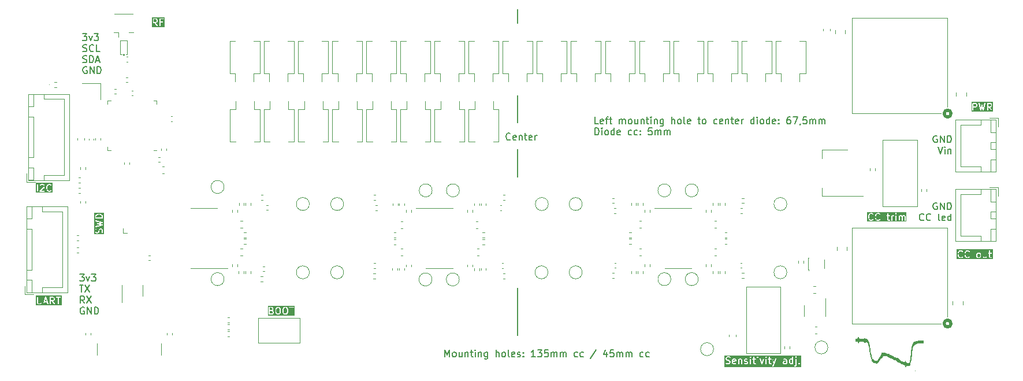
<source format=gbr>
%TF.GenerationSoftware,KiCad,Pcbnew,7.0.9*%
%TF.CreationDate,2024-04-08T22:34:53+02:00*%
%TF.ProjectId,ElectronicBLETarget,456c6563-7472-46f6-9e69-63424c455461,rev?*%
%TF.SameCoordinates,PX29f6300PY5a995c0*%
%TF.FileFunction,Legend,Top*%
%TF.FilePolarity,Positive*%
%FSLAX46Y46*%
G04 Gerber Fmt 4.6, Leading zero omitted, Abs format (unit mm)*
G04 Created by KiCad (PCBNEW 7.0.9) date 2024-04-08 22:34:53*
%MOMM*%
%LPD*%
G01*
G04 APERTURE LIST*
%ADD10C,0.200000*%
%ADD11C,0.150000*%
%ADD12C,0.120000*%
%ADD13C,0.100000*%
%ADD14C,0.500000*%
G04 APERTURE END LIST*
D10*
X72500000Y33500000D02*
X72500000Y29500000D01*
D11*
X72500000Y54000000D02*
X72500000Y52000000D01*
X72500000Y41450000D02*
X72500000Y37450000D01*
X72500000Y13250000D02*
X72500000Y6250000D01*
G36*
X11355547Y23885063D02*
G01*
X11432534Y23846569D01*
X11506648Y23772456D01*
X11544819Y23657943D01*
X11544819Y23507018D01*
X10694819Y23507018D01*
X10694819Y23657943D01*
X10732990Y23772457D01*
X10807103Y23846569D01*
X10884090Y23885063D01*
X11057624Y23928446D01*
X11182013Y23928446D01*
X11355547Y23885063D01*
G37*
G36*
X11837676Y21071304D02*
G01*
X10401962Y21071304D01*
X10401962Y21479637D01*
X10544819Y21479637D01*
X10546352Y21475424D01*
X10545311Y21471063D01*
X10552737Y21446096D01*
X10600356Y21350858D01*
X10601545Y21349733D01*
X10614405Y21331366D01*
X10662024Y21283747D01*
X10663505Y21283056D01*
X10681516Y21269698D01*
X10776754Y21222079D01*
X10781207Y21221567D01*
X10784643Y21218684D01*
X10810295Y21214161D01*
X10905533Y21214161D01*
X10909746Y21215695D01*
X10914107Y21214653D01*
X10939074Y21222079D01*
X11034312Y21269698D01*
X11035437Y21270888D01*
X11053804Y21283747D01*
X11101423Y21331366D01*
X11102114Y21332848D01*
X11115472Y21350858D01*
X11163091Y21446096D01*
X11163497Y21449625D01*
X11168770Y21461447D01*
X11214392Y21643937D01*
X11252886Y21720924D01*
X11283293Y21751331D01*
X11351809Y21785589D01*
X11411637Y21785589D01*
X11480153Y21751331D01*
X11510561Y21720924D01*
X11544819Y21652408D01*
X11544819Y21444188D01*
X11501049Y21312878D01*
X11502450Y21261594D01*
X11536487Y21223209D01*
X11587236Y21215684D01*
X11630948Y21242539D01*
X11643351Y21265444D01*
X11690970Y21408300D01*
X11690925Y21409936D01*
X11694819Y21432018D01*
X11694819Y21670113D01*
X11693285Y21674327D01*
X11694327Y21678688D01*
X11686901Y21703654D01*
X11639282Y21798892D01*
X11638094Y21800017D01*
X11625232Y21818385D01*
X11577612Y21866004D01*
X11576129Y21866696D01*
X11558121Y21880052D01*
X11462883Y21927671D01*
X11458429Y21928184D01*
X11454994Y21931066D01*
X11429342Y21935589D01*
X11334104Y21935589D01*
X11329890Y21934056D01*
X11325529Y21935097D01*
X11300563Y21927671D01*
X11205325Y21880052D01*
X11204199Y21878863D01*
X11185833Y21866003D01*
X11138214Y21818384D01*
X11137523Y21816903D01*
X11124165Y21798892D01*
X11076546Y21703654D01*
X11076139Y21700126D01*
X11070867Y21688303D01*
X11025244Y21505813D01*
X10986751Y21428826D01*
X10956344Y21398419D01*
X10887828Y21364161D01*
X10828000Y21364161D01*
X10759484Y21398419D01*
X10729077Y21428826D01*
X10694819Y21497342D01*
X10694819Y21705562D01*
X10738589Y21836871D01*
X10737188Y21888155D01*
X10703150Y21926541D01*
X10652402Y21934066D01*
X10608689Y21907211D01*
X10596287Y21884306D01*
X10548668Y21741449D01*
X10548712Y21739815D01*
X10544819Y21717732D01*
X10544819Y21479637D01*
X10401962Y21479637D01*
X10401962Y22189485D01*
X10544950Y22189485D01*
X10565319Y22142399D01*
X10611188Y22119421D01*
X10637191Y22120963D01*
X11637191Y22359058D01*
X11643759Y22363388D01*
X11651597Y22364083D01*
X11664628Y22377146D01*
X11680024Y22387294D01*
X11682271Y22394830D01*
X11687831Y22400402D01*
X11689417Y22418785D01*
X11694688Y22436456D01*
X11691564Y22443677D01*
X11692241Y22451516D01*
X11681641Y22466616D01*
X11674319Y22483542D01*
X11667285Y22487066D01*
X11662764Y22493506D01*
X11639144Y22504486D01*
X11196613Y22622494D01*
X11639144Y22740502D01*
X11645595Y22745008D01*
X11653410Y22745913D01*
X11666083Y22759319D01*
X11681204Y22769879D01*
X11683248Y22777474D01*
X11688655Y22783192D01*
X11689746Y22801607D01*
X11694542Y22819417D01*
X11691225Y22826552D01*
X11691691Y22834406D01*
X11680691Y22849212D01*
X11672916Y22865940D01*
X11665788Y22869275D01*
X11661097Y22875589D01*
X11637191Y22885930D01*
X10637191Y23124025D01*
X10586228Y23118122D01*
X10550983Y23080843D01*
X10547948Y23029629D01*
X10578541Y22988446D01*
X10602447Y22978105D01*
X11313303Y22808854D01*
X10886208Y22694962D01*
X10880585Y22691035D01*
X10873755Y22690429D01*
X10860052Y22676694D01*
X10844148Y22665585D01*
X10842365Y22658964D01*
X10837522Y22654109D01*
X10835854Y22634783D01*
X10830810Y22616047D01*
X10833701Y22609828D01*
X10833112Y22602996D01*
X10844257Y22587119D01*
X10852436Y22569525D01*
X10858647Y22566620D01*
X10862588Y22561006D01*
X10886208Y22550026D01*
X11313303Y22436135D01*
X10602447Y22266883D01*
X10559614Y22238647D01*
X10544950Y22189485D01*
X10401962Y22189485D01*
X10401962Y23432018D01*
X10544819Y23432018D01*
X10551482Y23413710D01*
X10554867Y23394518D01*
X10560051Y23390168D01*
X10562366Y23383809D01*
X10579239Y23374067D01*
X10594167Y23361541D01*
X10603909Y23359824D01*
X10606795Y23358157D01*
X10610077Y23358736D01*
X10619819Y23357018D01*
X11619819Y23357018D01*
X11638127Y23363682D01*
X11657319Y23367066D01*
X11661669Y23372251D01*
X11668028Y23374565D01*
X11677770Y23391439D01*
X11690296Y23406366D01*
X11692013Y23416109D01*
X11693680Y23418994D01*
X11693101Y23422277D01*
X11694819Y23432018D01*
X11694819Y23670113D01*
X11694259Y23671651D01*
X11690970Y23693831D01*
X11643351Y23836687D01*
X11640564Y23840198D01*
X11640174Y23844666D01*
X11625233Y23866003D01*
X11529994Y23961241D01*
X11528512Y23961932D01*
X11510502Y23975290D01*
X11415264Y24022909D01*
X11411735Y24023316D01*
X11399913Y24028588D01*
X11209437Y24076207D01*
X11205988Y24075847D01*
X11191247Y24078446D01*
X11048390Y24078446D01*
X11045132Y24077261D01*
X11030200Y24076207D01*
X10839724Y24028588D01*
X10836779Y24026600D01*
X10824373Y24022909D01*
X10729135Y23975290D01*
X10728011Y23974104D01*
X10709643Y23961241D01*
X10614405Y23866003D01*
X10612510Y23861940D01*
X10608689Y23859592D01*
X10596287Y23836687D01*
X10548668Y23693830D01*
X10548712Y23692196D01*
X10544819Y23670113D01*
X10544819Y23432018D01*
X10401962Y23432018D01*
X10401962Y24221303D01*
X11837676Y24221303D01*
X11837676Y21071304D01*
G37*
G36*
X140185209Y18217590D02*
G01*
X140215616Y18187183D01*
X140249874Y18118667D01*
X140249874Y17868363D01*
X140215615Y17799847D01*
X140185208Y17769439D01*
X140116693Y17735181D01*
X140009246Y17735181D01*
X139940730Y17769439D01*
X139910323Y17799847D01*
X139876065Y17868363D01*
X139876065Y18118667D01*
X139910323Y18187183D01*
X139940730Y18217590D01*
X140009246Y18251848D01*
X140116693Y18251848D01*
X140185209Y18217590D01*
G37*
G36*
X142113021Y17442324D02*
G01*
X136821303Y17442324D01*
X136821303Y18088753D01*
X136964160Y18088753D01*
X136965345Y18085496D01*
X136966399Y18070563D01*
X137014018Y17880087D01*
X137016006Y17877143D01*
X137019697Y17864736D01*
X137067316Y17769498D01*
X137068502Y17768375D01*
X137081365Y17750006D01*
X137176603Y17654767D01*
X137180667Y17652872D01*
X137183014Y17649052D01*
X137205919Y17636649D01*
X137348775Y17589030D01*
X137350410Y17589075D01*
X137372493Y17585181D01*
X137467731Y17585181D01*
X137469269Y17585742D01*
X137491448Y17589030D01*
X137634305Y17636649D01*
X137637816Y17639437D01*
X137642285Y17639827D01*
X137663622Y17654768D01*
X137711240Y17702387D01*
X137732921Y17748884D01*
X137719643Y17798439D01*
X137677618Y17827865D01*
X137626510Y17823393D01*
X137605173Y17808452D01*
X137570074Y17773353D01*
X137455561Y17735181D01*
X137384663Y17735181D01*
X137270150Y17773352D01*
X137196037Y17847466D01*
X137157543Y17924453D01*
X137116468Y18088753D01*
X137964160Y18088753D01*
X137965345Y18085496D01*
X137966399Y18070563D01*
X138014018Y17880087D01*
X138016006Y17877143D01*
X138019697Y17864736D01*
X138067316Y17769498D01*
X138068502Y17768375D01*
X138081365Y17750006D01*
X138176603Y17654767D01*
X138180667Y17652872D01*
X138183014Y17649052D01*
X138205919Y17636649D01*
X138348775Y17589030D01*
X138350410Y17589075D01*
X138372493Y17585181D01*
X138467731Y17585181D01*
X138469269Y17585742D01*
X138491448Y17589030D01*
X138634305Y17636649D01*
X138637816Y17639437D01*
X138642285Y17639827D01*
X138663622Y17654768D01*
X138711240Y17702387D01*
X138732921Y17748884D01*
X138719643Y17798439D01*
X138677618Y17827865D01*
X138626510Y17823393D01*
X138605173Y17808452D01*
X138570074Y17773353D01*
X138455561Y17735181D01*
X138384663Y17735181D01*
X138270150Y17773352D01*
X138196037Y17847466D01*
X138194441Y17850658D01*
X139726065Y17850658D01*
X139727598Y17846445D01*
X139726557Y17842084D01*
X139733983Y17817117D01*
X139781602Y17721879D01*
X139782790Y17720754D01*
X139795650Y17702388D01*
X139843269Y17654768D01*
X139844750Y17654078D01*
X139862762Y17640718D01*
X139958000Y17593099D01*
X139962453Y17592587D01*
X139965889Y17589704D01*
X139991541Y17585181D01*
X140134398Y17585181D01*
X140138611Y17586715D01*
X140142972Y17585673D01*
X140167939Y17593099D01*
X140263177Y17640718D01*
X140264301Y17641906D01*
X140282670Y17654768D01*
X140330288Y17702387D01*
X140330978Y17703869D01*
X140344337Y17721879D01*
X140384917Y17803039D01*
X140678446Y17803039D01*
X140679979Y17798827D01*
X140678937Y17794465D01*
X140686364Y17769498D01*
X140733983Y17674259D01*
X140742136Y17666540D01*
X140746603Y17656235D01*
X140767524Y17640718D01*
X140862762Y17593099D01*
X140867215Y17592587D01*
X140870651Y17589704D01*
X140896303Y17585181D01*
X141039160Y17585181D01*
X141043373Y17586715D01*
X141047734Y17585673D01*
X141072701Y17593099D01*
X141122390Y17617944D01*
X141124564Y17611972D01*
X141168993Y17586320D01*
X141219517Y17595229D01*
X141252494Y17634529D01*
X141257017Y17660181D01*
X141257017Y18326848D01*
X141252277Y18339872D01*
X141441490Y18339872D01*
X141450399Y18289348D01*
X141489699Y18256371D01*
X141515351Y18251848D01*
X141583208Y18251848D01*
X141583208Y17803039D01*
X141584741Y17798827D01*
X141583699Y17794465D01*
X141591126Y17769498D01*
X141638745Y17674259D01*
X141646898Y17666540D01*
X141651365Y17656235D01*
X141672286Y17640718D01*
X141767524Y17593099D01*
X141771977Y17592587D01*
X141775413Y17589704D01*
X141801065Y17585181D01*
X141896303Y17585181D01*
X141944512Y17602728D01*
X141970164Y17647157D01*
X141961255Y17697681D01*
X141921955Y17730658D01*
X141896303Y17735181D01*
X141818770Y17735181D01*
X141761728Y17763702D01*
X141733208Y17820744D01*
X141733208Y18251848D01*
X141896303Y18251848D01*
X141944512Y18269395D01*
X141970164Y18313824D01*
X141961255Y18364348D01*
X141921955Y18397325D01*
X141896303Y18401848D01*
X141733208Y18401848D01*
X141733208Y18660181D01*
X141715661Y18708390D01*
X141671232Y18734042D01*
X141620708Y18725133D01*
X141587731Y18685833D01*
X141583208Y18660181D01*
X141583208Y18401848D01*
X141515351Y18401848D01*
X141467142Y18384301D01*
X141441490Y18339872D01*
X141252277Y18339872D01*
X141239470Y18375057D01*
X141195041Y18400709D01*
X141144517Y18391800D01*
X141111540Y18352500D01*
X141107017Y18326848D01*
X141107017Y17786486D01*
X141089970Y17769439D01*
X141021455Y17735181D01*
X140914008Y17735181D01*
X140856966Y17763702D01*
X140828446Y17820744D01*
X140828446Y18326848D01*
X140810899Y18375057D01*
X140766470Y18400709D01*
X140715946Y18391800D01*
X140682969Y18352500D01*
X140678446Y18326848D01*
X140678446Y17803039D01*
X140384917Y17803039D01*
X140391956Y17817117D01*
X140392468Y17821571D01*
X140395351Y17825006D01*
X140399874Y17850658D01*
X140399874Y18136372D01*
X140398340Y18140586D01*
X140399382Y18144947D01*
X140391956Y18169913D01*
X140344337Y18265151D01*
X140343147Y18266277D01*
X140330288Y18284643D01*
X140282669Y18332262D01*
X140281187Y18332953D01*
X140263177Y18346311D01*
X140167939Y18393930D01*
X140163485Y18394443D01*
X140160050Y18397325D01*
X140134398Y18401848D01*
X139991541Y18401848D01*
X139987327Y18400315D01*
X139982966Y18401356D01*
X139958000Y18393930D01*
X139862762Y18346311D01*
X139861636Y18345122D01*
X139843270Y18332262D01*
X139795651Y18284643D01*
X139794960Y18283162D01*
X139781602Y18265151D01*
X139733983Y18169913D01*
X139733470Y18165460D01*
X139730588Y18162024D01*
X139726065Y18136372D01*
X139726065Y17850658D01*
X138194441Y17850658D01*
X138157543Y17924453D01*
X138114160Y18097987D01*
X138114160Y18222376D01*
X138157543Y18395910D01*
X138196037Y18472897D01*
X138270150Y18547010D01*
X138384663Y18585181D01*
X138455561Y18585181D01*
X138570074Y18547010D01*
X138605174Y18511910D01*
X138651670Y18490229D01*
X138701225Y18503506D01*
X138730651Y18545532D01*
X138726180Y18596639D01*
X138711240Y18617976D01*
X138663621Y18665595D01*
X138659557Y18667490D01*
X138657210Y18671311D01*
X138634305Y18683713D01*
X138491448Y18731332D01*
X138489813Y18731288D01*
X138467731Y18735181D01*
X138372493Y18735181D01*
X138370955Y18734622D01*
X138348775Y18731332D01*
X138205919Y18683713D01*
X138202408Y18680927D01*
X138197940Y18680536D01*
X138176603Y18665595D01*
X138081365Y18570357D01*
X138080674Y18568876D01*
X138067316Y18550865D01*
X138019697Y18455627D01*
X138019290Y18452099D01*
X138014018Y18440276D01*
X137966399Y18249800D01*
X137966759Y18246352D01*
X137964160Y18231610D01*
X137964160Y18088753D01*
X137116468Y18088753D01*
X137114160Y18097987D01*
X137114160Y18222376D01*
X137157543Y18395910D01*
X137196037Y18472897D01*
X137270150Y18547010D01*
X137384663Y18585181D01*
X137455561Y18585181D01*
X137570074Y18547010D01*
X137605174Y18511910D01*
X137651670Y18490229D01*
X137701225Y18503506D01*
X137730651Y18545532D01*
X137726180Y18596639D01*
X137711240Y18617976D01*
X137663621Y18665595D01*
X137659557Y18667490D01*
X137657210Y18671311D01*
X137634305Y18683713D01*
X137491448Y18731332D01*
X137489813Y18731288D01*
X137467731Y18735181D01*
X137372493Y18735181D01*
X137370955Y18734622D01*
X137348775Y18731332D01*
X137205919Y18683713D01*
X137202408Y18680927D01*
X137197940Y18680536D01*
X137176603Y18665595D01*
X137081365Y18570357D01*
X137080674Y18568876D01*
X137067316Y18550865D01*
X137019697Y18455627D01*
X137019290Y18452099D01*
X137014018Y18440276D01*
X136966399Y18249800D01*
X136966759Y18246352D01*
X136964160Y18231610D01*
X136964160Y18088753D01*
X136821303Y18088753D01*
X136821303Y18878038D01*
X142113021Y18878038D01*
X142113021Y17442324D01*
G37*
G36*
X19518542Y52520923D02*
G01*
X19548949Y52490516D01*
X19583207Y52422000D01*
X19583207Y52314553D01*
X19548949Y52246037D01*
X19518542Y52215630D01*
X19450026Y52181372D01*
X19161779Y52181372D01*
X19161779Y52555181D01*
X19450026Y52555181D01*
X19518542Y52520923D01*
G37*
G36*
X20779687Y51413463D02*
G01*
X18868922Y51413463D01*
X18868922Y51630181D01*
X19011779Y51630181D01*
X19029326Y51581972D01*
X19073755Y51556320D01*
X19124279Y51565229D01*
X19157256Y51604529D01*
X19161779Y51630181D01*
X19161779Y52031372D01*
X19285825Y52031372D01*
X19596765Y51587171D01*
X19638786Y51557739D01*
X19689894Y51562203D01*
X19726176Y51598475D01*
X19728955Y51630181D01*
X20011779Y51630181D01*
X20029326Y51581972D01*
X20073755Y51556320D01*
X20124279Y51565229D01*
X20157256Y51604529D01*
X20161779Y51630181D01*
X20161779Y52078991D01*
X20420112Y52078991D01*
X20468321Y52096538D01*
X20493973Y52140967D01*
X20485064Y52191491D01*
X20445764Y52224468D01*
X20420112Y52228991D01*
X20161779Y52228991D01*
X20161779Y52555181D01*
X20562969Y52555181D01*
X20611178Y52572728D01*
X20636830Y52617157D01*
X20627921Y52667681D01*
X20588621Y52700658D01*
X20562969Y52705181D01*
X20086779Y52705181D01*
X20068470Y52698518D01*
X20049279Y52695133D01*
X20044928Y52689949D01*
X20038570Y52687634D01*
X20028827Y52670761D01*
X20016302Y52655833D01*
X20014584Y52646091D01*
X20012918Y52643205D01*
X20013496Y52639923D01*
X20011779Y52630181D01*
X20011779Y51630181D01*
X19728955Y51630181D01*
X19730655Y51649582D01*
X19719650Y51673190D01*
X19468680Y52031718D01*
X19471944Y52032906D01*
X19476305Y52031864D01*
X19501272Y52039290D01*
X19596510Y52086909D01*
X19597635Y52088099D01*
X19616002Y52100958D01*
X19663621Y52148577D01*
X19664312Y52150059D01*
X19677670Y52168069D01*
X19725289Y52263307D01*
X19725801Y52267761D01*
X19728684Y52271196D01*
X19733207Y52296848D01*
X19733207Y52439705D01*
X19731673Y52443919D01*
X19732715Y52448280D01*
X19725289Y52473246D01*
X19677670Y52568484D01*
X19676480Y52569610D01*
X19663621Y52587976D01*
X19616002Y52635595D01*
X19614520Y52636286D01*
X19596510Y52649644D01*
X19501272Y52697263D01*
X19496818Y52697776D01*
X19493383Y52700658D01*
X19467731Y52705181D01*
X19086779Y52705181D01*
X19068470Y52698518D01*
X19049279Y52695133D01*
X19044928Y52689949D01*
X19038570Y52687634D01*
X19028827Y52670761D01*
X19016302Y52655833D01*
X19014584Y52646091D01*
X19012918Y52643205D01*
X19013496Y52639923D01*
X19011779Y52630181D01*
X19011779Y51630181D01*
X18868922Y51630181D01*
X18868922Y52848038D01*
X20779687Y52848038D01*
X20779687Y51413463D01*
G37*
X84312969Y37240181D02*
X83836779Y37240181D01*
X83836779Y37240181D02*
X83836779Y38240181D01*
X85027255Y37287800D02*
X84932017Y37240181D01*
X84932017Y37240181D02*
X84741541Y37240181D01*
X84741541Y37240181D02*
X84646303Y37287800D01*
X84646303Y37287800D02*
X84598684Y37383039D01*
X84598684Y37383039D02*
X84598684Y37763991D01*
X84598684Y37763991D02*
X84646303Y37859229D01*
X84646303Y37859229D02*
X84741541Y37906848D01*
X84741541Y37906848D02*
X84932017Y37906848D01*
X84932017Y37906848D02*
X85027255Y37859229D01*
X85027255Y37859229D02*
X85074874Y37763991D01*
X85074874Y37763991D02*
X85074874Y37668753D01*
X85074874Y37668753D02*
X84598684Y37573515D01*
X85360589Y37906848D02*
X85741541Y37906848D01*
X85503446Y37240181D02*
X85503446Y38097324D01*
X85503446Y38097324D02*
X85551065Y38192562D01*
X85551065Y38192562D02*
X85646303Y38240181D01*
X85646303Y38240181D02*
X85741541Y38240181D01*
X85932018Y37906848D02*
X86312970Y37906848D01*
X86074875Y38240181D02*
X86074875Y37383039D01*
X86074875Y37383039D02*
X86122494Y37287800D01*
X86122494Y37287800D02*
X86217732Y37240181D01*
X86217732Y37240181D02*
X86312970Y37240181D01*
X87408209Y37240181D02*
X87408209Y37906848D01*
X87408209Y37811610D02*
X87455828Y37859229D01*
X87455828Y37859229D02*
X87551066Y37906848D01*
X87551066Y37906848D02*
X87693923Y37906848D01*
X87693923Y37906848D02*
X87789161Y37859229D01*
X87789161Y37859229D02*
X87836780Y37763991D01*
X87836780Y37763991D02*
X87836780Y37240181D01*
X87836780Y37763991D02*
X87884399Y37859229D01*
X87884399Y37859229D02*
X87979637Y37906848D01*
X87979637Y37906848D02*
X88122494Y37906848D01*
X88122494Y37906848D02*
X88217733Y37859229D01*
X88217733Y37859229D02*
X88265352Y37763991D01*
X88265352Y37763991D02*
X88265352Y37240181D01*
X88884399Y37240181D02*
X88789161Y37287800D01*
X88789161Y37287800D02*
X88741542Y37335420D01*
X88741542Y37335420D02*
X88693923Y37430658D01*
X88693923Y37430658D02*
X88693923Y37716372D01*
X88693923Y37716372D02*
X88741542Y37811610D01*
X88741542Y37811610D02*
X88789161Y37859229D01*
X88789161Y37859229D02*
X88884399Y37906848D01*
X88884399Y37906848D02*
X89027256Y37906848D01*
X89027256Y37906848D02*
X89122494Y37859229D01*
X89122494Y37859229D02*
X89170113Y37811610D01*
X89170113Y37811610D02*
X89217732Y37716372D01*
X89217732Y37716372D02*
X89217732Y37430658D01*
X89217732Y37430658D02*
X89170113Y37335420D01*
X89170113Y37335420D02*
X89122494Y37287800D01*
X89122494Y37287800D02*
X89027256Y37240181D01*
X89027256Y37240181D02*
X88884399Y37240181D01*
X90074875Y37906848D02*
X90074875Y37240181D01*
X89646304Y37906848D02*
X89646304Y37383039D01*
X89646304Y37383039D02*
X89693923Y37287800D01*
X89693923Y37287800D02*
X89789161Y37240181D01*
X89789161Y37240181D02*
X89932018Y37240181D01*
X89932018Y37240181D02*
X90027256Y37287800D01*
X90027256Y37287800D02*
X90074875Y37335420D01*
X90551066Y37906848D02*
X90551066Y37240181D01*
X90551066Y37811610D02*
X90598685Y37859229D01*
X90598685Y37859229D02*
X90693923Y37906848D01*
X90693923Y37906848D02*
X90836780Y37906848D01*
X90836780Y37906848D02*
X90932018Y37859229D01*
X90932018Y37859229D02*
X90979637Y37763991D01*
X90979637Y37763991D02*
X90979637Y37240181D01*
X91312971Y37906848D02*
X91693923Y37906848D01*
X91455828Y38240181D02*
X91455828Y37383039D01*
X91455828Y37383039D02*
X91503447Y37287800D01*
X91503447Y37287800D02*
X91598685Y37240181D01*
X91598685Y37240181D02*
X91693923Y37240181D01*
X92027257Y37240181D02*
X92027257Y37906848D01*
X92027257Y38240181D02*
X91979638Y38192562D01*
X91979638Y38192562D02*
X92027257Y38144943D01*
X92027257Y38144943D02*
X92074876Y38192562D01*
X92074876Y38192562D02*
X92027257Y38240181D01*
X92027257Y38240181D02*
X92027257Y38144943D01*
X92503447Y37906848D02*
X92503447Y37240181D01*
X92503447Y37811610D02*
X92551066Y37859229D01*
X92551066Y37859229D02*
X92646304Y37906848D01*
X92646304Y37906848D02*
X92789161Y37906848D01*
X92789161Y37906848D02*
X92884399Y37859229D01*
X92884399Y37859229D02*
X92932018Y37763991D01*
X92932018Y37763991D02*
X92932018Y37240181D01*
X93836780Y37906848D02*
X93836780Y37097324D01*
X93836780Y37097324D02*
X93789161Y37002086D01*
X93789161Y37002086D02*
X93741542Y36954467D01*
X93741542Y36954467D02*
X93646304Y36906848D01*
X93646304Y36906848D02*
X93503447Y36906848D01*
X93503447Y36906848D02*
X93408209Y36954467D01*
X93836780Y37287800D02*
X93741542Y37240181D01*
X93741542Y37240181D02*
X93551066Y37240181D01*
X93551066Y37240181D02*
X93455828Y37287800D01*
X93455828Y37287800D02*
X93408209Y37335420D01*
X93408209Y37335420D02*
X93360590Y37430658D01*
X93360590Y37430658D02*
X93360590Y37716372D01*
X93360590Y37716372D02*
X93408209Y37811610D01*
X93408209Y37811610D02*
X93455828Y37859229D01*
X93455828Y37859229D02*
X93551066Y37906848D01*
X93551066Y37906848D02*
X93741542Y37906848D01*
X93741542Y37906848D02*
X93836780Y37859229D01*
X95074876Y37240181D02*
X95074876Y38240181D01*
X95503447Y37240181D02*
X95503447Y37763991D01*
X95503447Y37763991D02*
X95455828Y37859229D01*
X95455828Y37859229D02*
X95360590Y37906848D01*
X95360590Y37906848D02*
X95217733Y37906848D01*
X95217733Y37906848D02*
X95122495Y37859229D01*
X95122495Y37859229D02*
X95074876Y37811610D01*
X96122495Y37240181D02*
X96027257Y37287800D01*
X96027257Y37287800D02*
X95979638Y37335420D01*
X95979638Y37335420D02*
X95932019Y37430658D01*
X95932019Y37430658D02*
X95932019Y37716372D01*
X95932019Y37716372D02*
X95979638Y37811610D01*
X95979638Y37811610D02*
X96027257Y37859229D01*
X96027257Y37859229D02*
X96122495Y37906848D01*
X96122495Y37906848D02*
X96265352Y37906848D01*
X96265352Y37906848D02*
X96360590Y37859229D01*
X96360590Y37859229D02*
X96408209Y37811610D01*
X96408209Y37811610D02*
X96455828Y37716372D01*
X96455828Y37716372D02*
X96455828Y37430658D01*
X96455828Y37430658D02*
X96408209Y37335420D01*
X96408209Y37335420D02*
X96360590Y37287800D01*
X96360590Y37287800D02*
X96265352Y37240181D01*
X96265352Y37240181D02*
X96122495Y37240181D01*
X97027257Y37240181D02*
X96932019Y37287800D01*
X96932019Y37287800D02*
X96884400Y37383039D01*
X96884400Y37383039D02*
X96884400Y38240181D01*
X97789162Y37287800D02*
X97693924Y37240181D01*
X97693924Y37240181D02*
X97503448Y37240181D01*
X97503448Y37240181D02*
X97408210Y37287800D01*
X97408210Y37287800D02*
X97360591Y37383039D01*
X97360591Y37383039D02*
X97360591Y37763991D01*
X97360591Y37763991D02*
X97408210Y37859229D01*
X97408210Y37859229D02*
X97503448Y37906848D01*
X97503448Y37906848D02*
X97693924Y37906848D01*
X97693924Y37906848D02*
X97789162Y37859229D01*
X97789162Y37859229D02*
X97836781Y37763991D01*
X97836781Y37763991D02*
X97836781Y37668753D01*
X97836781Y37668753D02*
X97360591Y37573515D01*
X98884401Y37906848D02*
X99265353Y37906848D01*
X99027258Y38240181D02*
X99027258Y37383039D01*
X99027258Y37383039D02*
X99074877Y37287800D01*
X99074877Y37287800D02*
X99170115Y37240181D01*
X99170115Y37240181D02*
X99265353Y37240181D01*
X99741544Y37240181D02*
X99646306Y37287800D01*
X99646306Y37287800D02*
X99598687Y37335420D01*
X99598687Y37335420D02*
X99551068Y37430658D01*
X99551068Y37430658D02*
X99551068Y37716372D01*
X99551068Y37716372D02*
X99598687Y37811610D01*
X99598687Y37811610D02*
X99646306Y37859229D01*
X99646306Y37859229D02*
X99741544Y37906848D01*
X99741544Y37906848D02*
X99884401Y37906848D01*
X99884401Y37906848D02*
X99979639Y37859229D01*
X99979639Y37859229D02*
X100027258Y37811610D01*
X100027258Y37811610D02*
X100074877Y37716372D01*
X100074877Y37716372D02*
X100074877Y37430658D01*
X100074877Y37430658D02*
X100027258Y37335420D01*
X100027258Y37335420D02*
X99979639Y37287800D01*
X99979639Y37287800D02*
X99884401Y37240181D01*
X99884401Y37240181D02*
X99741544Y37240181D01*
X101693925Y37287800D02*
X101598687Y37240181D01*
X101598687Y37240181D02*
X101408211Y37240181D01*
X101408211Y37240181D02*
X101312973Y37287800D01*
X101312973Y37287800D02*
X101265354Y37335420D01*
X101265354Y37335420D02*
X101217735Y37430658D01*
X101217735Y37430658D02*
X101217735Y37716372D01*
X101217735Y37716372D02*
X101265354Y37811610D01*
X101265354Y37811610D02*
X101312973Y37859229D01*
X101312973Y37859229D02*
X101408211Y37906848D01*
X101408211Y37906848D02*
X101598687Y37906848D01*
X101598687Y37906848D02*
X101693925Y37859229D01*
X102503449Y37287800D02*
X102408211Y37240181D01*
X102408211Y37240181D02*
X102217735Y37240181D01*
X102217735Y37240181D02*
X102122497Y37287800D01*
X102122497Y37287800D02*
X102074878Y37383039D01*
X102074878Y37383039D02*
X102074878Y37763991D01*
X102074878Y37763991D02*
X102122497Y37859229D01*
X102122497Y37859229D02*
X102217735Y37906848D01*
X102217735Y37906848D02*
X102408211Y37906848D01*
X102408211Y37906848D02*
X102503449Y37859229D01*
X102503449Y37859229D02*
X102551068Y37763991D01*
X102551068Y37763991D02*
X102551068Y37668753D01*
X102551068Y37668753D02*
X102074878Y37573515D01*
X102979640Y37906848D02*
X102979640Y37240181D01*
X102979640Y37811610D02*
X103027259Y37859229D01*
X103027259Y37859229D02*
X103122497Y37906848D01*
X103122497Y37906848D02*
X103265354Y37906848D01*
X103265354Y37906848D02*
X103360592Y37859229D01*
X103360592Y37859229D02*
X103408211Y37763991D01*
X103408211Y37763991D02*
X103408211Y37240181D01*
X103741545Y37906848D02*
X104122497Y37906848D01*
X103884402Y38240181D02*
X103884402Y37383039D01*
X103884402Y37383039D02*
X103932021Y37287800D01*
X103932021Y37287800D02*
X104027259Y37240181D01*
X104027259Y37240181D02*
X104122497Y37240181D01*
X104836783Y37287800D02*
X104741545Y37240181D01*
X104741545Y37240181D02*
X104551069Y37240181D01*
X104551069Y37240181D02*
X104455831Y37287800D01*
X104455831Y37287800D02*
X104408212Y37383039D01*
X104408212Y37383039D02*
X104408212Y37763991D01*
X104408212Y37763991D02*
X104455831Y37859229D01*
X104455831Y37859229D02*
X104551069Y37906848D01*
X104551069Y37906848D02*
X104741545Y37906848D01*
X104741545Y37906848D02*
X104836783Y37859229D01*
X104836783Y37859229D02*
X104884402Y37763991D01*
X104884402Y37763991D02*
X104884402Y37668753D01*
X104884402Y37668753D02*
X104408212Y37573515D01*
X105312974Y37240181D02*
X105312974Y37906848D01*
X105312974Y37716372D02*
X105360593Y37811610D01*
X105360593Y37811610D02*
X105408212Y37859229D01*
X105408212Y37859229D02*
X105503450Y37906848D01*
X105503450Y37906848D02*
X105598688Y37906848D01*
X107122498Y37240181D02*
X107122498Y38240181D01*
X107122498Y37287800D02*
X107027260Y37240181D01*
X107027260Y37240181D02*
X106836784Y37240181D01*
X106836784Y37240181D02*
X106741546Y37287800D01*
X106741546Y37287800D02*
X106693927Y37335420D01*
X106693927Y37335420D02*
X106646308Y37430658D01*
X106646308Y37430658D02*
X106646308Y37716372D01*
X106646308Y37716372D02*
X106693927Y37811610D01*
X106693927Y37811610D02*
X106741546Y37859229D01*
X106741546Y37859229D02*
X106836784Y37906848D01*
X106836784Y37906848D02*
X107027260Y37906848D01*
X107027260Y37906848D02*
X107122498Y37859229D01*
X107598689Y37240181D02*
X107598689Y37906848D01*
X107598689Y38240181D02*
X107551070Y38192562D01*
X107551070Y38192562D02*
X107598689Y38144943D01*
X107598689Y38144943D02*
X107646308Y38192562D01*
X107646308Y38192562D02*
X107598689Y38240181D01*
X107598689Y38240181D02*
X107598689Y38144943D01*
X108217736Y37240181D02*
X108122498Y37287800D01*
X108122498Y37287800D02*
X108074879Y37335420D01*
X108074879Y37335420D02*
X108027260Y37430658D01*
X108027260Y37430658D02*
X108027260Y37716372D01*
X108027260Y37716372D02*
X108074879Y37811610D01*
X108074879Y37811610D02*
X108122498Y37859229D01*
X108122498Y37859229D02*
X108217736Y37906848D01*
X108217736Y37906848D02*
X108360593Y37906848D01*
X108360593Y37906848D02*
X108455831Y37859229D01*
X108455831Y37859229D02*
X108503450Y37811610D01*
X108503450Y37811610D02*
X108551069Y37716372D01*
X108551069Y37716372D02*
X108551069Y37430658D01*
X108551069Y37430658D02*
X108503450Y37335420D01*
X108503450Y37335420D02*
X108455831Y37287800D01*
X108455831Y37287800D02*
X108360593Y37240181D01*
X108360593Y37240181D02*
X108217736Y37240181D01*
X109408212Y37240181D02*
X109408212Y38240181D01*
X109408212Y37287800D02*
X109312974Y37240181D01*
X109312974Y37240181D02*
X109122498Y37240181D01*
X109122498Y37240181D02*
X109027260Y37287800D01*
X109027260Y37287800D02*
X108979641Y37335420D01*
X108979641Y37335420D02*
X108932022Y37430658D01*
X108932022Y37430658D02*
X108932022Y37716372D01*
X108932022Y37716372D02*
X108979641Y37811610D01*
X108979641Y37811610D02*
X109027260Y37859229D01*
X109027260Y37859229D02*
X109122498Y37906848D01*
X109122498Y37906848D02*
X109312974Y37906848D01*
X109312974Y37906848D02*
X109408212Y37859229D01*
X110265355Y37287800D02*
X110170117Y37240181D01*
X110170117Y37240181D02*
X109979641Y37240181D01*
X109979641Y37240181D02*
X109884403Y37287800D01*
X109884403Y37287800D02*
X109836784Y37383039D01*
X109836784Y37383039D02*
X109836784Y37763991D01*
X109836784Y37763991D02*
X109884403Y37859229D01*
X109884403Y37859229D02*
X109979641Y37906848D01*
X109979641Y37906848D02*
X110170117Y37906848D01*
X110170117Y37906848D02*
X110265355Y37859229D01*
X110265355Y37859229D02*
X110312974Y37763991D01*
X110312974Y37763991D02*
X110312974Y37668753D01*
X110312974Y37668753D02*
X109836784Y37573515D01*
X110741546Y37335420D02*
X110789165Y37287800D01*
X110789165Y37287800D02*
X110741546Y37240181D01*
X110741546Y37240181D02*
X110693927Y37287800D01*
X110693927Y37287800D02*
X110741546Y37335420D01*
X110741546Y37335420D02*
X110741546Y37240181D01*
X110741546Y37859229D02*
X110789165Y37811610D01*
X110789165Y37811610D02*
X110741546Y37763991D01*
X110741546Y37763991D02*
X110693927Y37811610D01*
X110693927Y37811610D02*
X110741546Y37859229D01*
X110741546Y37859229D02*
X110741546Y37763991D01*
X112408212Y38240181D02*
X112217736Y38240181D01*
X112217736Y38240181D02*
X112122498Y38192562D01*
X112122498Y38192562D02*
X112074879Y38144943D01*
X112074879Y38144943D02*
X111979641Y38002086D01*
X111979641Y38002086D02*
X111932022Y37811610D01*
X111932022Y37811610D02*
X111932022Y37430658D01*
X111932022Y37430658D02*
X111979641Y37335420D01*
X111979641Y37335420D02*
X112027260Y37287800D01*
X112027260Y37287800D02*
X112122498Y37240181D01*
X112122498Y37240181D02*
X112312974Y37240181D01*
X112312974Y37240181D02*
X112408212Y37287800D01*
X112408212Y37287800D02*
X112455831Y37335420D01*
X112455831Y37335420D02*
X112503450Y37430658D01*
X112503450Y37430658D02*
X112503450Y37668753D01*
X112503450Y37668753D02*
X112455831Y37763991D01*
X112455831Y37763991D02*
X112408212Y37811610D01*
X112408212Y37811610D02*
X112312974Y37859229D01*
X112312974Y37859229D02*
X112122498Y37859229D01*
X112122498Y37859229D02*
X112027260Y37811610D01*
X112027260Y37811610D02*
X111979641Y37763991D01*
X111979641Y37763991D02*
X111932022Y37668753D01*
X112836784Y38240181D02*
X113503450Y38240181D01*
X113503450Y38240181D02*
X113074879Y37240181D01*
X113932022Y37287800D02*
X113932022Y37240181D01*
X113932022Y37240181D02*
X113884403Y37144943D01*
X113884403Y37144943D02*
X113836784Y37097324D01*
X114836783Y38240181D02*
X114360593Y38240181D01*
X114360593Y38240181D02*
X114312974Y37763991D01*
X114312974Y37763991D02*
X114360593Y37811610D01*
X114360593Y37811610D02*
X114455831Y37859229D01*
X114455831Y37859229D02*
X114693926Y37859229D01*
X114693926Y37859229D02*
X114789164Y37811610D01*
X114789164Y37811610D02*
X114836783Y37763991D01*
X114836783Y37763991D02*
X114884402Y37668753D01*
X114884402Y37668753D02*
X114884402Y37430658D01*
X114884402Y37430658D02*
X114836783Y37335420D01*
X114836783Y37335420D02*
X114789164Y37287800D01*
X114789164Y37287800D02*
X114693926Y37240181D01*
X114693926Y37240181D02*
X114455831Y37240181D01*
X114455831Y37240181D02*
X114360593Y37287800D01*
X114360593Y37287800D02*
X114312974Y37335420D01*
X115312974Y37240181D02*
X115312974Y37906848D01*
X115312974Y37811610D02*
X115360593Y37859229D01*
X115360593Y37859229D02*
X115455831Y37906848D01*
X115455831Y37906848D02*
X115598688Y37906848D01*
X115598688Y37906848D02*
X115693926Y37859229D01*
X115693926Y37859229D02*
X115741545Y37763991D01*
X115741545Y37763991D02*
X115741545Y37240181D01*
X115741545Y37763991D02*
X115789164Y37859229D01*
X115789164Y37859229D02*
X115884402Y37906848D01*
X115884402Y37906848D02*
X116027259Y37906848D01*
X116027259Y37906848D02*
X116122498Y37859229D01*
X116122498Y37859229D02*
X116170117Y37763991D01*
X116170117Y37763991D02*
X116170117Y37240181D01*
X116646307Y37240181D02*
X116646307Y37906848D01*
X116646307Y37811610D02*
X116693926Y37859229D01*
X116693926Y37859229D02*
X116789164Y37906848D01*
X116789164Y37906848D02*
X116932021Y37906848D01*
X116932021Y37906848D02*
X117027259Y37859229D01*
X117027259Y37859229D02*
X117074878Y37763991D01*
X117074878Y37763991D02*
X117074878Y37240181D01*
X117074878Y37763991D02*
X117122497Y37859229D01*
X117122497Y37859229D02*
X117217735Y37906848D01*
X117217735Y37906848D02*
X117360592Y37906848D01*
X117360592Y37906848D02*
X117455831Y37859229D01*
X117455831Y37859229D02*
X117503450Y37763991D01*
X117503450Y37763991D02*
X117503450Y37240181D01*
X83836779Y35630181D02*
X83836779Y36630181D01*
X83836779Y36630181D02*
X84074874Y36630181D01*
X84074874Y36630181D02*
X84217731Y36582562D01*
X84217731Y36582562D02*
X84312969Y36487324D01*
X84312969Y36487324D02*
X84360588Y36392086D01*
X84360588Y36392086D02*
X84408207Y36201610D01*
X84408207Y36201610D02*
X84408207Y36058753D01*
X84408207Y36058753D02*
X84360588Y35868277D01*
X84360588Y35868277D02*
X84312969Y35773039D01*
X84312969Y35773039D02*
X84217731Y35677800D01*
X84217731Y35677800D02*
X84074874Y35630181D01*
X84074874Y35630181D02*
X83836779Y35630181D01*
X84836779Y35630181D02*
X84836779Y36296848D01*
X84836779Y36630181D02*
X84789160Y36582562D01*
X84789160Y36582562D02*
X84836779Y36534943D01*
X84836779Y36534943D02*
X84884398Y36582562D01*
X84884398Y36582562D02*
X84836779Y36630181D01*
X84836779Y36630181D02*
X84836779Y36534943D01*
X85455826Y35630181D02*
X85360588Y35677800D01*
X85360588Y35677800D02*
X85312969Y35725420D01*
X85312969Y35725420D02*
X85265350Y35820658D01*
X85265350Y35820658D02*
X85265350Y36106372D01*
X85265350Y36106372D02*
X85312969Y36201610D01*
X85312969Y36201610D02*
X85360588Y36249229D01*
X85360588Y36249229D02*
X85455826Y36296848D01*
X85455826Y36296848D02*
X85598683Y36296848D01*
X85598683Y36296848D02*
X85693921Y36249229D01*
X85693921Y36249229D02*
X85741540Y36201610D01*
X85741540Y36201610D02*
X85789159Y36106372D01*
X85789159Y36106372D02*
X85789159Y35820658D01*
X85789159Y35820658D02*
X85741540Y35725420D01*
X85741540Y35725420D02*
X85693921Y35677800D01*
X85693921Y35677800D02*
X85598683Y35630181D01*
X85598683Y35630181D02*
X85455826Y35630181D01*
X86646302Y35630181D02*
X86646302Y36630181D01*
X86646302Y35677800D02*
X86551064Y35630181D01*
X86551064Y35630181D02*
X86360588Y35630181D01*
X86360588Y35630181D02*
X86265350Y35677800D01*
X86265350Y35677800D02*
X86217731Y35725420D01*
X86217731Y35725420D02*
X86170112Y35820658D01*
X86170112Y35820658D02*
X86170112Y36106372D01*
X86170112Y36106372D02*
X86217731Y36201610D01*
X86217731Y36201610D02*
X86265350Y36249229D01*
X86265350Y36249229D02*
X86360588Y36296848D01*
X86360588Y36296848D02*
X86551064Y36296848D01*
X86551064Y36296848D02*
X86646302Y36249229D01*
X87503445Y35677800D02*
X87408207Y35630181D01*
X87408207Y35630181D02*
X87217731Y35630181D01*
X87217731Y35630181D02*
X87122493Y35677800D01*
X87122493Y35677800D02*
X87074874Y35773039D01*
X87074874Y35773039D02*
X87074874Y36153991D01*
X87074874Y36153991D02*
X87122493Y36249229D01*
X87122493Y36249229D02*
X87217731Y36296848D01*
X87217731Y36296848D02*
X87408207Y36296848D01*
X87408207Y36296848D02*
X87503445Y36249229D01*
X87503445Y36249229D02*
X87551064Y36153991D01*
X87551064Y36153991D02*
X87551064Y36058753D01*
X87551064Y36058753D02*
X87074874Y35963515D01*
X89170112Y35677800D02*
X89074874Y35630181D01*
X89074874Y35630181D02*
X88884398Y35630181D01*
X88884398Y35630181D02*
X88789160Y35677800D01*
X88789160Y35677800D02*
X88741541Y35725420D01*
X88741541Y35725420D02*
X88693922Y35820658D01*
X88693922Y35820658D02*
X88693922Y36106372D01*
X88693922Y36106372D02*
X88741541Y36201610D01*
X88741541Y36201610D02*
X88789160Y36249229D01*
X88789160Y36249229D02*
X88884398Y36296848D01*
X88884398Y36296848D02*
X89074874Y36296848D01*
X89074874Y36296848D02*
X89170112Y36249229D01*
X90027255Y35677800D02*
X89932017Y35630181D01*
X89932017Y35630181D02*
X89741541Y35630181D01*
X89741541Y35630181D02*
X89646303Y35677800D01*
X89646303Y35677800D02*
X89598684Y35725420D01*
X89598684Y35725420D02*
X89551065Y35820658D01*
X89551065Y35820658D02*
X89551065Y36106372D01*
X89551065Y36106372D02*
X89598684Y36201610D01*
X89598684Y36201610D02*
X89646303Y36249229D01*
X89646303Y36249229D02*
X89741541Y36296848D01*
X89741541Y36296848D02*
X89932017Y36296848D01*
X89932017Y36296848D02*
X90027255Y36249229D01*
X90455827Y35725420D02*
X90503446Y35677800D01*
X90503446Y35677800D02*
X90455827Y35630181D01*
X90455827Y35630181D02*
X90408208Y35677800D01*
X90408208Y35677800D02*
X90455827Y35725420D01*
X90455827Y35725420D02*
X90455827Y35630181D01*
X90455827Y36249229D02*
X90503446Y36201610D01*
X90503446Y36201610D02*
X90455827Y36153991D01*
X90455827Y36153991D02*
X90408208Y36201610D01*
X90408208Y36201610D02*
X90455827Y36249229D01*
X90455827Y36249229D02*
X90455827Y36153991D01*
X92170112Y36630181D02*
X91693922Y36630181D01*
X91693922Y36630181D02*
X91646303Y36153991D01*
X91646303Y36153991D02*
X91693922Y36201610D01*
X91693922Y36201610D02*
X91789160Y36249229D01*
X91789160Y36249229D02*
X92027255Y36249229D01*
X92027255Y36249229D02*
X92122493Y36201610D01*
X92122493Y36201610D02*
X92170112Y36153991D01*
X92170112Y36153991D02*
X92217731Y36058753D01*
X92217731Y36058753D02*
X92217731Y35820658D01*
X92217731Y35820658D02*
X92170112Y35725420D01*
X92170112Y35725420D02*
X92122493Y35677800D01*
X92122493Y35677800D02*
X92027255Y35630181D01*
X92027255Y35630181D02*
X91789160Y35630181D01*
X91789160Y35630181D02*
X91693922Y35677800D01*
X91693922Y35677800D02*
X91646303Y35725420D01*
X92646303Y35630181D02*
X92646303Y36296848D01*
X92646303Y36201610D02*
X92693922Y36249229D01*
X92693922Y36249229D02*
X92789160Y36296848D01*
X92789160Y36296848D02*
X92932017Y36296848D01*
X92932017Y36296848D02*
X93027255Y36249229D01*
X93027255Y36249229D02*
X93074874Y36153991D01*
X93074874Y36153991D02*
X93074874Y35630181D01*
X93074874Y36153991D02*
X93122493Y36249229D01*
X93122493Y36249229D02*
X93217731Y36296848D01*
X93217731Y36296848D02*
X93360588Y36296848D01*
X93360588Y36296848D02*
X93455827Y36249229D01*
X93455827Y36249229D02*
X93503446Y36153991D01*
X93503446Y36153991D02*
X93503446Y35630181D01*
X93979636Y35630181D02*
X93979636Y36296848D01*
X93979636Y36201610D02*
X94027255Y36249229D01*
X94027255Y36249229D02*
X94122493Y36296848D01*
X94122493Y36296848D02*
X94265350Y36296848D01*
X94265350Y36296848D02*
X94360588Y36249229D01*
X94360588Y36249229D02*
X94408207Y36153991D01*
X94408207Y36153991D02*
X94408207Y35630181D01*
X94408207Y36153991D02*
X94455826Y36249229D01*
X94455826Y36249229D02*
X94551064Y36296848D01*
X94551064Y36296848D02*
X94693921Y36296848D01*
X94693921Y36296848D02*
X94789160Y36249229D01*
X94789160Y36249229D02*
X94836779Y36153991D01*
X94836779Y36153991D02*
X94836779Y35630181D01*
G36*
X4304349Y27162324D02*
G01*
X1868922Y27162324D01*
X1868922Y27380181D01*
X2011779Y27380181D01*
X2029326Y27331972D01*
X2073755Y27306320D01*
X2124279Y27315229D01*
X2157256Y27354529D01*
X2161779Y27380181D01*
X2161779Y27386717D01*
X2393017Y27386717D01*
X2398858Y27364915D01*
X2402779Y27342681D01*
X2405406Y27340477D01*
X2406294Y27337163D01*
X2424785Y27324215D01*
X2442079Y27309704D01*
X2446663Y27308896D01*
X2448320Y27307736D01*
X2451608Y27308024D01*
X2467731Y27305181D01*
X3086778Y27305181D01*
X3134987Y27322728D01*
X3160639Y27367157D01*
X3151730Y27417681D01*
X3112430Y27450658D01*
X3086778Y27455181D01*
X2648797Y27455181D01*
X3002368Y27808753D01*
X3392731Y27808753D01*
X3393916Y27805496D01*
X3394970Y27790563D01*
X3442589Y27600087D01*
X3444577Y27597143D01*
X3448268Y27584736D01*
X3495887Y27489498D01*
X3497073Y27488375D01*
X3509936Y27470006D01*
X3605174Y27374767D01*
X3609238Y27372872D01*
X3611585Y27369052D01*
X3634490Y27356649D01*
X3777346Y27309030D01*
X3778981Y27309075D01*
X3801064Y27305181D01*
X3896302Y27305181D01*
X3897840Y27305742D01*
X3920019Y27309030D01*
X4062876Y27356649D01*
X4066387Y27359437D01*
X4070856Y27359827D01*
X4092193Y27374768D01*
X4139811Y27422387D01*
X4161492Y27468884D01*
X4148214Y27518439D01*
X4106189Y27547865D01*
X4055081Y27543393D01*
X4033744Y27528452D01*
X3998645Y27493353D01*
X3884132Y27455181D01*
X3813234Y27455181D01*
X3698721Y27493352D01*
X3624608Y27567466D01*
X3586114Y27644453D01*
X3542731Y27817987D01*
X3542731Y27942376D01*
X3586114Y28115910D01*
X3624608Y28192897D01*
X3698721Y28267010D01*
X3813234Y28305181D01*
X3884132Y28305181D01*
X3998645Y28267010D01*
X4033745Y28231910D01*
X4080241Y28210229D01*
X4129796Y28223506D01*
X4159222Y28265532D01*
X4154751Y28316639D01*
X4139811Y28337976D01*
X4092192Y28385595D01*
X4088128Y28387490D01*
X4085781Y28391311D01*
X4062876Y28403713D01*
X3920019Y28451332D01*
X3918384Y28451288D01*
X3896302Y28455181D01*
X3801064Y28455181D01*
X3799526Y28454622D01*
X3777346Y28451332D01*
X3634490Y28403713D01*
X3630979Y28400927D01*
X3626511Y28400536D01*
X3605174Y28385595D01*
X3509936Y28290357D01*
X3509245Y28288876D01*
X3495887Y28270865D01*
X3448268Y28175627D01*
X3447861Y28172099D01*
X3442589Y28160276D01*
X3394970Y27969800D01*
X3395330Y27966352D01*
X3392731Y27951610D01*
X3392731Y27808753D01*
X3002368Y27808753D01*
X3092192Y27898577D01*
X3094087Y27902642D01*
X3097907Y27904988D01*
X3110310Y27927893D01*
X3157929Y28070749D01*
X3157884Y28072385D01*
X3161778Y28094467D01*
X3161778Y28189705D01*
X3160244Y28193919D01*
X3161286Y28198280D01*
X3153860Y28223246D01*
X3106241Y28318484D01*
X3105051Y28319610D01*
X3092192Y28337976D01*
X3044573Y28385595D01*
X3043091Y28386286D01*
X3025081Y28399644D01*
X2929843Y28447263D01*
X2925389Y28447776D01*
X2921954Y28450658D01*
X2896302Y28455181D01*
X2658207Y28455181D01*
X2653993Y28453648D01*
X2649632Y28454689D01*
X2624666Y28447263D01*
X2529428Y28399644D01*
X2528302Y28398455D01*
X2509936Y28385595D01*
X2462317Y28337976D01*
X2440636Y28291479D01*
X2453913Y28241925D01*
X2495939Y28212498D01*
X2547046Y28216970D01*
X2568383Y28231910D01*
X2607396Y28270923D01*
X2675912Y28305181D01*
X2878597Y28305181D01*
X2947113Y28270923D01*
X2977520Y28240516D01*
X3011778Y28172000D01*
X3011778Y28106637D01*
X2973606Y27992124D01*
X2414698Y27433214D01*
X2405160Y27412761D01*
X2393870Y27393205D01*
X2394466Y27389825D01*
X2393017Y27386717D01*
X2161779Y27386717D01*
X2161779Y28380181D01*
X2144232Y28428390D01*
X2099803Y28454042D01*
X2049279Y28445133D01*
X2016302Y28405833D01*
X2011779Y28380181D01*
X2011779Y27380181D01*
X1868922Y27380181D01*
X1868922Y28598038D01*
X4304349Y28598038D01*
X4304349Y27162324D01*
G37*
G36*
X3458912Y11240896D02*
G01*
X3190836Y11240896D01*
X3324874Y11643011D01*
X3458912Y11240896D01*
G37*
G36*
X4423304Y11770923D02*
G01*
X4453711Y11740516D01*
X4487969Y11672000D01*
X4487969Y11564553D01*
X4453711Y11496037D01*
X4423304Y11465630D01*
X4354788Y11431372D01*
X4066541Y11431372D01*
X4066541Y11805181D01*
X4354788Y11805181D01*
X4423304Y11770923D01*
G37*
G36*
X5636830Y10662324D02*
G01*
X1868922Y10662324D01*
X1868922Y11070658D01*
X2011779Y11070658D01*
X2013312Y11066445D01*
X2012271Y11062084D01*
X2019697Y11037117D01*
X2067316Y10941879D01*
X2068504Y10940754D01*
X2081364Y10922388D01*
X2128983Y10874768D01*
X2130464Y10874078D01*
X2148476Y10860718D01*
X2243714Y10813099D01*
X2248167Y10812587D01*
X2251603Y10809704D01*
X2277255Y10805181D01*
X2467731Y10805181D01*
X2471944Y10806715D01*
X2476305Y10805673D01*
X2501272Y10813099D01*
X2596510Y10860718D01*
X2597634Y10861906D01*
X2616003Y10874768D01*
X2645132Y10903898D01*
X2920390Y10903898D01*
X2921791Y10852614D01*
X2955828Y10814229D01*
X3006577Y10806704D01*
X3050289Y10833559D01*
X3062692Y10856464D01*
X3140836Y11090896D01*
X3508912Y11090896D01*
X3587056Y10856464D01*
X3618947Y10816278D01*
X3669208Y10805992D01*
X3714322Y10830421D01*
X3733179Y10878133D01*
X3732875Y10880181D01*
X3916541Y10880181D01*
X3934088Y10831972D01*
X3978517Y10806320D01*
X4029041Y10815229D01*
X4062018Y10854529D01*
X4066541Y10880181D01*
X4066541Y11281372D01*
X4190587Y11281372D01*
X4501527Y10837171D01*
X4543548Y10807739D01*
X4594656Y10812203D01*
X4630938Y10848475D01*
X4635417Y10899582D01*
X4624412Y10923190D01*
X4373442Y11281718D01*
X4376706Y11282906D01*
X4381067Y11281864D01*
X4406034Y11289290D01*
X4501272Y11336909D01*
X4502397Y11338099D01*
X4520764Y11350958D01*
X4568383Y11398577D01*
X4569074Y11400059D01*
X4582432Y11418069D01*
X4630051Y11513307D01*
X4630563Y11517761D01*
X4633446Y11521196D01*
X4637969Y11546848D01*
X4637969Y11689705D01*
X4636435Y11693919D01*
X4637477Y11698280D01*
X4630051Y11723246D01*
X4582432Y11818484D01*
X4581242Y11819610D01*
X4568383Y11837976D01*
X4520764Y11885595D01*
X4519282Y11886286D01*
X4509953Y11893205D01*
X4774823Y11893205D01*
X4783732Y11842681D01*
X4823032Y11809704D01*
X4848684Y11805181D01*
X5059398Y11805181D01*
X5059398Y10880181D01*
X5076945Y10831972D01*
X5121374Y10806320D01*
X5171898Y10815229D01*
X5204875Y10854529D01*
X5209398Y10880181D01*
X5209398Y11805181D01*
X5420112Y11805181D01*
X5468321Y11822728D01*
X5493973Y11867157D01*
X5485064Y11917681D01*
X5445764Y11950658D01*
X5420112Y11955181D01*
X4848684Y11955181D01*
X4800475Y11937634D01*
X4774823Y11893205D01*
X4509953Y11893205D01*
X4501272Y11899644D01*
X4406034Y11947263D01*
X4401580Y11947776D01*
X4398145Y11950658D01*
X4372493Y11955181D01*
X3991541Y11955181D01*
X3973232Y11948518D01*
X3954041Y11945133D01*
X3949690Y11939949D01*
X3943332Y11937634D01*
X3933589Y11920761D01*
X3921064Y11905833D01*
X3919346Y11896091D01*
X3917680Y11893205D01*
X3918258Y11889923D01*
X3916541Y11880181D01*
X3916541Y10880181D01*
X3732875Y10880181D01*
X3729358Y10903898D01*
X3396025Y11903898D01*
X3394682Y11905590D01*
X3394624Y11907747D01*
X3378882Y11925500D01*
X3364134Y11944084D01*
X3362019Y11944517D01*
X3360586Y11946133D01*
X3337117Y11949613D01*
X3313873Y11954370D01*
X3311973Y11953342D01*
X3309838Y11953658D01*
X3289620Y11941238D01*
X3268759Y11929941D01*
X3267965Y11927934D01*
X3266125Y11926803D01*
X3253723Y11903898D01*
X2920390Y10903898D01*
X2645132Y10903898D01*
X2663621Y10922387D01*
X2664311Y10923869D01*
X2677670Y10941879D01*
X2725289Y11037117D01*
X2725801Y11041571D01*
X2728684Y11045006D01*
X2733207Y11070658D01*
X2733207Y11880181D01*
X2715660Y11928390D01*
X2671231Y11954042D01*
X2620707Y11945133D01*
X2587730Y11905833D01*
X2583207Y11880181D01*
X2583207Y11088363D01*
X2548948Y11019847D01*
X2518541Y10989439D01*
X2450026Y10955181D01*
X2294960Y10955181D01*
X2226444Y10989439D01*
X2196037Y11019847D01*
X2161779Y11088363D01*
X2161779Y11880181D01*
X2144232Y11928390D01*
X2099803Y11954042D01*
X2049279Y11945133D01*
X2016302Y11905833D01*
X2011779Y11880181D01*
X2011779Y11070658D01*
X1868922Y11070658D01*
X1868922Y12098038D01*
X5636830Y12098038D01*
X5636830Y10662324D01*
G37*
X8311541Y15210181D02*
X8930588Y15210181D01*
X8930588Y15210181D02*
X8597255Y14829229D01*
X8597255Y14829229D02*
X8740112Y14829229D01*
X8740112Y14829229D02*
X8835350Y14781610D01*
X8835350Y14781610D02*
X8882969Y14733991D01*
X8882969Y14733991D02*
X8930588Y14638753D01*
X8930588Y14638753D02*
X8930588Y14400658D01*
X8930588Y14400658D02*
X8882969Y14305420D01*
X8882969Y14305420D02*
X8835350Y14257800D01*
X8835350Y14257800D02*
X8740112Y14210181D01*
X8740112Y14210181D02*
X8454398Y14210181D01*
X8454398Y14210181D02*
X8359160Y14257800D01*
X8359160Y14257800D02*
X8311541Y14305420D01*
X9263922Y14876848D02*
X9502017Y14210181D01*
X9502017Y14210181D02*
X9740112Y14876848D01*
X10025827Y15210181D02*
X10644874Y15210181D01*
X10644874Y15210181D02*
X10311541Y14829229D01*
X10311541Y14829229D02*
X10454398Y14829229D01*
X10454398Y14829229D02*
X10549636Y14781610D01*
X10549636Y14781610D02*
X10597255Y14733991D01*
X10597255Y14733991D02*
X10644874Y14638753D01*
X10644874Y14638753D02*
X10644874Y14400658D01*
X10644874Y14400658D02*
X10597255Y14305420D01*
X10597255Y14305420D02*
X10549636Y14257800D01*
X10549636Y14257800D02*
X10454398Y14210181D01*
X10454398Y14210181D02*
X10168684Y14210181D01*
X10168684Y14210181D02*
X10073446Y14257800D01*
X10073446Y14257800D02*
X10025827Y14305420D01*
X8263922Y13600181D02*
X8835350Y13600181D01*
X8549636Y12600181D02*
X8549636Y13600181D01*
X9073446Y13600181D02*
X9740112Y12600181D01*
X9740112Y13600181D02*
X9073446Y12600181D01*
X8978207Y10990181D02*
X8644874Y11466372D01*
X8406779Y10990181D02*
X8406779Y11990181D01*
X8406779Y11990181D02*
X8787731Y11990181D01*
X8787731Y11990181D02*
X8882969Y11942562D01*
X8882969Y11942562D02*
X8930588Y11894943D01*
X8930588Y11894943D02*
X8978207Y11799705D01*
X8978207Y11799705D02*
X8978207Y11656848D01*
X8978207Y11656848D02*
X8930588Y11561610D01*
X8930588Y11561610D02*
X8882969Y11513991D01*
X8882969Y11513991D02*
X8787731Y11466372D01*
X8787731Y11466372D02*
X8406779Y11466372D01*
X9311541Y11990181D02*
X9978207Y10990181D01*
X9978207Y11990181D02*
X9311541Y10990181D01*
X8930588Y10332562D02*
X8835350Y10380181D01*
X8835350Y10380181D02*
X8692493Y10380181D01*
X8692493Y10380181D02*
X8549636Y10332562D01*
X8549636Y10332562D02*
X8454398Y10237324D01*
X8454398Y10237324D02*
X8406779Y10142086D01*
X8406779Y10142086D02*
X8359160Y9951610D01*
X8359160Y9951610D02*
X8359160Y9808753D01*
X8359160Y9808753D02*
X8406779Y9618277D01*
X8406779Y9618277D02*
X8454398Y9523039D01*
X8454398Y9523039D02*
X8549636Y9427800D01*
X8549636Y9427800D02*
X8692493Y9380181D01*
X8692493Y9380181D02*
X8787731Y9380181D01*
X8787731Y9380181D02*
X8930588Y9427800D01*
X8930588Y9427800D02*
X8978207Y9475420D01*
X8978207Y9475420D02*
X8978207Y9808753D01*
X8978207Y9808753D02*
X8787731Y9808753D01*
X9406779Y9380181D02*
X9406779Y10380181D01*
X9406779Y10380181D02*
X9978207Y9380181D01*
X9978207Y9380181D02*
X9978207Y10380181D01*
X10454398Y9380181D02*
X10454398Y10380181D01*
X10454398Y10380181D02*
X10692493Y10380181D01*
X10692493Y10380181D02*
X10835350Y10332562D01*
X10835350Y10332562D02*
X10930588Y10237324D01*
X10930588Y10237324D02*
X10978207Y10142086D01*
X10978207Y10142086D02*
X11025826Y9951610D01*
X11025826Y9951610D02*
X11025826Y9808753D01*
X11025826Y9808753D02*
X10978207Y9618277D01*
X10978207Y9618277D02*
X10930588Y9523039D01*
X10930588Y9523039D02*
X10835350Y9427800D01*
X10835350Y9427800D02*
X10692493Y9380181D01*
X10692493Y9380181D02*
X10454398Y9380181D01*
G36*
X104364210Y2693328D02*
G01*
X104392731Y2636286D01*
X104392731Y2620238D01*
X104066541Y2555001D01*
X104066541Y2636286D01*
X104095061Y2693328D01*
X104152103Y2721848D01*
X104307169Y2721848D01*
X104364210Y2693328D01*
G37*
G36*
X111821303Y2224153D02*
G01*
X111783360Y2205181D01*
X111580675Y2205181D01*
X111523633Y2233702D01*
X111495113Y2290744D01*
X111495113Y2350572D01*
X111523633Y2407614D01*
X111580675Y2436134D01*
X111801065Y2436134D01*
X111805278Y2437668D01*
X111809639Y2436626D01*
X111821303Y2440096D01*
X111821303Y2224153D01*
G37*
G36*
X112726065Y2702877D02*
G01*
X112726065Y2224153D01*
X112688122Y2205181D01*
X112533056Y2205181D01*
X112464540Y2239439D01*
X112434133Y2269847D01*
X112399875Y2338363D01*
X112399875Y2588667D01*
X112434133Y2657183D01*
X112464540Y2687590D01*
X112533056Y2721848D01*
X112688122Y2721848D01*
X112726065Y2702877D01*
G37*
G36*
X114018636Y1578991D02*
G01*
X102821303Y1578991D01*
X102821303Y2844467D01*
X102964160Y2844467D01*
X102965693Y2840254D01*
X102964652Y2835893D01*
X102972078Y2810926D01*
X103019697Y2715688D01*
X103020886Y2714563D01*
X103033746Y2696196D01*
X103081365Y2648577D01*
X103082846Y2647886D01*
X103100857Y2634528D01*
X103196095Y2586909D01*
X103199623Y2586503D01*
X103211446Y2581230D01*
X103393936Y2535608D01*
X103470923Y2497114D01*
X103501330Y2466707D01*
X103535588Y2398191D01*
X103535588Y2338363D01*
X103501329Y2269847D01*
X103470922Y2239439D01*
X103402407Y2205181D01*
X103194187Y2205181D01*
X103062877Y2248951D01*
X103011593Y2247550D01*
X102973208Y2213513D01*
X102965683Y2162764D01*
X102992538Y2119052D01*
X103015443Y2106649D01*
X103158299Y2059030D01*
X103159934Y2059075D01*
X103182017Y2055181D01*
X103420112Y2055181D01*
X103424325Y2056715D01*
X103428686Y2055673D01*
X103453653Y2063099D01*
X103548891Y2110718D01*
X103550015Y2111906D01*
X103568384Y2124768D01*
X103616002Y2172387D01*
X103616692Y2173869D01*
X103630051Y2191879D01*
X103670631Y2273039D01*
X103916541Y2273039D01*
X103918074Y2268827D01*
X103917032Y2264465D01*
X103924459Y2239498D01*
X103972078Y2144259D01*
X103980231Y2136540D01*
X103984698Y2126235D01*
X104005619Y2110718D01*
X104100857Y2063099D01*
X104105310Y2062587D01*
X104108746Y2059704D01*
X104134398Y2055181D01*
X104324874Y2055181D01*
X104329087Y2056715D01*
X104333448Y2055673D01*
X104358415Y2063099D01*
X104453653Y2110718D01*
X104472081Y2130181D01*
X104821303Y2130181D01*
X104838850Y2081972D01*
X104883279Y2056320D01*
X104933803Y2065229D01*
X104966780Y2104529D01*
X104971303Y2130181D01*
X104971303Y2670544D01*
X104988349Y2687590D01*
X105056865Y2721848D01*
X105164312Y2721848D01*
X105221353Y2693328D01*
X105249874Y2636286D01*
X105249874Y2130181D01*
X105267421Y2081972D01*
X105311850Y2056320D01*
X105362374Y2065229D01*
X105395351Y2104529D01*
X105399874Y2130181D01*
X105399874Y2606372D01*
X105678446Y2606372D01*
X105679979Y2602159D01*
X105678938Y2597798D01*
X105686364Y2572831D01*
X105733983Y2477593D01*
X105742136Y2469874D01*
X105746603Y2459569D01*
X105767524Y2444052D01*
X105862762Y2396433D01*
X105867215Y2395921D01*
X105870651Y2393038D01*
X105896303Y2388515D01*
X106021455Y2388515D01*
X106078496Y2359995D01*
X106107017Y2302953D01*
X106107017Y2290744D01*
X106078496Y2233702D01*
X106021455Y2205181D01*
X105866389Y2205181D01*
X105786987Y2244882D01*
X105736020Y2250747D01*
X105693207Y2222481D01*
X105678581Y2173306D01*
X105698984Y2126235D01*
X105719905Y2110718D01*
X105815143Y2063099D01*
X105819596Y2062587D01*
X105823032Y2059704D01*
X105848684Y2055181D01*
X106039160Y2055181D01*
X106043373Y2056715D01*
X106047734Y2055673D01*
X106072701Y2063099D01*
X106167939Y2110718D01*
X106175658Y2118872D01*
X106185963Y2123338D01*
X106191038Y2130181D01*
X106535589Y2130181D01*
X106553136Y2081972D01*
X106597565Y2056320D01*
X106648089Y2065229D01*
X106681066Y2104529D01*
X106685589Y2130181D01*
X106685589Y2796848D01*
X106680849Y2809872D01*
X106870061Y2809872D01*
X106878970Y2759348D01*
X106918270Y2726371D01*
X106943922Y2721848D01*
X107011779Y2721848D01*
X107011779Y2273039D01*
X107013312Y2268827D01*
X107012270Y2264465D01*
X107019697Y2239498D01*
X107067316Y2144259D01*
X107075469Y2136540D01*
X107079936Y2126235D01*
X107100857Y2110718D01*
X107196095Y2063099D01*
X107200548Y2062587D01*
X107203984Y2059704D01*
X107229636Y2055181D01*
X107324874Y2055181D01*
X107373083Y2072728D01*
X107398735Y2117157D01*
X107396438Y2130181D01*
X107583208Y2130181D01*
X107600755Y2081972D01*
X107645184Y2056320D01*
X107695708Y2065229D01*
X107728685Y2104529D01*
X107733208Y2130181D01*
X107733208Y2796848D01*
X107733043Y2797302D01*
X107964161Y2797302D01*
X107968529Y2771623D01*
X108206624Y2104956D01*
X108206932Y2104585D01*
X108206935Y2104104D01*
X108223262Y2084883D01*
X108239363Y2065457D01*
X108239835Y2065371D01*
X108240148Y2065003D01*
X108265061Y2060766D01*
X108289832Y2056243D01*
X108290249Y2056481D01*
X108290725Y2056400D01*
X108312543Y2069174D01*
X108334416Y2081626D01*
X108334582Y2082076D01*
X108334998Y2082319D01*
X108347886Y2104956D01*
X108356895Y2130181D01*
X108821303Y2130181D01*
X108838850Y2081972D01*
X108883279Y2056320D01*
X108933803Y2065229D01*
X108966780Y2104529D01*
X108971303Y2130181D01*
X108971303Y2796848D01*
X108966563Y2809872D01*
X109155775Y2809872D01*
X109164684Y2759348D01*
X109203984Y2726371D01*
X109229636Y2721848D01*
X109297493Y2721848D01*
X109297493Y2273039D01*
X109299026Y2268827D01*
X109297984Y2264465D01*
X109305411Y2239498D01*
X109353030Y2144259D01*
X109361183Y2136540D01*
X109365650Y2126235D01*
X109386571Y2110718D01*
X109481809Y2063099D01*
X109486262Y2062587D01*
X109489698Y2059704D01*
X109515350Y2055181D01*
X109610588Y2055181D01*
X109658797Y2072728D01*
X109684449Y2117157D01*
X109675540Y2167681D01*
X109636240Y2200658D01*
X109610588Y2205181D01*
X109533055Y2205181D01*
X109476013Y2233702D01*
X109447493Y2290744D01*
X109447493Y2721848D01*
X109610588Y2721848D01*
X109658797Y2739395D01*
X109684449Y2783824D01*
X109682072Y2797302D01*
X109773685Y2797302D01*
X109778053Y2771623D01*
X110006602Y2131684D01*
X109927622Y1934234D01*
X109899495Y1906106D01*
X109815143Y1863930D01*
X109779871Y1826676D01*
X109776796Y1775465D01*
X109807360Y1734260D01*
X109857258Y1722340D01*
X109882225Y1729766D01*
X109977463Y1777385D01*
X109978588Y1778575D01*
X109996955Y1791434D01*
X110015393Y1809872D01*
X113012919Y1809872D01*
X113021828Y1759348D01*
X113061128Y1726371D01*
X113086780Y1721848D01*
X113134399Y1721848D01*
X113138612Y1723382D01*
X113142973Y1722340D01*
X113167940Y1729766D01*
X113263178Y1777385D01*
X113270897Y1785539D01*
X113281202Y1790005D01*
X113296719Y1810926D01*
X113344338Y1906164D01*
X113344850Y1910618D01*
X113347733Y1914053D01*
X113352256Y1939705D01*
X113352256Y2184336D01*
X113631113Y2184336D01*
X113636155Y2165516D01*
X113637854Y2146104D01*
X113643527Y2138002D01*
X113644390Y2134781D01*
X113647121Y2132869D01*
X113652794Y2124767D01*
X113700413Y2077148D01*
X113718071Y2068915D01*
X113734035Y2057736D01*
X113737451Y2058035D01*
X113740422Y2056320D01*
X113743801Y2056916D01*
X113746909Y2055467D01*
X113765728Y2060510D01*
X113785142Y2062208D01*
X113788955Y2064878D01*
X113790946Y2065229D01*
X113793067Y2067758D01*
X113793244Y2067882D01*
X113796464Y2068744D01*
X113798375Y2071474D01*
X113806479Y2077148D01*
X113854098Y2124767D01*
X113862332Y2142426D01*
X113873509Y2158388D01*
X113872919Y2165131D01*
X113875779Y2171263D01*
X113870736Y2190082D01*
X113869039Y2209495D01*
X113863364Y2217600D01*
X113862502Y2220818D01*
X113859772Y2222730D01*
X113854098Y2230833D01*
X113806480Y2278452D01*
X113788822Y2286686D01*
X113772857Y2297865D01*
X113769440Y2297567D01*
X113766470Y2299281D01*
X113763090Y2298686D01*
X113759983Y2300134D01*
X113741163Y2295092D01*
X113721749Y2293393D01*
X113717935Y2290723D01*
X113715946Y2290372D01*
X113713824Y2287845D01*
X113713646Y2287720D01*
X113710428Y2286857D01*
X113708516Y2284128D01*
X113700412Y2278452D01*
X113652793Y2230832D01*
X113644559Y2213175D01*
X113633382Y2197211D01*
X113633972Y2190468D01*
X113631113Y2184336D01*
X113352256Y2184336D01*
X113352256Y2796848D01*
X113334709Y2845057D01*
X113290280Y2870709D01*
X113239756Y2861800D01*
X113206779Y2822500D01*
X113202256Y2796848D01*
X113202256Y1957410D01*
X113173735Y1900369D01*
X113116694Y1871848D01*
X113086780Y1871848D01*
X113038571Y1854301D01*
X113012919Y1809872D01*
X110015393Y1809872D01*
X110044574Y1839053D01*
X110045505Y1841052D01*
X110047450Y1842094D01*
X110061177Y1864232D01*
X110156415Y2102327D01*
X110156444Y2103260D01*
X110157410Y2104956D01*
X110217440Y2273039D01*
X111345113Y2273039D01*
X111346646Y2268827D01*
X111345604Y2264465D01*
X111353031Y2239498D01*
X111400650Y2144259D01*
X111408803Y2136540D01*
X111413270Y2126235D01*
X111434191Y2110718D01*
X111529429Y2063099D01*
X111533882Y2062587D01*
X111537318Y2059704D01*
X111562970Y2055181D01*
X111801065Y2055181D01*
X111805278Y2056715D01*
X111809639Y2055673D01*
X111834606Y2063099D01*
X111854398Y2072996D01*
X111883279Y2056320D01*
X111933803Y2065229D01*
X111966780Y2104529D01*
X111971303Y2130181D01*
X111971303Y2320658D01*
X112249875Y2320658D01*
X112251408Y2316445D01*
X112250367Y2312084D01*
X112257793Y2287117D01*
X112305412Y2191879D01*
X112306600Y2190754D01*
X112319460Y2172388D01*
X112367079Y2124768D01*
X112368560Y2124078D01*
X112386572Y2110718D01*
X112481810Y2063099D01*
X112486263Y2062587D01*
X112489699Y2059704D01*
X112515351Y2055181D01*
X112705827Y2055181D01*
X112710040Y2056715D01*
X112714401Y2055673D01*
X112739368Y2063099D01*
X112759160Y2072996D01*
X112788041Y2056320D01*
X112838565Y2065229D01*
X112871542Y2104529D01*
X112876065Y2130181D01*
X112876065Y3089098D01*
X113154923Y3089098D01*
X113159965Y3070279D01*
X113161664Y3050866D01*
X113167337Y3042764D01*
X113168200Y3039544D01*
X113170930Y3037633D01*
X113176604Y3029529D01*
X113224223Y2981910D01*
X113241881Y2973677D01*
X113257845Y2962498D01*
X113261261Y2962797D01*
X113264232Y2961082D01*
X113267611Y2961678D01*
X113270719Y2960229D01*
X113289538Y2965272D01*
X113308952Y2966970D01*
X113312765Y2969640D01*
X113314756Y2969991D01*
X113316877Y2972520D01*
X113317054Y2972644D01*
X113320274Y2973506D01*
X113322185Y2976236D01*
X113330289Y2981910D01*
X113377908Y3029529D01*
X113386143Y3047190D01*
X113397319Y3063151D01*
X113396729Y3069893D01*
X113399589Y3076025D01*
X113394546Y3094847D01*
X113392848Y3114258D01*
X113387174Y3122361D01*
X113386312Y3125580D01*
X113383582Y3127492D01*
X113377908Y3135595D01*
X113330289Y3183214D01*
X113312628Y3191449D01*
X113296667Y3202625D01*
X113293251Y3202327D01*
X113290280Y3204042D01*
X113286899Y3203446D01*
X113283792Y3204895D01*
X113264970Y3199853D01*
X113245560Y3198154D01*
X113241746Y3195485D01*
X113239756Y3195133D01*
X113237634Y3192605D01*
X113237457Y3192481D01*
X113234238Y3191618D01*
X113232326Y3188888D01*
X113224223Y3183214D01*
X113176604Y3135595D01*
X113168370Y3117938D01*
X113157192Y3101973D01*
X113157782Y3095230D01*
X113154923Y3089098D01*
X112876065Y3089098D01*
X112876065Y3130181D01*
X112858518Y3178390D01*
X112814089Y3204042D01*
X112763565Y3195133D01*
X112730588Y3155833D01*
X112726065Y3130181D01*
X112726065Y2868280D01*
X112705827Y2871848D01*
X112515351Y2871848D01*
X112511137Y2870315D01*
X112506776Y2871356D01*
X112481810Y2863930D01*
X112386572Y2816311D01*
X112385446Y2815122D01*
X112367080Y2802262D01*
X112319461Y2754643D01*
X112318770Y2753162D01*
X112305412Y2735151D01*
X112257793Y2639913D01*
X112257280Y2635460D01*
X112254398Y2632024D01*
X112249875Y2606372D01*
X112249875Y2320658D01*
X111971303Y2320658D01*
X111971303Y2653991D01*
X111969769Y2658205D01*
X111970811Y2662566D01*
X111963385Y2687532D01*
X111915766Y2782770D01*
X111907612Y2790490D01*
X111903146Y2800794D01*
X111882225Y2816311D01*
X111786987Y2863930D01*
X111782533Y2864443D01*
X111779098Y2867325D01*
X111753446Y2871848D01*
X111562970Y2871848D01*
X111558756Y2870315D01*
X111554395Y2871356D01*
X111529429Y2863930D01*
X111434191Y2816311D01*
X111398919Y2779057D01*
X111395844Y2727846D01*
X111426408Y2686641D01*
X111476306Y2674721D01*
X111501273Y2682147D01*
X111580675Y2721848D01*
X111735741Y2721848D01*
X111792782Y2693328D01*
X111821303Y2636286D01*
X111821303Y2605106D01*
X111783360Y2586134D01*
X111562970Y2586134D01*
X111558756Y2584601D01*
X111554395Y2585642D01*
X111529429Y2578216D01*
X111434191Y2530597D01*
X111426471Y2522444D01*
X111416167Y2517977D01*
X111400650Y2497056D01*
X111353031Y2401818D01*
X111352518Y2397365D01*
X111349636Y2393929D01*
X111345113Y2368277D01*
X111345113Y2273039D01*
X110217440Y2273039D01*
X110395505Y2771623D01*
X110395194Y2822925D01*
X110361981Y2862025D01*
X110311404Y2870628D01*
X110267130Y2844709D01*
X110254243Y2822073D01*
X110086779Y2353174D01*
X109919315Y2822073D01*
X109886575Y2861572D01*
X109836107Y2870786D01*
X109791523Y2845403D01*
X109773685Y2797302D01*
X109682072Y2797302D01*
X109675540Y2834348D01*
X109636240Y2867325D01*
X109610588Y2871848D01*
X109447493Y2871848D01*
X109447493Y3130181D01*
X109429946Y3178390D01*
X109385517Y3204042D01*
X109334993Y3195133D01*
X109302016Y3155833D01*
X109297493Y3130181D01*
X109297493Y2871848D01*
X109229636Y2871848D01*
X109181427Y2854301D01*
X109155775Y2809872D01*
X108966563Y2809872D01*
X108953756Y2845057D01*
X108909327Y2870709D01*
X108858803Y2861800D01*
X108825826Y2822500D01*
X108821303Y2796848D01*
X108821303Y2130181D01*
X108356895Y2130181D01*
X108585981Y2771623D01*
X108585670Y2822925D01*
X108552457Y2862025D01*
X108501880Y2870628D01*
X108457606Y2844709D01*
X108444719Y2822073D01*
X108277255Y2353174D01*
X108109791Y2822073D01*
X108077051Y2861572D01*
X108026583Y2870786D01*
X107981999Y2845403D01*
X107964161Y2797302D01*
X107733043Y2797302D01*
X107715661Y2845057D01*
X107671232Y2870709D01*
X107620708Y2861800D01*
X107587731Y2822500D01*
X107583208Y2796848D01*
X107583208Y2130181D01*
X107396438Y2130181D01*
X107389826Y2167681D01*
X107350526Y2200658D01*
X107324874Y2205181D01*
X107247341Y2205181D01*
X107190299Y2233702D01*
X107161779Y2290744D01*
X107161779Y2721848D01*
X107324874Y2721848D01*
X107373083Y2739395D01*
X107398735Y2783824D01*
X107389826Y2834348D01*
X107350526Y2867325D01*
X107324874Y2871848D01*
X107161779Y2871848D01*
X107161779Y3089098D01*
X107535875Y3089098D01*
X107540917Y3070279D01*
X107542616Y3050866D01*
X107548289Y3042764D01*
X107549152Y3039544D01*
X107551882Y3037633D01*
X107557556Y3029529D01*
X107605175Y2981910D01*
X107622833Y2973677D01*
X107638797Y2962498D01*
X107642213Y2962797D01*
X107645184Y2961082D01*
X107648563Y2961678D01*
X107651671Y2960229D01*
X107670490Y2965272D01*
X107689904Y2966970D01*
X107693717Y2969640D01*
X107695708Y2969991D01*
X107697829Y2972520D01*
X107698006Y2972644D01*
X107701226Y2973506D01*
X107703137Y2976236D01*
X107711241Y2981910D01*
X107758860Y3029529D01*
X107767095Y3047190D01*
X107778271Y3063151D01*
X107777681Y3069893D01*
X107780541Y3076025D01*
X107777038Y3089098D01*
X108773970Y3089098D01*
X108779012Y3070279D01*
X108780711Y3050866D01*
X108786384Y3042764D01*
X108787247Y3039544D01*
X108789977Y3037633D01*
X108795651Y3029529D01*
X108843270Y2981910D01*
X108860928Y2973677D01*
X108876892Y2962498D01*
X108880308Y2962797D01*
X108883279Y2961082D01*
X108886658Y2961678D01*
X108889766Y2960229D01*
X108908585Y2965272D01*
X108927999Y2966970D01*
X108931812Y2969640D01*
X108933803Y2969991D01*
X108935924Y2972520D01*
X108936101Y2972644D01*
X108939321Y2973506D01*
X108941232Y2976236D01*
X108949336Y2981910D01*
X108996955Y3029529D01*
X109005190Y3047190D01*
X109016366Y3063151D01*
X109015776Y3069893D01*
X109018636Y3076025D01*
X109013593Y3094847D01*
X109011895Y3114258D01*
X109006221Y3122361D01*
X109005359Y3125580D01*
X109002629Y3127492D01*
X108996955Y3135595D01*
X108949336Y3183214D01*
X108931675Y3191449D01*
X108915714Y3202625D01*
X108912298Y3202327D01*
X108909327Y3204042D01*
X108905946Y3203446D01*
X108902839Y3204895D01*
X108884017Y3199853D01*
X108864607Y3198154D01*
X108860793Y3195485D01*
X108858803Y3195133D01*
X108856681Y3192605D01*
X108856504Y3192481D01*
X108853285Y3191618D01*
X108851373Y3188888D01*
X108843270Y3183214D01*
X108795651Y3135595D01*
X108787417Y3117938D01*
X108776239Y3101973D01*
X108776829Y3095230D01*
X108773970Y3089098D01*
X107777038Y3089098D01*
X107775498Y3094847D01*
X107773800Y3114258D01*
X107768126Y3122361D01*
X107767264Y3125580D01*
X107764534Y3127492D01*
X107758860Y3135595D01*
X107711241Y3183214D01*
X107693580Y3191449D01*
X107677619Y3202625D01*
X107674203Y3202327D01*
X107671232Y3204042D01*
X107667851Y3203446D01*
X107664744Y3204895D01*
X107645922Y3199853D01*
X107626512Y3198154D01*
X107622698Y3195485D01*
X107620708Y3195133D01*
X107618586Y3192605D01*
X107618409Y3192481D01*
X107615190Y3191618D01*
X107613278Y3188888D01*
X107605175Y3183214D01*
X107557556Y3135595D01*
X107549322Y3117938D01*
X107538144Y3101973D01*
X107538734Y3095230D01*
X107535875Y3089098D01*
X107161779Y3089098D01*
X107161779Y3130181D01*
X107144232Y3178390D01*
X107099803Y3204042D01*
X107049279Y3195133D01*
X107016302Y3155833D01*
X107011779Y3130181D01*
X107011779Y2871848D01*
X106943922Y2871848D01*
X106895713Y2854301D01*
X106870061Y2809872D01*
X106680849Y2809872D01*
X106668042Y2845057D01*
X106623613Y2870709D01*
X106573089Y2861800D01*
X106540112Y2822500D01*
X106535589Y2796848D01*
X106535589Y2130181D01*
X106191038Y2130181D01*
X106201480Y2144259D01*
X106249099Y2239498D01*
X106249611Y2243952D01*
X106252494Y2247387D01*
X106257017Y2273039D01*
X106257017Y2320658D01*
X106255483Y2324872D01*
X106256525Y2329233D01*
X106249099Y2354199D01*
X106201480Y2449437D01*
X106193326Y2457157D01*
X106188860Y2467461D01*
X106167939Y2482978D01*
X106072701Y2530597D01*
X106068247Y2531110D01*
X106064812Y2533992D01*
X106039160Y2538515D01*
X105914008Y2538515D01*
X105856966Y2567036D01*
X105828446Y2624077D01*
X105828446Y2636286D01*
X105856966Y2693328D01*
X105914008Y2721848D01*
X106021455Y2721848D01*
X106100857Y2682147D01*
X106151823Y2676282D01*
X106194636Y2704548D01*
X106209263Y2753723D01*
X106188860Y2800794D01*
X106167939Y2816311D01*
X106072701Y2863930D01*
X106068247Y2864443D01*
X106064812Y2867325D01*
X106039160Y2871848D01*
X105896303Y2871848D01*
X105892089Y2870315D01*
X105887728Y2871356D01*
X105862762Y2863930D01*
X105767524Y2816311D01*
X105759804Y2808158D01*
X105749500Y2803691D01*
X105733983Y2782770D01*
X105686364Y2687532D01*
X105685851Y2683079D01*
X105682969Y2679643D01*
X105678446Y2653991D01*
X105678446Y2606372D01*
X105399874Y2606372D01*
X105399874Y2653991D01*
X105398340Y2658205D01*
X105399382Y2662566D01*
X105391956Y2687532D01*
X105344337Y2782770D01*
X105336183Y2790490D01*
X105331717Y2800794D01*
X105310796Y2816311D01*
X105215558Y2863930D01*
X105211104Y2864443D01*
X105207669Y2867325D01*
X105182017Y2871848D01*
X105039160Y2871848D01*
X105034946Y2870315D01*
X105030585Y2871356D01*
X105005619Y2863930D01*
X104955929Y2839086D01*
X104953756Y2845057D01*
X104909327Y2870709D01*
X104858803Y2861800D01*
X104825826Y2822500D01*
X104821303Y2796848D01*
X104821303Y2130181D01*
X104472081Y2130181D01*
X104488925Y2147972D01*
X104492000Y2199182D01*
X104461436Y2240388D01*
X104411537Y2252308D01*
X104386571Y2244882D01*
X104307169Y2205181D01*
X104152103Y2205181D01*
X104095061Y2233702D01*
X104066541Y2290744D01*
X104066541Y2402030D01*
X104482439Y2485209D01*
X104493026Y2491649D01*
X104505231Y2493801D01*
X104514265Y2504568D01*
X104526271Y2511870D01*
X104530241Y2523608D01*
X104538208Y2533101D01*
X104542731Y2558753D01*
X104542731Y2653991D01*
X104541197Y2658205D01*
X104542239Y2662566D01*
X104534813Y2687532D01*
X104487194Y2782770D01*
X104479040Y2790490D01*
X104474574Y2800794D01*
X104453653Y2816311D01*
X104358415Y2863930D01*
X104353961Y2864443D01*
X104350526Y2867325D01*
X104324874Y2871848D01*
X104134398Y2871848D01*
X104130184Y2870315D01*
X104125823Y2871356D01*
X104100857Y2863930D01*
X104005619Y2816311D01*
X103997899Y2808158D01*
X103987595Y2803691D01*
X103972078Y2782770D01*
X103924459Y2687532D01*
X103923946Y2683079D01*
X103921064Y2679643D01*
X103916541Y2653991D01*
X103916541Y2273039D01*
X103670631Y2273039D01*
X103677670Y2287117D01*
X103678182Y2291571D01*
X103681065Y2295006D01*
X103685588Y2320658D01*
X103685588Y2415896D01*
X103684054Y2420110D01*
X103685096Y2424471D01*
X103677670Y2449437D01*
X103630051Y2544675D01*
X103628861Y2545801D01*
X103616002Y2564167D01*
X103568383Y2611786D01*
X103566901Y2612477D01*
X103548891Y2625835D01*
X103453653Y2673454D01*
X103450124Y2673861D01*
X103438302Y2679133D01*
X103255812Y2724756D01*
X103178825Y2763249D01*
X103148418Y2793656D01*
X103114160Y2862172D01*
X103114160Y2922000D01*
X103148418Y2990516D01*
X103178825Y3020923D01*
X103247341Y3055181D01*
X103455561Y3055181D01*
X103586870Y3011411D01*
X103638154Y3012812D01*
X103676540Y3046850D01*
X103682805Y3089098D01*
X106488256Y3089098D01*
X106493298Y3070279D01*
X106494997Y3050866D01*
X106500670Y3042764D01*
X106501533Y3039544D01*
X106504263Y3037633D01*
X106509937Y3029529D01*
X106557556Y2981910D01*
X106575214Y2973677D01*
X106591178Y2962498D01*
X106594594Y2962797D01*
X106597565Y2961082D01*
X106600944Y2961678D01*
X106604052Y2960229D01*
X106622871Y2965272D01*
X106642285Y2966970D01*
X106646098Y2969640D01*
X106648089Y2969991D01*
X106650210Y2972520D01*
X106650387Y2972644D01*
X106653607Y2973506D01*
X106655518Y2976236D01*
X106663622Y2981910D01*
X106711241Y3029529D01*
X106719476Y3047190D01*
X106730652Y3063151D01*
X106730062Y3069893D01*
X106732922Y3076025D01*
X106727879Y3094847D01*
X106726181Y3114258D01*
X106720507Y3122361D01*
X106719645Y3125580D01*
X106716915Y3127492D01*
X106711241Y3135595D01*
X106663622Y3183214D01*
X106645961Y3191449D01*
X106630000Y3202625D01*
X106626584Y3202327D01*
X106623613Y3204042D01*
X106620232Y3203446D01*
X106617125Y3204895D01*
X106598303Y3199853D01*
X106578893Y3198154D01*
X106575079Y3195485D01*
X106573089Y3195133D01*
X106570967Y3192605D01*
X106570790Y3192481D01*
X106567571Y3191618D01*
X106565659Y3188888D01*
X106557556Y3183214D01*
X106509937Y3135595D01*
X106501703Y3117938D01*
X106490525Y3101973D01*
X106491115Y3095230D01*
X106488256Y3089098D01*
X103682805Y3089098D01*
X103684065Y3097598D01*
X103657210Y3141311D01*
X103634305Y3153713D01*
X103491448Y3201332D01*
X103489813Y3201288D01*
X103467731Y3205181D01*
X103229636Y3205181D01*
X103225422Y3203648D01*
X103221061Y3204689D01*
X103196095Y3197263D01*
X103100857Y3149644D01*
X103099731Y3148455D01*
X103081365Y3135595D01*
X103033746Y3087976D01*
X103033055Y3086495D01*
X103019697Y3068484D01*
X102972078Y2973246D01*
X102971565Y2968793D01*
X102968683Y2965357D01*
X102964160Y2939705D01*
X102964160Y2844467D01*
X102821303Y2844467D01*
X102821303Y3348038D01*
X114018636Y3348038D01*
X114018636Y1578991D01*
G37*
G36*
X139648542Y40140923D02*
G01*
X139678949Y40110516D01*
X139713207Y40042000D01*
X139713207Y39934553D01*
X139678949Y39866037D01*
X139648542Y39835630D01*
X139580026Y39801372D01*
X139291779Y39801372D01*
X139291779Y40175181D01*
X139580026Y40175181D01*
X139648542Y40140923D01*
G37*
G36*
X141791399Y40140923D02*
G01*
X141821806Y40110516D01*
X141856064Y40042000D01*
X141856064Y39934553D01*
X141821806Y39866037D01*
X141791399Y39835630D01*
X141722883Y39801372D01*
X141434636Y39801372D01*
X141434636Y40175181D01*
X141722883Y40175181D01*
X141791399Y40140923D01*
G37*
G36*
X142148921Y39032455D02*
G01*
X138998922Y39032455D01*
X138998922Y39250181D01*
X139141779Y39250181D01*
X139159326Y39201972D01*
X139203755Y39176320D01*
X139254279Y39185229D01*
X139287256Y39224529D01*
X139291779Y39250181D01*
X139291779Y39651372D01*
X139597731Y39651372D01*
X139601944Y39652906D01*
X139606305Y39651864D01*
X139631272Y39659290D01*
X139726510Y39706909D01*
X139727635Y39708099D01*
X139746002Y39720958D01*
X139793621Y39768577D01*
X139794312Y39770059D01*
X139807670Y39788069D01*
X139855289Y39883307D01*
X139855801Y39887761D01*
X139858684Y39891196D01*
X139863207Y39916848D01*
X139863207Y40059705D01*
X139861673Y40063919D01*
X139862715Y40068280D01*
X139855289Y40093246D01*
X139807670Y40188484D01*
X139806480Y40189610D01*
X139793621Y40207976D01*
X139746002Y40255595D01*
X139744520Y40256286D01*
X139741114Y40258812D01*
X140047039Y40258812D01*
X140048581Y40232809D01*
X140286676Y39232809D01*
X140291005Y39226241D01*
X140291701Y39218403D01*
X140304761Y39205374D01*
X140314912Y39189976D01*
X140322450Y39187728D01*
X140328021Y39182170D01*
X140346397Y39180585D01*
X140364074Y39175312D01*
X140371296Y39178437D01*
X140379134Y39177760D01*
X140394230Y39188358D01*
X140411160Y39195681D01*
X140414683Y39202716D01*
X140421124Y39207236D01*
X140432104Y39230856D01*
X140550111Y39673387D01*
X140668120Y39230856D01*
X140672625Y39224405D01*
X140673531Y39216590D01*
X140686936Y39203917D01*
X140697497Y39188796D01*
X140705091Y39186752D01*
X140710810Y39181345D01*
X140729223Y39180254D01*
X140747035Y39175458D01*
X140754171Y39178776D01*
X140762024Y39178310D01*
X140776827Y39189307D01*
X140793558Y39197084D01*
X140796892Y39204213D01*
X140803207Y39208903D01*
X140813548Y39232809D01*
X140817684Y39250181D01*
X141284636Y39250181D01*
X141302183Y39201972D01*
X141346612Y39176320D01*
X141397136Y39185229D01*
X141430113Y39224529D01*
X141434636Y39250181D01*
X141434636Y39651372D01*
X141558682Y39651372D01*
X141869622Y39207171D01*
X141911643Y39177739D01*
X141962751Y39182203D01*
X141999033Y39218475D01*
X142003512Y39269582D01*
X141992507Y39293190D01*
X141741537Y39651718D01*
X141744801Y39652906D01*
X141749162Y39651864D01*
X141774129Y39659290D01*
X141869367Y39706909D01*
X141870492Y39708099D01*
X141888859Y39720958D01*
X141936478Y39768577D01*
X141937169Y39770059D01*
X141950527Y39788069D01*
X141998146Y39883307D01*
X141998658Y39887761D01*
X142001541Y39891196D01*
X142006064Y39916848D01*
X142006064Y40059705D01*
X142004530Y40063919D01*
X142005572Y40068280D01*
X141998146Y40093246D01*
X141950527Y40188484D01*
X141949337Y40189610D01*
X141936478Y40207976D01*
X141888859Y40255595D01*
X141887377Y40256286D01*
X141869367Y40269644D01*
X141774129Y40317263D01*
X141769675Y40317776D01*
X141766240Y40320658D01*
X141740588Y40325181D01*
X141359636Y40325181D01*
X141341327Y40318518D01*
X141322136Y40315133D01*
X141317785Y40309949D01*
X141311427Y40307634D01*
X141301684Y40290761D01*
X141289159Y40275833D01*
X141287441Y40266091D01*
X141285775Y40263205D01*
X141286353Y40259923D01*
X141284636Y40250181D01*
X141284636Y39250181D01*
X140817684Y39250181D01*
X141051644Y40232809D01*
X141045741Y40283772D01*
X141008462Y40319017D01*
X140957248Y40322052D01*
X140916065Y40291459D01*
X140905724Y40267552D01*
X140736471Y39556697D01*
X140622580Y39983792D01*
X140618652Y39989415D01*
X140618047Y39996245D01*
X140604309Y40009951D01*
X140593203Y40025852D01*
X140586584Y40027635D01*
X140581728Y40032479D01*
X140562394Y40034148D01*
X140543665Y40039190D01*
X140537446Y40036300D01*
X140530614Y40036889D01*
X140514734Y40025742D01*
X140497143Y40017564D01*
X140494237Y40011353D01*
X140488624Y40007412D01*
X140477644Y39983792D01*
X140363752Y39556697D01*
X140194501Y40267553D01*
X140166265Y40310386D01*
X140117103Y40325050D01*
X140070017Y40304681D01*
X140047039Y40258812D01*
X139741114Y40258812D01*
X139726510Y40269644D01*
X139631272Y40317263D01*
X139626818Y40317776D01*
X139623383Y40320658D01*
X139597731Y40325181D01*
X139216779Y40325181D01*
X139198470Y40318518D01*
X139179279Y40315133D01*
X139174928Y40309949D01*
X139168570Y40307634D01*
X139158827Y40290761D01*
X139146302Y40275833D01*
X139144584Y40266091D01*
X139142918Y40263205D01*
X139143496Y40259923D01*
X139141779Y40250181D01*
X139141779Y39250181D01*
X138998922Y39250181D01*
X138998922Y40468038D01*
X142148921Y40468038D01*
X142148921Y39032455D01*
G37*
G36*
X129480351Y22912324D02*
G01*
X123711303Y22912324D01*
X123711303Y23558753D01*
X123854160Y23558753D01*
X123855345Y23555496D01*
X123856399Y23540563D01*
X123904018Y23350087D01*
X123906006Y23347143D01*
X123909697Y23334736D01*
X123957316Y23239498D01*
X123958502Y23238375D01*
X123971365Y23220006D01*
X124066603Y23124767D01*
X124070667Y23122872D01*
X124073014Y23119052D01*
X124095919Y23106649D01*
X124238775Y23059030D01*
X124240410Y23059075D01*
X124262493Y23055181D01*
X124357731Y23055181D01*
X124359269Y23055742D01*
X124381448Y23059030D01*
X124524305Y23106649D01*
X124527816Y23109437D01*
X124532285Y23109827D01*
X124553622Y23124768D01*
X124601240Y23172387D01*
X124622921Y23218884D01*
X124609643Y23268439D01*
X124567618Y23297865D01*
X124516510Y23293393D01*
X124495173Y23278452D01*
X124460074Y23243353D01*
X124345561Y23205181D01*
X124274663Y23205181D01*
X124160150Y23243352D01*
X124086037Y23317466D01*
X124047543Y23394453D01*
X124006468Y23558753D01*
X124854160Y23558753D01*
X124855345Y23555496D01*
X124856399Y23540563D01*
X124904018Y23350087D01*
X124906006Y23347143D01*
X124909697Y23334736D01*
X124957316Y23239498D01*
X124958502Y23238375D01*
X124971365Y23220006D01*
X125066603Y23124767D01*
X125070667Y23122872D01*
X125073014Y23119052D01*
X125095919Y23106649D01*
X125238775Y23059030D01*
X125240410Y23059075D01*
X125262493Y23055181D01*
X125357731Y23055181D01*
X125359269Y23055742D01*
X125381448Y23059030D01*
X125524305Y23106649D01*
X125527816Y23109437D01*
X125532285Y23109827D01*
X125553622Y23124768D01*
X125601240Y23172387D01*
X125622921Y23218884D01*
X125609643Y23268439D01*
X125567618Y23297865D01*
X125516510Y23293393D01*
X125495173Y23278452D01*
X125460074Y23243353D01*
X125345561Y23205181D01*
X125274663Y23205181D01*
X125160150Y23243352D01*
X125086037Y23317466D01*
X125047543Y23394453D01*
X125004160Y23567987D01*
X125004160Y23692376D01*
X125033534Y23809872D01*
X126521966Y23809872D01*
X126530875Y23759348D01*
X126570175Y23726371D01*
X126595827Y23721848D01*
X126663684Y23721848D01*
X126663684Y23273039D01*
X126665217Y23268827D01*
X126664175Y23264465D01*
X126671602Y23239498D01*
X126719221Y23144259D01*
X126727374Y23136540D01*
X126731841Y23126235D01*
X126752762Y23110718D01*
X126848000Y23063099D01*
X126852453Y23062587D01*
X126855889Y23059704D01*
X126881541Y23055181D01*
X126976779Y23055181D01*
X127024988Y23072728D01*
X127050640Y23117157D01*
X127048343Y23130181D01*
X127235113Y23130181D01*
X127252660Y23081972D01*
X127297089Y23056320D01*
X127347613Y23065229D01*
X127380590Y23104529D01*
X127385113Y23130181D01*
X127854161Y23130181D01*
X127871708Y23081972D01*
X127916137Y23056320D01*
X127966661Y23065229D01*
X127999638Y23104529D01*
X128004161Y23130181D01*
X128330351Y23130181D01*
X128347898Y23081972D01*
X128392327Y23056320D01*
X128442851Y23065229D01*
X128475828Y23104529D01*
X128480351Y23130181D01*
X128480351Y23670544D01*
X128497397Y23687590D01*
X128565913Y23721848D01*
X128673360Y23721848D01*
X128730401Y23693328D01*
X128758922Y23636286D01*
X128758922Y23130181D01*
X128776469Y23081972D01*
X128820898Y23056320D01*
X128871422Y23065229D01*
X128904399Y23104529D01*
X128908922Y23130181D01*
X128908922Y23636286D01*
X128937442Y23693328D01*
X128994484Y23721848D01*
X129101931Y23721848D01*
X129158973Y23693328D01*
X129187494Y23636286D01*
X129187494Y23130181D01*
X129205041Y23081972D01*
X129249470Y23056320D01*
X129299994Y23065229D01*
X129332971Y23104529D01*
X129337494Y23130181D01*
X129337494Y23653991D01*
X129335960Y23658205D01*
X129337002Y23662566D01*
X129329576Y23687532D01*
X129281957Y23782770D01*
X129273803Y23790490D01*
X129269337Y23800794D01*
X129248416Y23816311D01*
X129153177Y23863930D01*
X129148723Y23864443D01*
X129145288Y23867325D01*
X129119636Y23871848D01*
X128976779Y23871848D01*
X128972565Y23870315D01*
X128968204Y23871356D01*
X128943238Y23863930D01*
X128848000Y23816311D01*
X128840280Y23808158D01*
X128834320Y23805575D01*
X128819844Y23816311D01*
X128724606Y23863930D01*
X128720152Y23864443D01*
X128716717Y23867325D01*
X128691065Y23871848D01*
X128548208Y23871848D01*
X128543994Y23870315D01*
X128539633Y23871356D01*
X128514667Y23863930D01*
X128464977Y23839086D01*
X128462804Y23845057D01*
X128418375Y23870709D01*
X128367851Y23861800D01*
X128334874Y23822500D01*
X128330351Y23796848D01*
X128330351Y23130181D01*
X128004161Y23130181D01*
X128004161Y23796848D01*
X127986614Y23845057D01*
X127942185Y23870709D01*
X127891661Y23861800D01*
X127858684Y23822500D01*
X127854161Y23796848D01*
X127854161Y23130181D01*
X127385113Y23130181D01*
X127385113Y23588667D01*
X127419371Y23657183D01*
X127449778Y23687590D01*
X127518294Y23721848D01*
X127595827Y23721848D01*
X127644036Y23739395D01*
X127669688Y23783824D01*
X127660779Y23834348D01*
X127621479Y23867325D01*
X127595827Y23871848D01*
X127500589Y23871848D01*
X127496375Y23870315D01*
X127492014Y23871356D01*
X127467048Y23863930D01*
X127377071Y23818942D01*
X127367566Y23845057D01*
X127323137Y23870709D01*
X127272613Y23861800D01*
X127239636Y23822500D01*
X127235113Y23796848D01*
X127235113Y23130181D01*
X127048343Y23130181D01*
X127041731Y23167681D01*
X127002431Y23200658D01*
X126976779Y23205181D01*
X126899246Y23205181D01*
X126842204Y23233702D01*
X126813684Y23290744D01*
X126813684Y23721848D01*
X126976779Y23721848D01*
X127024988Y23739395D01*
X127050640Y23783824D01*
X127041731Y23834348D01*
X127002431Y23867325D01*
X126976779Y23871848D01*
X126813684Y23871848D01*
X126813684Y24089098D01*
X127806828Y24089098D01*
X127811870Y24070279D01*
X127813569Y24050866D01*
X127819242Y24042764D01*
X127820105Y24039544D01*
X127822835Y24037633D01*
X127828509Y24029529D01*
X127876128Y23981910D01*
X127893786Y23973677D01*
X127909750Y23962498D01*
X127913166Y23962797D01*
X127916137Y23961082D01*
X127919516Y23961678D01*
X127922624Y23960229D01*
X127941443Y23965272D01*
X127960857Y23966970D01*
X127964670Y23969640D01*
X127966661Y23969991D01*
X127968782Y23972520D01*
X127968959Y23972644D01*
X127972179Y23973506D01*
X127974090Y23976236D01*
X127982194Y23981910D01*
X128029813Y24029529D01*
X128038048Y24047190D01*
X128049224Y24063151D01*
X128048634Y24069893D01*
X128051494Y24076025D01*
X128046451Y24094847D01*
X128044753Y24114258D01*
X128039079Y24122361D01*
X128038217Y24125580D01*
X128035487Y24127492D01*
X128029813Y24135595D01*
X127982194Y24183214D01*
X127964533Y24191449D01*
X127948572Y24202625D01*
X127945156Y24202327D01*
X127942185Y24204042D01*
X127938804Y24203446D01*
X127935697Y24204895D01*
X127916875Y24199853D01*
X127897465Y24198154D01*
X127893651Y24195485D01*
X127891661Y24195133D01*
X127889539Y24192605D01*
X127889362Y24192481D01*
X127886143Y24191618D01*
X127884231Y24188888D01*
X127876128Y24183214D01*
X127828509Y24135595D01*
X127820275Y24117938D01*
X127809097Y24101973D01*
X127809687Y24095230D01*
X127806828Y24089098D01*
X126813684Y24089098D01*
X126813684Y24130181D01*
X126796137Y24178390D01*
X126751708Y24204042D01*
X126701184Y24195133D01*
X126668207Y24155833D01*
X126663684Y24130181D01*
X126663684Y23871848D01*
X126595827Y23871848D01*
X126547618Y23854301D01*
X126521966Y23809872D01*
X125033534Y23809872D01*
X125047543Y23865910D01*
X125086037Y23942897D01*
X125160150Y24017010D01*
X125274663Y24055181D01*
X125345561Y24055181D01*
X125460074Y24017010D01*
X125495174Y23981910D01*
X125541670Y23960229D01*
X125591225Y23973506D01*
X125620651Y24015532D01*
X125616180Y24066639D01*
X125601240Y24087976D01*
X125553621Y24135595D01*
X125549557Y24137490D01*
X125547210Y24141311D01*
X125524305Y24153713D01*
X125381448Y24201332D01*
X125379813Y24201288D01*
X125357731Y24205181D01*
X125262493Y24205181D01*
X125260955Y24204622D01*
X125238775Y24201332D01*
X125095919Y24153713D01*
X125092408Y24150927D01*
X125087940Y24150536D01*
X125066603Y24135595D01*
X124971365Y24040357D01*
X124970674Y24038876D01*
X124957316Y24020865D01*
X124909697Y23925627D01*
X124909290Y23922099D01*
X124904018Y23910276D01*
X124856399Y23719800D01*
X124856759Y23716352D01*
X124854160Y23701610D01*
X124854160Y23558753D01*
X124006468Y23558753D01*
X124004160Y23567987D01*
X124004160Y23692376D01*
X124047543Y23865910D01*
X124086037Y23942897D01*
X124160150Y24017010D01*
X124274663Y24055181D01*
X124345561Y24055181D01*
X124460074Y24017010D01*
X124495174Y23981910D01*
X124541670Y23960229D01*
X124591225Y23973506D01*
X124620651Y24015532D01*
X124616180Y24066639D01*
X124601240Y24087976D01*
X124553621Y24135595D01*
X124549557Y24137490D01*
X124547210Y24141311D01*
X124524305Y24153713D01*
X124381448Y24201332D01*
X124379813Y24201288D01*
X124357731Y24205181D01*
X124262493Y24205181D01*
X124260955Y24204622D01*
X124238775Y24201332D01*
X124095919Y24153713D01*
X124092408Y24150927D01*
X124087940Y24150536D01*
X124066603Y24135595D01*
X123971365Y24040357D01*
X123970674Y24038876D01*
X123957316Y24020865D01*
X123909697Y23925627D01*
X123909290Y23922099D01*
X123904018Y23910276D01*
X123856399Y23719800D01*
X123856759Y23716352D01*
X123854160Y23701610D01*
X123854160Y23558753D01*
X123711303Y23558753D01*
X123711303Y24348038D01*
X129480351Y24348038D01*
X129480351Y22912324D01*
G37*
G36*
X36522455Y9790820D02*
G01*
X36548949Y9764326D01*
X36583207Y9695810D01*
X36583207Y9588363D01*
X36548948Y9519847D01*
X36518541Y9489439D01*
X36450026Y9455181D01*
X36161779Y9455181D01*
X36161779Y9828991D01*
X36407942Y9828991D01*
X36522455Y9790820D01*
G37*
G36*
X36470923Y10270923D02*
G01*
X36501330Y10240516D01*
X36535588Y10172000D01*
X36535588Y10112172D01*
X36501330Y10043656D01*
X36470923Y10013249D01*
X36402407Y9978991D01*
X36161779Y9978991D01*
X36161779Y10305181D01*
X36402407Y10305181D01*
X36470923Y10270923D01*
G37*
G36*
X37518542Y10270923D02*
G01*
X37590484Y10198981D01*
X37630826Y10037614D01*
X37630826Y9722749D01*
X37590484Y9561383D01*
X37518541Y9489439D01*
X37450026Y9455181D01*
X37294960Y9455181D01*
X37226444Y9489439D01*
X37154501Y9561383D01*
X37114160Y9722749D01*
X37114160Y10037614D01*
X37154501Y10198981D01*
X37226444Y10270923D01*
X37294960Y10305181D01*
X37450026Y10305181D01*
X37518542Y10270923D01*
G37*
G36*
X38566161Y10270923D02*
G01*
X38638103Y10198981D01*
X38678445Y10037614D01*
X38678445Y9722749D01*
X38638103Y9561383D01*
X38566160Y9489439D01*
X38497645Y9455181D01*
X38342579Y9455181D01*
X38274063Y9489439D01*
X38202120Y9561383D01*
X38161779Y9722749D01*
X38161779Y10037614D01*
X38202120Y10198981D01*
X38274063Y10270923D01*
X38342579Y10305181D01*
X38497645Y10305181D01*
X38566161Y10270923D01*
G37*
G36*
X39827306Y9162324D02*
G01*
X35868922Y9162324D01*
X35868922Y9380181D01*
X36011779Y9380181D01*
X36018442Y9361873D01*
X36021827Y9342681D01*
X36027011Y9338331D01*
X36029326Y9331972D01*
X36046199Y9322230D01*
X36061127Y9309704D01*
X36070869Y9307987D01*
X36073755Y9306320D01*
X36077037Y9306899D01*
X36086779Y9305181D01*
X36467731Y9305181D01*
X36471944Y9306715D01*
X36476305Y9305673D01*
X36501272Y9313099D01*
X36596510Y9360718D01*
X36597634Y9361906D01*
X36616003Y9374768D01*
X36663621Y9422387D01*
X36664311Y9423869D01*
X36677670Y9441879D01*
X36725289Y9537117D01*
X36725801Y9541571D01*
X36728684Y9545006D01*
X36733207Y9570658D01*
X36733207Y9713515D01*
X36964160Y9713515D01*
X36965345Y9710258D01*
X36966399Y9695325D01*
X37014018Y9504849D01*
X37018160Y9498717D01*
X37018805Y9491343D01*
X37033746Y9470006D01*
X37128984Y9374767D01*
X37130466Y9374076D01*
X37148476Y9360718D01*
X37243714Y9313099D01*
X37248167Y9312587D01*
X37251603Y9309704D01*
X37277255Y9305181D01*
X37467731Y9305181D01*
X37471944Y9306715D01*
X37476305Y9305673D01*
X37501272Y9313099D01*
X37596510Y9360718D01*
X37597635Y9361908D01*
X37616002Y9374767D01*
X37711241Y9470007D01*
X37714368Y9476715D01*
X37720358Y9481060D01*
X37730968Y9504849D01*
X37778587Y9695325D01*
X37778226Y9698774D01*
X37780826Y9713515D01*
X38011779Y9713515D01*
X38012964Y9710258D01*
X38014018Y9695325D01*
X38061637Y9504849D01*
X38065779Y9498717D01*
X38066424Y9491343D01*
X38081365Y9470006D01*
X38176603Y9374767D01*
X38178085Y9374076D01*
X38196095Y9360718D01*
X38291333Y9313099D01*
X38295786Y9312587D01*
X38299222Y9309704D01*
X38324874Y9305181D01*
X38515350Y9305181D01*
X38519563Y9306715D01*
X38523924Y9305673D01*
X38548891Y9313099D01*
X38644129Y9360718D01*
X38645254Y9361908D01*
X38663621Y9374767D01*
X38758860Y9470007D01*
X38761987Y9476715D01*
X38767977Y9481060D01*
X38778587Y9504849D01*
X38826206Y9695325D01*
X38825845Y9698774D01*
X38828445Y9713515D01*
X38828445Y10046848D01*
X38827259Y10050106D01*
X38826206Y10065038D01*
X38778587Y10255514D01*
X38774445Y10261647D01*
X38773800Y10269020D01*
X38758859Y10290357D01*
X38663621Y10385595D01*
X38662139Y10386286D01*
X38652810Y10393205D01*
X38965299Y10393205D01*
X38974208Y10342681D01*
X39013508Y10309704D01*
X39039160Y10305181D01*
X39249874Y10305181D01*
X39249874Y9380181D01*
X39267421Y9331972D01*
X39311850Y9306320D01*
X39362374Y9315229D01*
X39395351Y9354529D01*
X39399874Y9380181D01*
X39399874Y10305181D01*
X39610588Y10305181D01*
X39658797Y10322728D01*
X39684449Y10367157D01*
X39675540Y10417681D01*
X39636240Y10450658D01*
X39610588Y10455181D01*
X39039160Y10455181D01*
X38990951Y10437634D01*
X38965299Y10393205D01*
X38652810Y10393205D01*
X38644129Y10399644D01*
X38548891Y10447263D01*
X38544437Y10447776D01*
X38541002Y10450658D01*
X38515350Y10455181D01*
X38324874Y10455181D01*
X38320660Y10453648D01*
X38316299Y10454689D01*
X38291333Y10447263D01*
X38196095Y10399644D01*
X38194971Y10398458D01*
X38176603Y10385595D01*
X38081365Y10290357D01*
X38078237Y10283650D01*
X38072247Y10279303D01*
X38061637Y10255514D01*
X38014018Y10065038D01*
X38014378Y10061590D01*
X38011779Y10046848D01*
X38011779Y9713515D01*
X37780826Y9713515D01*
X37780826Y10046848D01*
X37779640Y10050106D01*
X37778587Y10065038D01*
X37730968Y10255514D01*
X37726826Y10261647D01*
X37726181Y10269020D01*
X37711240Y10290357D01*
X37616002Y10385595D01*
X37614520Y10386286D01*
X37596510Y10399644D01*
X37501272Y10447263D01*
X37496818Y10447776D01*
X37493383Y10450658D01*
X37467731Y10455181D01*
X37277255Y10455181D01*
X37273041Y10453648D01*
X37268680Y10454689D01*
X37243714Y10447263D01*
X37148476Y10399644D01*
X37147352Y10398458D01*
X37128984Y10385595D01*
X37033746Y10290357D01*
X37030618Y10283650D01*
X37024628Y10279303D01*
X37014018Y10255514D01*
X36966399Y10065038D01*
X36966759Y10061590D01*
X36964160Y10046848D01*
X36964160Y9713515D01*
X36733207Y9713515D01*
X36731673Y9717729D01*
X36732715Y9722090D01*
X36725289Y9747056D01*
X36677670Y9842294D01*
X36676480Y9843420D01*
X36663621Y9861786D01*
X36616002Y9909405D01*
X36611938Y9911300D01*
X36609591Y9915121D01*
X36593590Y9923785D01*
X36616002Y9946196D01*
X36616693Y9947678D01*
X36630051Y9965688D01*
X36677670Y10060926D01*
X36678182Y10065380D01*
X36681065Y10068815D01*
X36685588Y10094467D01*
X36685588Y10189705D01*
X36684054Y10193919D01*
X36685096Y10198280D01*
X36677670Y10223246D01*
X36630051Y10318484D01*
X36628861Y10319610D01*
X36616002Y10337976D01*
X36568383Y10385595D01*
X36566901Y10386286D01*
X36548891Y10399644D01*
X36453653Y10447263D01*
X36449199Y10447776D01*
X36445764Y10450658D01*
X36420112Y10455181D01*
X36086779Y10455181D01*
X36068470Y10448518D01*
X36049279Y10445133D01*
X36044928Y10439949D01*
X36038570Y10437634D01*
X36028827Y10420761D01*
X36016302Y10405833D01*
X36014584Y10396091D01*
X36012918Y10393205D01*
X36013496Y10389923D01*
X36011779Y10380181D01*
X36011779Y9380181D01*
X35868922Y9380181D01*
X35868922Y10598038D01*
X39827306Y10598038D01*
X39827306Y9162324D01*
G37*
X61836779Y3130181D02*
X61836779Y4130181D01*
X61836779Y4130181D02*
X62170112Y3415896D01*
X62170112Y3415896D02*
X62503445Y4130181D01*
X62503445Y4130181D02*
X62503445Y3130181D01*
X63122493Y3130181D02*
X63027255Y3177800D01*
X63027255Y3177800D02*
X62979636Y3225420D01*
X62979636Y3225420D02*
X62932017Y3320658D01*
X62932017Y3320658D02*
X62932017Y3606372D01*
X62932017Y3606372D02*
X62979636Y3701610D01*
X62979636Y3701610D02*
X63027255Y3749229D01*
X63027255Y3749229D02*
X63122493Y3796848D01*
X63122493Y3796848D02*
X63265350Y3796848D01*
X63265350Y3796848D02*
X63360588Y3749229D01*
X63360588Y3749229D02*
X63408207Y3701610D01*
X63408207Y3701610D02*
X63455826Y3606372D01*
X63455826Y3606372D02*
X63455826Y3320658D01*
X63455826Y3320658D02*
X63408207Y3225420D01*
X63408207Y3225420D02*
X63360588Y3177800D01*
X63360588Y3177800D02*
X63265350Y3130181D01*
X63265350Y3130181D02*
X63122493Y3130181D01*
X64312969Y3796848D02*
X64312969Y3130181D01*
X63884398Y3796848D02*
X63884398Y3273039D01*
X63884398Y3273039D02*
X63932017Y3177800D01*
X63932017Y3177800D02*
X64027255Y3130181D01*
X64027255Y3130181D02*
X64170112Y3130181D01*
X64170112Y3130181D02*
X64265350Y3177800D01*
X64265350Y3177800D02*
X64312969Y3225420D01*
X64789160Y3796848D02*
X64789160Y3130181D01*
X64789160Y3701610D02*
X64836779Y3749229D01*
X64836779Y3749229D02*
X64932017Y3796848D01*
X64932017Y3796848D02*
X65074874Y3796848D01*
X65074874Y3796848D02*
X65170112Y3749229D01*
X65170112Y3749229D02*
X65217731Y3653991D01*
X65217731Y3653991D02*
X65217731Y3130181D01*
X65551065Y3796848D02*
X65932017Y3796848D01*
X65693922Y4130181D02*
X65693922Y3273039D01*
X65693922Y3273039D02*
X65741541Y3177800D01*
X65741541Y3177800D02*
X65836779Y3130181D01*
X65836779Y3130181D02*
X65932017Y3130181D01*
X66265351Y3130181D02*
X66265351Y3796848D01*
X66265351Y4130181D02*
X66217732Y4082562D01*
X66217732Y4082562D02*
X66265351Y4034943D01*
X66265351Y4034943D02*
X66312970Y4082562D01*
X66312970Y4082562D02*
X66265351Y4130181D01*
X66265351Y4130181D02*
X66265351Y4034943D01*
X66741541Y3796848D02*
X66741541Y3130181D01*
X66741541Y3701610D02*
X66789160Y3749229D01*
X66789160Y3749229D02*
X66884398Y3796848D01*
X66884398Y3796848D02*
X67027255Y3796848D01*
X67027255Y3796848D02*
X67122493Y3749229D01*
X67122493Y3749229D02*
X67170112Y3653991D01*
X67170112Y3653991D02*
X67170112Y3130181D01*
X68074874Y3796848D02*
X68074874Y2987324D01*
X68074874Y2987324D02*
X68027255Y2892086D01*
X68027255Y2892086D02*
X67979636Y2844467D01*
X67979636Y2844467D02*
X67884398Y2796848D01*
X67884398Y2796848D02*
X67741541Y2796848D01*
X67741541Y2796848D02*
X67646303Y2844467D01*
X68074874Y3177800D02*
X67979636Y3130181D01*
X67979636Y3130181D02*
X67789160Y3130181D01*
X67789160Y3130181D02*
X67693922Y3177800D01*
X67693922Y3177800D02*
X67646303Y3225420D01*
X67646303Y3225420D02*
X67598684Y3320658D01*
X67598684Y3320658D02*
X67598684Y3606372D01*
X67598684Y3606372D02*
X67646303Y3701610D01*
X67646303Y3701610D02*
X67693922Y3749229D01*
X67693922Y3749229D02*
X67789160Y3796848D01*
X67789160Y3796848D02*
X67979636Y3796848D01*
X67979636Y3796848D02*
X68074874Y3749229D01*
X69312970Y3130181D02*
X69312970Y4130181D01*
X69741541Y3130181D02*
X69741541Y3653991D01*
X69741541Y3653991D02*
X69693922Y3749229D01*
X69693922Y3749229D02*
X69598684Y3796848D01*
X69598684Y3796848D02*
X69455827Y3796848D01*
X69455827Y3796848D02*
X69360589Y3749229D01*
X69360589Y3749229D02*
X69312970Y3701610D01*
X70360589Y3130181D02*
X70265351Y3177800D01*
X70265351Y3177800D02*
X70217732Y3225420D01*
X70217732Y3225420D02*
X70170113Y3320658D01*
X70170113Y3320658D02*
X70170113Y3606372D01*
X70170113Y3606372D02*
X70217732Y3701610D01*
X70217732Y3701610D02*
X70265351Y3749229D01*
X70265351Y3749229D02*
X70360589Y3796848D01*
X70360589Y3796848D02*
X70503446Y3796848D01*
X70503446Y3796848D02*
X70598684Y3749229D01*
X70598684Y3749229D02*
X70646303Y3701610D01*
X70646303Y3701610D02*
X70693922Y3606372D01*
X70693922Y3606372D02*
X70693922Y3320658D01*
X70693922Y3320658D02*
X70646303Y3225420D01*
X70646303Y3225420D02*
X70598684Y3177800D01*
X70598684Y3177800D02*
X70503446Y3130181D01*
X70503446Y3130181D02*
X70360589Y3130181D01*
X71265351Y3130181D02*
X71170113Y3177800D01*
X71170113Y3177800D02*
X71122494Y3273039D01*
X71122494Y3273039D02*
X71122494Y4130181D01*
X72027256Y3177800D02*
X71932018Y3130181D01*
X71932018Y3130181D02*
X71741542Y3130181D01*
X71741542Y3130181D02*
X71646304Y3177800D01*
X71646304Y3177800D02*
X71598685Y3273039D01*
X71598685Y3273039D02*
X71598685Y3653991D01*
X71598685Y3653991D02*
X71646304Y3749229D01*
X71646304Y3749229D02*
X71741542Y3796848D01*
X71741542Y3796848D02*
X71932018Y3796848D01*
X71932018Y3796848D02*
X72027256Y3749229D01*
X72027256Y3749229D02*
X72074875Y3653991D01*
X72074875Y3653991D02*
X72074875Y3558753D01*
X72074875Y3558753D02*
X71598685Y3463515D01*
X72455828Y3177800D02*
X72551066Y3130181D01*
X72551066Y3130181D02*
X72741542Y3130181D01*
X72741542Y3130181D02*
X72836780Y3177800D01*
X72836780Y3177800D02*
X72884399Y3273039D01*
X72884399Y3273039D02*
X72884399Y3320658D01*
X72884399Y3320658D02*
X72836780Y3415896D01*
X72836780Y3415896D02*
X72741542Y3463515D01*
X72741542Y3463515D02*
X72598685Y3463515D01*
X72598685Y3463515D02*
X72503447Y3511134D01*
X72503447Y3511134D02*
X72455828Y3606372D01*
X72455828Y3606372D02*
X72455828Y3653991D01*
X72455828Y3653991D02*
X72503447Y3749229D01*
X72503447Y3749229D02*
X72598685Y3796848D01*
X72598685Y3796848D02*
X72741542Y3796848D01*
X72741542Y3796848D02*
X72836780Y3749229D01*
X73312971Y3225420D02*
X73360590Y3177800D01*
X73360590Y3177800D02*
X73312971Y3130181D01*
X73312971Y3130181D02*
X73265352Y3177800D01*
X73265352Y3177800D02*
X73312971Y3225420D01*
X73312971Y3225420D02*
X73312971Y3130181D01*
X73312971Y3749229D02*
X73360590Y3701610D01*
X73360590Y3701610D02*
X73312971Y3653991D01*
X73312971Y3653991D02*
X73265352Y3701610D01*
X73265352Y3701610D02*
X73312971Y3749229D01*
X73312971Y3749229D02*
X73312971Y3653991D01*
X75074875Y3130181D02*
X74503447Y3130181D01*
X74789161Y3130181D02*
X74789161Y4130181D01*
X74789161Y4130181D02*
X74693923Y3987324D01*
X74693923Y3987324D02*
X74598685Y3892086D01*
X74598685Y3892086D02*
X74503447Y3844467D01*
X75408209Y4130181D02*
X76027256Y4130181D01*
X76027256Y4130181D02*
X75693923Y3749229D01*
X75693923Y3749229D02*
X75836780Y3749229D01*
X75836780Y3749229D02*
X75932018Y3701610D01*
X75932018Y3701610D02*
X75979637Y3653991D01*
X75979637Y3653991D02*
X76027256Y3558753D01*
X76027256Y3558753D02*
X76027256Y3320658D01*
X76027256Y3320658D02*
X75979637Y3225420D01*
X75979637Y3225420D02*
X75932018Y3177800D01*
X75932018Y3177800D02*
X75836780Y3130181D01*
X75836780Y3130181D02*
X75551066Y3130181D01*
X75551066Y3130181D02*
X75455828Y3177800D01*
X75455828Y3177800D02*
X75408209Y3225420D01*
X76932018Y4130181D02*
X76455828Y4130181D01*
X76455828Y4130181D02*
X76408209Y3653991D01*
X76408209Y3653991D02*
X76455828Y3701610D01*
X76455828Y3701610D02*
X76551066Y3749229D01*
X76551066Y3749229D02*
X76789161Y3749229D01*
X76789161Y3749229D02*
X76884399Y3701610D01*
X76884399Y3701610D02*
X76932018Y3653991D01*
X76932018Y3653991D02*
X76979637Y3558753D01*
X76979637Y3558753D02*
X76979637Y3320658D01*
X76979637Y3320658D02*
X76932018Y3225420D01*
X76932018Y3225420D02*
X76884399Y3177800D01*
X76884399Y3177800D02*
X76789161Y3130181D01*
X76789161Y3130181D02*
X76551066Y3130181D01*
X76551066Y3130181D02*
X76455828Y3177800D01*
X76455828Y3177800D02*
X76408209Y3225420D01*
X77408209Y3130181D02*
X77408209Y3796848D01*
X77408209Y3701610D02*
X77455828Y3749229D01*
X77455828Y3749229D02*
X77551066Y3796848D01*
X77551066Y3796848D02*
X77693923Y3796848D01*
X77693923Y3796848D02*
X77789161Y3749229D01*
X77789161Y3749229D02*
X77836780Y3653991D01*
X77836780Y3653991D02*
X77836780Y3130181D01*
X77836780Y3653991D02*
X77884399Y3749229D01*
X77884399Y3749229D02*
X77979637Y3796848D01*
X77979637Y3796848D02*
X78122494Y3796848D01*
X78122494Y3796848D02*
X78217733Y3749229D01*
X78217733Y3749229D02*
X78265352Y3653991D01*
X78265352Y3653991D02*
X78265352Y3130181D01*
X78741542Y3130181D02*
X78741542Y3796848D01*
X78741542Y3701610D02*
X78789161Y3749229D01*
X78789161Y3749229D02*
X78884399Y3796848D01*
X78884399Y3796848D02*
X79027256Y3796848D01*
X79027256Y3796848D02*
X79122494Y3749229D01*
X79122494Y3749229D02*
X79170113Y3653991D01*
X79170113Y3653991D02*
X79170113Y3130181D01*
X79170113Y3653991D02*
X79217732Y3749229D01*
X79217732Y3749229D02*
X79312970Y3796848D01*
X79312970Y3796848D02*
X79455827Y3796848D01*
X79455827Y3796848D02*
X79551066Y3749229D01*
X79551066Y3749229D02*
X79598685Y3653991D01*
X79598685Y3653991D02*
X79598685Y3130181D01*
X81265351Y3177800D02*
X81170113Y3130181D01*
X81170113Y3130181D02*
X80979637Y3130181D01*
X80979637Y3130181D02*
X80884399Y3177800D01*
X80884399Y3177800D02*
X80836780Y3225420D01*
X80836780Y3225420D02*
X80789161Y3320658D01*
X80789161Y3320658D02*
X80789161Y3606372D01*
X80789161Y3606372D02*
X80836780Y3701610D01*
X80836780Y3701610D02*
X80884399Y3749229D01*
X80884399Y3749229D02*
X80979637Y3796848D01*
X80979637Y3796848D02*
X81170113Y3796848D01*
X81170113Y3796848D02*
X81265351Y3749229D01*
X82122494Y3177800D02*
X82027256Y3130181D01*
X82027256Y3130181D02*
X81836780Y3130181D01*
X81836780Y3130181D02*
X81741542Y3177800D01*
X81741542Y3177800D02*
X81693923Y3225420D01*
X81693923Y3225420D02*
X81646304Y3320658D01*
X81646304Y3320658D02*
X81646304Y3606372D01*
X81646304Y3606372D02*
X81693923Y3701610D01*
X81693923Y3701610D02*
X81741542Y3749229D01*
X81741542Y3749229D02*
X81836780Y3796848D01*
X81836780Y3796848D02*
X82027256Y3796848D01*
X82027256Y3796848D02*
X82122494Y3749229D01*
X84027256Y4177800D02*
X83170114Y2892086D01*
X85551066Y3796848D02*
X85551066Y3130181D01*
X85312971Y4177800D02*
X85074876Y3463515D01*
X85074876Y3463515D02*
X85693923Y3463515D01*
X86551066Y4130181D02*
X86074876Y4130181D01*
X86074876Y4130181D02*
X86027257Y3653991D01*
X86027257Y3653991D02*
X86074876Y3701610D01*
X86074876Y3701610D02*
X86170114Y3749229D01*
X86170114Y3749229D02*
X86408209Y3749229D01*
X86408209Y3749229D02*
X86503447Y3701610D01*
X86503447Y3701610D02*
X86551066Y3653991D01*
X86551066Y3653991D02*
X86598685Y3558753D01*
X86598685Y3558753D02*
X86598685Y3320658D01*
X86598685Y3320658D02*
X86551066Y3225420D01*
X86551066Y3225420D02*
X86503447Y3177800D01*
X86503447Y3177800D02*
X86408209Y3130181D01*
X86408209Y3130181D02*
X86170114Y3130181D01*
X86170114Y3130181D02*
X86074876Y3177800D01*
X86074876Y3177800D02*
X86027257Y3225420D01*
X87027257Y3130181D02*
X87027257Y3796848D01*
X87027257Y3701610D02*
X87074876Y3749229D01*
X87074876Y3749229D02*
X87170114Y3796848D01*
X87170114Y3796848D02*
X87312971Y3796848D01*
X87312971Y3796848D02*
X87408209Y3749229D01*
X87408209Y3749229D02*
X87455828Y3653991D01*
X87455828Y3653991D02*
X87455828Y3130181D01*
X87455828Y3653991D02*
X87503447Y3749229D01*
X87503447Y3749229D02*
X87598685Y3796848D01*
X87598685Y3796848D02*
X87741542Y3796848D01*
X87741542Y3796848D02*
X87836781Y3749229D01*
X87836781Y3749229D02*
X87884400Y3653991D01*
X87884400Y3653991D02*
X87884400Y3130181D01*
X88360590Y3130181D02*
X88360590Y3796848D01*
X88360590Y3701610D02*
X88408209Y3749229D01*
X88408209Y3749229D02*
X88503447Y3796848D01*
X88503447Y3796848D02*
X88646304Y3796848D01*
X88646304Y3796848D02*
X88741542Y3749229D01*
X88741542Y3749229D02*
X88789161Y3653991D01*
X88789161Y3653991D02*
X88789161Y3130181D01*
X88789161Y3653991D02*
X88836780Y3749229D01*
X88836780Y3749229D02*
X88932018Y3796848D01*
X88932018Y3796848D02*
X89074875Y3796848D01*
X89074875Y3796848D02*
X89170114Y3749229D01*
X89170114Y3749229D02*
X89217733Y3653991D01*
X89217733Y3653991D02*
X89217733Y3130181D01*
X90884399Y3177800D02*
X90789161Y3130181D01*
X90789161Y3130181D02*
X90598685Y3130181D01*
X90598685Y3130181D02*
X90503447Y3177800D01*
X90503447Y3177800D02*
X90455828Y3225420D01*
X90455828Y3225420D02*
X90408209Y3320658D01*
X90408209Y3320658D02*
X90408209Y3606372D01*
X90408209Y3606372D02*
X90455828Y3701610D01*
X90455828Y3701610D02*
X90503447Y3749229D01*
X90503447Y3749229D02*
X90598685Y3796848D01*
X90598685Y3796848D02*
X90789161Y3796848D01*
X90789161Y3796848D02*
X90884399Y3749229D01*
X91741542Y3177800D02*
X91646304Y3130181D01*
X91646304Y3130181D02*
X91455828Y3130181D01*
X91455828Y3130181D02*
X91360590Y3177800D01*
X91360590Y3177800D02*
X91312971Y3225420D01*
X91312971Y3225420D02*
X91265352Y3320658D01*
X91265352Y3320658D02*
X91265352Y3606372D01*
X91265352Y3606372D02*
X91312971Y3701610D01*
X91312971Y3701610D02*
X91360590Y3749229D01*
X91360590Y3749229D02*
X91455828Y3796848D01*
X91455828Y3796848D02*
X91646304Y3796848D01*
X91646304Y3796848D02*
X91741542Y3749229D01*
X133955601Y35462562D02*
X133860363Y35510181D01*
X133860363Y35510181D02*
X133717506Y35510181D01*
X133717506Y35510181D02*
X133574649Y35462562D01*
X133574649Y35462562D02*
X133479411Y35367324D01*
X133479411Y35367324D02*
X133431792Y35272086D01*
X133431792Y35272086D02*
X133384173Y35081610D01*
X133384173Y35081610D02*
X133384173Y34938753D01*
X133384173Y34938753D02*
X133431792Y34748277D01*
X133431792Y34748277D02*
X133479411Y34653039D01*
X133479411Y34653039D02*
X133574649Y34557800D01*
X133574649Y34557800D02*
X133717506Y34510181D01*
X133717506Y34510181D02*
X133812744Y34510181D01*
X133812744Y34510181D02*
X133955601Y34557800D01*
X133955601Y34557800D02*
X134003220Y34605420D01*
X134003220Y34605420D02*
X134003220Y34938753D01*
X134003220Y34938753D02*
X133812744Y34938753D01*
X134431792Y34510181D02*
X134431792Y35510181D01*
X134431792Y35510181D02*
X135003220Y34510181D01*
X135003220Y34510181D02*
X135003220Y35510181D01*
X135479411Y34510181D02*
X135479411Y35510181D01*
X135479411Y35510181D02*
X135717506Y35510181D01*
X135717506Y35510181D02*
X135860363Y35462562D01*
X135860363Y35462562D02*
X135955601Y35367324D01*
X135955601Y35367324D02*
X136003220Y35272086D01*
X136003220Y35272086D02*
X136050839Y35081610D01*
X136050839Y35081610D02*
X136050839Y34938753D01*
X136050839Y34938753D02*
X136003220Y34748277D01*
X136003220Y34748277D02*
X135955601Y34653039D01*
X135955601Y34653039D02*
X135860363Y34557800D01*
X135860363Y34557800D02*
X135717506Y34510181D01*
X135717506Y34510181D02*
X135479411Y34510181D01*
X134098459Y33900181D02*
X134431792Y32900181D01*
X134431792Y32900181D02*
X134765125Y33900181D01*
X135098459Y32900181D02*
X135098459Y33566848D01*
X135098459Y33900181D02*
X135050840Y33852562D01*
X135050840Y33852562D02*
X135098459Y33804943D01*
X135098459Y33804943D02*
X135146078Y33852562D01*
X135146078Y33852562D02*
X135098459Y33900181D01*
X135098459Y33900181D02*
X135098459Y33804943D01*
X135574649Y33566848D02*
X135574649Y32900181D01*
X135574649Y33471610D02*
X135622268Y33519229D01*
X135622268Y33519229D02*
X135717506Y33566848D01*
X135717506Y33566848D02*
X135860363Y33566848D01*
X135860363Y33566848D02*
X135955601Y33519229D01*
X135955601Y33519229D02*
X136003220Y33423991D01*
X136003220Y33423991D02*
X136003220Y32900181D01*
X133955601Y25642562D02*
X133860363Y25690181D01*
X133860363Y25690181D02*
X133717506Y25690181D01*
X133717506Y25690181D02*
X133574649Y25642562D01*
X133574649Y25642562D02*
X133479411Y25547324D01*
X133479411Y25547324D02*
X133431792Y25452086D01*
X133431792Y25452086D02*
X133384173Y25261610D01*
X133384173Y25261610D02*
X133384173Y25118753D01*
X133384173Y25118753D02*
X133431792Y24928277D01*
X133431792Y24928277D02*
X133479411Y24833039D01*
X133479411Y24833039D02*
X133574649Y24737800D01*
X133574649Y24737800D02*
X133717506Y24690181D01*
X133717506Y24690181D02*
X133812744Y24690181D01*
X133812744Y24690181D02*
X133955601Y24737800D01*
X133955601Y24737800D02*
X134003220Y24785420D01*
X134003220Y24785420D02*
X134003220Y25118753D01*
X134003220Y25118753D02*
X133812744Y25118753D01*
X134431792Y24690181D02*
X134431792Y25690181D01*
X134431792Y25690181D02*
X135003220Y24690181D01*
X135003220Y24690181D02*
X135003220Y25690181D01*
X135479411Y24690181D02*
X135479411Y25690181D01*
X135479411Y25690181D02*
X135717506Y25690181D01*
X135717506Y25690181D02*
X135860363Y25642562D01*
X135860363Y25642562D02*
X135955601Y25547324D01*
X135955601Y25547324D02*
X136003220Y25452086D01*
X136003220Y25452086D02*
X136050839Y25261610D01*
X136050839Y25261610D02*
X136050839Y25118753D01*
X136050839Y25118753D02*
X136003220Y24928277D01*
X136003220Y24928277D02*
X135955601Y24833039D01*
X135955601Y24833039D02*
X135860363Y24737800D01*
X135860363Y24737800D02*
X135717506Y24690181D01*
X135717506Y24690181D02*
X135479411Y24690181D01*
X132003219Y23175420D02*
X131955600Y23127800D01*
X131955600Y23127800D02*
X131812743Y23080181D01*
X131812743Y23080181D02*
X131717505Y23080181D01*
X131717505Y23080181D02*
X131574648Y23127800D01*
X131574648Y23127800D02*
X131479410Y23223039D01*
X131479410Y23223039D02*
X131431791Y23318277D01*
X131431791Y23318277D02*
X131384172Y23508753D01*
X131384172Y23508753D02*
X131384172Y23651610D01*
X131384172Y23651610D02*
X131431791Y23842086D01*
X131431791Y23842086D02*
X131479410Y23937324D01*
X131479410Y23937324D02*
X131574648Y24032562D01*
X131574648Y24032562D02*
X131717505Y24080181D01*
X131717505Y24080181D02*
X131812743Y24080181D01*
X131812743Y24080181D02*
X131955600Y24032562D01*
X131955600Y24032562D02*
X132003219Y23984943D01*
X133003219Y23175420D02*
X132955600Y23127800D01*
X132955600Y23127800D02*
X132812743Y23080181D01*
X132812743Y23080181D02*
X132717505Y23080181D01*
X132717505Y23080181D02*
X132574648Y23127800D01*
X132574648Y23127800D02*
X132479410Y23223039D01*
X132479410Y23223039D02*
X132431791Y23318277D01*
X132431791Y23318277D02*
X132384172Y23508753D01*
X132384172Y23508753D02*
X132384172Y23651610D01*
X132384172Y23651610D02*
X132431791Y23842086D01*
X132431791Y23842086D02*
X132479410Y23937324D01*
X132479410Y23937324D02*
X132574648Y24032562D01*
X132574648Y24032562D02*
X132717505Y24080181D01*
X132717505Y24080181D02*
X132812743Y24080181D01*
X132812743Y24080181D02*
X132955600Y24032562D01*
X132955600Y24032562D02*
X133003219Y23984943D01*
X134336553Y23080181D02*
X134241315Y23127800D01*
X134241315Y23127800D02*
X134193696Y23223039D01*
X134193696Y23223039D02*
X134193696Y24080181D01*
X135098458Y23127800D02*
X135003220Y23080181D01*
X135003220Y23080181D02*
X134812744Y23080181D01*
X134812744Y23080181D02*
X134717506Y23127800D01*
X134717506Y23127800D02*
X134669887Y23223039D01*
X134669887Y23223039D02*
X134669887Y23603991D01*
X134669887Y23603991D02*
X134717506Y23699229D01*
X134717506Y23699229D02*
X134812744Y23746848D01*
X134812744Y23746848D02*
X135003220Y23746848D01*
X135003220Y23746848D02*
X135098458Y23699229D01*
X135098458Y23699229D02*
X135146077Y23603991D01*
X135146077Y23603991D02*
X135146077Y23508753D01*
X135146077Y23508753D02*
X134669887Y23413515D01*
X136003220Y23080181D02*
X136003220Y24080181D01*
X136003220Y23127800D02*
X135907982Y23080181D01*
X135907982Y23080181D02*
X135717506Y23080181D01*
X135717506Y23080181D02*
X135622268Y23127800D01*
X135622268Y23127800D02*
X135574649Y23175420D01*
X135574649Y23175420D02*
X135527030Y23270658D01*
X135527030Y23270658D02*
X135527030Y23556372D01*
X135527030Y23556372D02*
X135574649Y23651610D01*
X135574649Y23651610D02*
X135622268Y23699229D01*
X135622268Y23699229D02*
X135717506Y23746848D01*
X135717506Y23746848D02*
X135907982Y23746848D01*
X135907982Y23746848D02*
X136003220Y23699229D01*
X8707635Y50444303D02*
X9326682Y50444303D01*
X9326682Y50444303D02*
X8993349Y50063351D01*
X8993349Y50063351D02*
X9136206Y50063351D01*
X9136206Y50063351D02*
X9231444Y50015732D01*
X9231444Y50015732D02*
X9279063Y49968113D01*
X9279063Y49968113D02*
X9326682Y49872875D01*
X9326682Y49872875D02*
X9326682Y49634780D01*
X9326682Y49634780D02*
X9279063Y49539542D01*
X9279063Y49539542D02*
X9231444Y49491922D01*
X9231444Y49491922D02*
X9136206Y49444303D01*
X9136206Y49444303D02*
X8850492Y49444303D01*
X8850492Y49444303D02*
X8755254Y49491922D01*
X8755254Y49491922D02*
X8707635Y49539542D01*
X9660016Y50110970D02*
X9898111Y49444303D01*
X9898111Y49444303D02*
X10136206Y50110970D01*
X10421921Y50444303D02*
X11040968Y50444303D01*
X11040968Y50444303D02*
X10707635Y50063351D01*
X10707635Y50063351D02*
X10850492Y50063351D01*
X10850492Y50063351D02*
X10945730Y50015732D01*
X10945730Y50015732D02*
X10993349Y49968113D01*
X10993349Y49968113D02*
X11040968Y49872875D01*
X11040968Y49872875D02*
X11040968Y49634780D01*
X11040968Y49634780D02*
X10993349Y49539542D01*
X10993349Y49539542D02*
X10945730Y49491922D01*
X10945730Y49491922D02*
X10850492Y49444303D01*
X10850492Y49444303D02*
X10564778Y49444303D01*
X10564778Y49444303D02*
X10469540Y49491922D01*
X10469540Y49491922D02*
X10421921Y49539542D01*
X8755254Y47881922D02*
X8898111Y47834303D01*
X8898111Y47834303D02*
X9136206Y47834303D01*
X9136206Y47834303D02*
X9231444Y47881922D01*
X9231444Y47881922D02*
X9279063Y47929542D01*
X9279063Y47929542D02*
X9326682Y48024780D01*
X9326682Y48024780D02*
X9326682Y48120018D01*
X9326682Y48120018D02*
X9279063Y48215256D01*
X9279063Y48215256D02*
X9231444Y48262875D01*
X9231444Y48262875D02*
X9136206Y48310494D01*
X9136206Y48310494D02*
X8945730Y48358113D01*
X8945730Y48358113D02*
X8850492Y48405732D01*
X8850492Y48405732D02*
X8802873Y48453351D01*
X8802873Y48453351D02*
X8755254Y48548589D01*
X8755254Y48548589D02*
X8755254Y48643827D01*
X8755254Y48643827D02*
X8802873Y48739065D01*
X8802873Y48739065D02*
X8850492Y48786684D01*
X8850492Y48786684D02*
X8945730Y48834303D01*
X8945730Y48834303D02*
X9183825Y48834303D01*
X9183825Y48834303D02*
X9326682Y48786684D01*
X10326682Y47929542D02*
X10279063Y47881922D01*
X10279063Y47881922D02*
X10136206Y47834303D01*
X10136206Y47834303D02*
X10040968Y47834303D01*
X10040968Y47834303D02*
X9898111Y47881922D01*
X9898111Y47881922D02*
X9802873Y47977161D01*
X9802873Y47977161D02*
X9755254Y48072399D01*
X9755254Y48072399D02*
X9707635Y48262875D01*
X9707635Y48262875D02*
X9707635Y48405732D01*
X9707635Y48405732D02*
X9755254Y48596208D01*
X9755254Y48596208D02*
X9802873Y48691446D01*
X9802873Y48691446D02*
X9898111Y48786684D01*
X9898111Y48786684D02*
X10040968Y48834303D01*
X10040968Y48834303D02*
X10136206Y48834303D01*
X10136206Y48834303D02*
X10279063Y48786684D01*
X10279063Y48786684D02*
X10326682Y48739065D01*
X11231444Y47834303D02*
X10755254Y47834303D01*
X10755254Y47834303D02*
X10755254Y48834303D01*
X8755254Y46271922D02*
X8898111Y46224303D01*
X8898111Y46224303D02*
X9136206Y46224303D01*
X9136206Y46224303D02*
X9231444Y46271922D01*
X9231444Y46271922D02*
X9279063Y46319542D01*
X9279063Y46319542D02*
X9326682Y46414780D01*
X9326682Y46414780D02*
X9326682Y46510018D01*
X9326682Y46510018D02*
X9279063Y46605256D01*
X9279063Y46605256D02*
X9231444Y46652875D01*
X9231444Y46652875D02*
X9136206Y46700494D01*
X9136206Y46700494D02*
X8945730Y46748113D01*
X8945730Y46748113D02*
X8850492Y46795732D01*
X8850492Y46795732D02*
X8802873Y46843351D01*
X8802873Y46843351D02*
X8755254Y46938589D01*
X8755254Y46938589D02*
X8755254Y47033827D01*
X8755254Y47033827D02*
X8802873Y47129065D01*
X8802873Y47129065D02*
X8850492Y47176684D01*
X8850492Y47176684D02*
X8945730Y47224303D01*
X8945730Y47224303D02*
X9183825Y47224303D01*
X9183825Y47224303D02*
X9326682Y47176684D01*
X9755254Y46224303D02*
X9755254Y47224303D01*
X9755254Y47224303D02*
X9993349Y47224303D01*
X9993349Y47224303D02*
X10136206Y47176684D01*
X10136206Y47176684D02*
X10231444Y47081446D01*
X10231444Y47081446D02*
X10279063Y46986208D01*
X10279063Y46986208D02*
X10326682Y46795732D01*
X10326682Y46795732D02*
X10326682Y46652875D01*
X10326682Y46652875D02*
X10279063Y46462399D01*
X10279063Y46462399D02*
X10231444Y46367161D01*
X10231444Y46367161D02*
X10136206Y46271922D01*
X10136206Y46271922D02*
X9993349Y46224303D01*
X9993349Y46224303D02*
X9755254Y46224303D01*
X10707635Y46510018D02*
X11183825Y46510018D01*
X10612397Y46224303D02*
X10945730Y47224303D01*
X10945730Y47224303D02*
X11279063Y46224303D01*
X9326682Y45566684D02*
X9231444Y45614303D01*
X9231444Y45614303D02*
X9088587Y45614303D01*
X9088587Y45614303D02*
X8945730Y45566684D01*
X8945730Y45566684D02*
X8850492Y45471446D01*
X8850492Y45471446D02*
X8802873Y45376208D01*
X8802873Y45376208D02*
X8755254Y45185732D01*
X8755254Y45185732D02*
X8755254Y45042875D01*
X8755254Y45042875D02*
X8802873Y44852399D01*
X8802873Y44852399D02*
X8850492Y44757161D01*
X8850492Y44757161D02*
X8945730Y44661922D01*
X8945730Y44661922D02*
X9088587Y44614303D01*
X9088587Y44614303D02*
X9183825Y44614303D01*
X9183825Y44614303D02*
X9326682Y44661922D01*
X9326682Y44661922D02*
X9374301Y44709542D01*
X9374301Y44709542D02*
X9374301Y45042875D01*
X9374301Y45042875D02*
X9183825Y45042875D01*
X9802873Y44614303D02*
X9802873Y45614303D01*
X9802873Y45614303D02*
X10374301Y44614303D01*
X10374301Y44614303D02*
X10374301Y45614303D01*
X10850492Y44614303D02*
X10850492Y45614303D01*
X10850492Y45614303D02*
X11088587Y45614303D01*
X11088587Y45614303D02*
X11231444Y45566684D01*
X11231444Y45566684D02*
X11326682Y45471446D01*
X11326682Y45471446D02*
X11374301Y45376208D01*
X11374301Y45376208D02*
X11421920Y45185732D01*
X11421920Y45185732D02*
X11421920Y45042875D01*
X11421920Y45042875D02*
X11374301Y44852399D01*
X11374301Y44852399D02*
X11326682Y44757161D01*
X11326682Y44757161D02*
X11231444Y44661922D01*
X11231444Y44661922D02*
X11088587Y44614303D01*
X11088587Y44614303D02*
X10850492Y44614303D01*
X71408207Y34975420D02*
X71360588Y34927800D01*
X71360588Y34927800D02*
X71217731Y34880181D01*
X71217731Y34880181D02*
X71122493Y34880181D01*
X71122493Y34880181D02*
X70979636Y34927800D01*
X70979636Y34927800D02*
X70884398Y35023039D01*
X70884398Y35023039D02*
X70836779Y35118277D01*
X70836779Y35118277D02*
X70789160Y35308753D01*
X70789160Y35308753D02*
X70789160Y35451610D01*
X70789160Y35451610D02*
X70836779Y35642086D01*
X70836779Y35642086D02*
X70884398Y35737324D01*
X70884398Y35737324D02*
X70979636Y35832562D01*
X70979636Y35832562D02*
X71122493Y35880181D01*
X71122493Y35880181D02*
X71217731Y35880181D01*
X71217731Y35880181D02*
X71360588Y35832562D01*
X71360588Y35832562D02*
X71408207Y35784943D01*
X72217731Y34927800D02*
X72122493Y34880181D01*
X72122493Y34880181D02*
X71932017Y34880181D01*
X71932017Y34880181D02*
X71836779Y34927800D01*
X71836779Y34927800D02*
X71789160Y35023039D01*
X71789160Y35023039D02*
X71789160Y35403991D01*
X71789160Y35403991D02*
X71836779Y35499229D01*
X71836779Y35499229D02*
X71932017Y35546848D01*
X71932017Y35546848D02*
X72122493Y35546848D01*
X72122493Y35546848D02*
X72217731Y35499229D01*
X72217731Y35499229D02*
X72265350Y35403991D01*
X72265350Y35403991D02*
X72265350Y35308753D01*
X72265350Y35308753D02*
X71789160Y35213515D01*
X72693922Y35546848D02*
X72693922Y34880181D01*
X72693922Y35451610D02*
X72741541Y35499229D01*
X72741541Y35499229D02*
X72836779Y35546848D01*
X72836779Y35546848D02*
X72979636Y35546848D01*
X72979636Y35546848D02*
X73074874Y35499229D01*
X73074874Y35499229D02*
X73122493Y35403991D01*
X73122493Y35403991D02*
X73122493Y34880181D01*
X73455827Y35546848D02*
X73836779Y35546848D01*
X73598684Y35880181D02*
X73598684Y35023039D01*
X73598684Y35023039D02*
X73646303Y34927800D01*
X73646303Y34927800D02*
X73741541Y34880181D01*
X73741541Y34880181D02*
X73836779Y34880181D01*
X74551065Y34927800D02*
X74455827Y34880181D01*
X74455827Y34880181D02*
X74265351Y34880181D01*
X74265351Y34880181D02*
X74170113Y34927800D01*
X74170113Y34927800D02*
X74122494Y35023039D01*
X74122494Y35023039D02*
X74122494Y35403991D01*
X74122494Y35403991D02*
X74170113Y35499229D01*
X74170113Y35499229D02*
X74265351Y35546848D01*
X74265351Y35546848D02*
X74455827Y35546848D01*
X74455827Y35546848D02*
X74551065Y35499229D01*
X74551065Y35499229D02*
X74598684Y35403991D01*
X74598684Y35403991D02*
X74598684Y35308753D01*
X74598684Y35308753D02*
X74122494Y35213515D01*
X75027256Y34880181D02*
X75027256Y35546848D01*
X75027256Y35356372D02*
X75074875Y35451610D01*
X75074875Y35451610D02*
X75122494Y35499229D01*
X75122494Y35499229D02*
X75217732Y35546848D01*
X75217732Y35546848D02*
X75312970Y35546848D01*
%TO.C,G\u002A\u002A\u002A*%
G36*
X125211734Y3251629D02*
G01*
X125195176Y3235071D01*
X125178618Y3251629D01*
X125195176Y3268187D01*
X125211734Y3251629D01*
G37*
G36*
X130826540Y1065081D02*
G01*
X130827790Y1028153D01*
X130785145Y994869D01*
X130764205Y989032D01*
X130716941Y1003297D01*
X130708996Y1030427D01*
X130736853Y1073419D01*
X130777988Y1082529D01*
X130826540Y1065081D01*
G37*
G36*
X122466477Y6058304D02*
G01*
X122493328Y5993818D01*
X122496219Y5965344D01*
X122526541Y5885424D01*
X122598246Y5816215D01*
X122673735Y5770481D01*
X122729608Y5764928D01*
X122776244Y5784224D01*
X122856702Y5807949D01*
X122923052Y5786973D01*
X123001838Y5766970D01*
X123097734Y5769994D01*
X123184115Y5792086D01*
X123234354Y5829287D01*
X123236316Y5833555D01*
X123277968Y5870655D01*
X123339953Y5892321D01*
X123418903Y5888925D01*
X123477470Y5832705D01*
X123478946Y5830469D01*
X123556926Y5764230D01*
X123626702Y5751890D01*
X123691366Y5741025D01*
X123747064Y5699356D01*
X123810756Y5613277D01*
X123822749Y5594589D01*
X123882351Y5483027D01*
X123944806Y5337762D01*
X124003158Y5178756D01*
X124050448Y5025967D01*
X124079719Y4899356D01*
X124085789Y4839965D01*
X124093141Y4756099D01*
X124111422Y4647487D01*
X124117697Y4618141D01*
X124139096Y4512520D01*
X124164395Y4371964D01*
X124187854Y4228552D01*
X124239135Y3917087D01*
X124292628Y3631620D01*
X124346701Y3378688D01*
X124399720Y3164829D01*
X124450054Y2996583D01*
X124496071Y2880487D01*
X124536138Y2823079D01*
X124539208Y2821121D01*
X124597854Y2777022D01*
X124674571Y2706308D01*
X124701347Y2678995D01*
X124829128Y2578596D01*
X124965266Y2528959D01*
X125096539Y2531429D01*
X125209724Y2587353D01*
X125245827Y2623602D01*
X125287353Y2685117D01*
X125342488Y2781024D01*
X125378974Y2850585D01*
X125446952Y2978678D01*
X125525746Y3116513D01*
X125607704Y3251988D01*
X125685173Y3373002D01*
X125750499Y3467452D01*
X125796029Y3523238D01*
X125810604Y3533116D01*
X125828797Y3562696D01*
X125839624Y3637433D01*
X125840939Y3680183D01*
X125848274Y3773264D01*
X125866038Y3834000D01*
X125887871Y3852684D01*
X125907410Y3819612D01*
X125913082Y3790256D01*
X125950783Y3729659D01*
X126031799Y3702185D01*
X126140423Y3710904D01*
X126207378Y3732708D01*
X126265033Y3750122D01*
X126324031Y3747138D01*
X126403691Y3719726D01*
X126512758Y3669019D01*
X126658086Y3603330D01*
X126757284Y3572067D01*
X126819598Y3573326D01*
X126850978Y3599348D01*
X126885488Y3629632D01*
X126925445Y3605732D01*
X126973623Y3532906D01*
X127026555Y3465598D01*
X127080155Y3434089D01*
X127084748Y3433768D01*
X127144550Y3413526D01*
X127222242Y3363576D01*
X127237852Y3350977D01*
X127317430Y3296698D01*
X127387414Y3269073D01*
X127397392Y3268187D01*
X127461734Y3247782D01*
X127541918Y3197481D01*
X127556933Y3185397D01*
X127627755Y3131997D01*
X127679397Y3103881D01*
X127686326Y3102607D01*
X127731142Y3088603D01*
X127813396Y3052584D01*
X127880242Y3019956D01*
X128056202Y2954974D01*
X128194586Y2937166D01*
X128286849Y2933321D01*
X128342319Y2911550D01*
X128384938Y2856167D01*
X128419556Y2789781D01*
X128478790Y2695751D01*
X128542031Y2632243D01*
X128566169Y2619645D01*
X128647402Y2581745D01*
X128718221Y2535079D01*
X128797840Y2489852D01*
X128864635Y2473402D01*
X128945587Y2451830D01*
X128984355Y2426734D01*
X129052903Y2391091D01*
X129146648Y2369176D01*
X129150405Y2368781D01*
X129228808Y2367459D01*
X129268347Y2396472D01*
X129293263Y2469632D01*
X129319909Y2539481D01*
X129350030Y2548849D01*
X129386380Y2496119D01*
X129428055Y2390307D01*
X129468769Y2300427D01*
X129524794Y2252965D01*
X129595107Y2230370D01*
X129727565Y2211727D01*
X129818423Y2235613D01*
X129882311Y2309563D01*
X129919620Y2397447D01*
X129967248Y2555834D01*
X130008348Y2741599D01*
X130045428Y2967872D01*
X130079531Y3235071D01*
X130098366Y3398335D01*
X130121598Y3599907D01*
X130146059Y3812296D01*
X130165381Y3980182D01*
X130196878Y4248436D01*
X130224201Y4461652D01*
X130249927Y4630678D01*
X130276633Y4766362D01*
X130306895Y4879553D01*
X130343289Y4981100D01*
X130388393Y5081851D01*
X130444783Y5192654D01*
X130460328Y5222033D01*
X130550016Y5323573D01*
X130684662Y5377853D01*
X130785684Y5387125D01*
X130889861Y5397891D01*
X130976956Y5423551D01*
X130984380Y5427317D01*
X131072664Y5460490D01*
X131156063Y5476819D01*
X131244168Y5487333D01*
X131365885Y5504034D01*
X131454107Y5517112D01*
X131600114Y5535150D01*
X131753132Y5547480D01*
X131826662Y5550399D01*
X132000522Y5553194D01*
X132000522Y5326290D01*
X132000522Y5099386D01*
X131727314Y5078118D01*
X131561479Y5067477D01*
X131386137Y5059785D01*
X131238425Y5056658D01*
X131234629Y5056652D01*
X131092034Y5050047D01*
X131005326Y5029373D01*
X130973924Y5006779D01*
X130908540Y4964271D01*
X130870521Y4957105D01*
X130800825Y4934752D01*
X130745120Y4893880D01*
X130674582Y4841272D01*
X130620934Y4819369D01*
X130560590Y4777834D01*
X130499708Y4683616D01*
X130443936Y4549976D01*
X130398919Y4390174D01*
X130372345Y4235600D01*
X130351089Y4064546D01*
X130326242Y3875449D01*
X130306366Y3731812D01*
X130286411Y3585234D01*
X130268582Y3441675D01*
X130256962Y3334419D01*
X130218567Y2975795D01*
X130173936Y2656221D01*
X130124173Y2380872D01*
X130070387Y2154925D01*
X130013685Y1983555D01*
X129955174Y1871939D01*
X129940310Y1853888D01*
X129885735Y1810760D01*
X129809562Y1785708D01*
X129691920Y1772947D01*
X129655949Y1771098D01*
X129539411Y1764376D01*
X129471431Y1751681D01*
X129434383Y1724496D01*
X129410642Y1674308D01*
X129401728Y1648282D01*
X129363760Y1535157D01*
X129315998Y1714514D01*
X129285215Y1817818D01*
X129254731Y1873034D01*
X129211155Y1896873D01*
X129164183Y1903990D01*
X129070302Y1931577D01*
X129001855Y1978501D01*
X128925199Y2027314D01*
X128850671Y2042894D01*
X128780149Y2051346D01*
X128724074Y2086230D01*
X128662000Y2161836D01*
X128644253Y2187171D01*
X128588798Y2230345D01*
X128489859Y2250691D01*
X128439705Y2253403D01*
X128336448Y2261695D01*
X128272074Y2287835D01*
X128219377Y2345284D01*
X128201262Y2371403D01*
X128101140Y2485199D01*
X127982797Y2567563D01*
X127866623Y2604956D01*
X127848125Y2605867D01*
X127766823Y2626072D01*
X127686400Y2672099D01*
X127606944Y2719240D01*
X127536967Y2738331D01*
X127463426Y2760041D01*
X127433938Y2783872D01*
X127377731Y2819043D01*
X127288662Y2846362D01*
X127272582Y2849268D01*
X127170878Y2882885D01*
X127107044Y2936675D01*
X127053198Y2985814D01*
X126983167Y2983673D01*
X126911647Y2981852D01*
X126880528Y3017167D01*
X126827307Y3078635D01*
X126725074Y3138647D01*
X126590858Y3190726D01*
X126441690Y3228398D01*
X126294600Y3245188D01*
X126280059Y3245475D01*
X126136053Y3238133D01*
X126042900Y3207216D01*
X125986978Y3144297D01*
X125955407Y3044654D01*
X125928873Y2915442D01*
X125911429Y2841903D01*
X125898837Y2814833D01*
X125886860Y2825028D01*
X125871555Y2862516D01*
X125839439Y2919894D01*
X125815086Y2937027D01*
X125771501Y2913252D01*
X125710285Y2856277D01*
X125651112Y2787629D01*
X125613657Y2728834D01*
X125609126Y2711682D01*
X125590356Y2674489D01*
X125580624Y2672099D01*
X125551476Y2645170D01*
X125503077Y2574760D01*
X125449015Y2481681D01*
X125380302Y2367107D01*
X125307927Y2265380D01*
X125259755Y2210863D01*
X125220233Y2177426D01*
X125179090Y2156839D01*
X125124698Y2149457D01*
X125045432Y2155638D01*
X124929664Y2175735D01*
X124765767Y2210106D01*
X124681207Y2228571D01*
X124590417Y2279369D01*
X124498097Y2387011D01*
X124409461Y2542452D01*
X124329722Y2736648D01*
X124267651Y2945997D01*
X124214645Y3161437D01*
X124175831Y3323291D01*
X124149051Y3442151D01*
X124132144Y3528613D01*
X124122953Y3593271D01*
X124119318Y3646721D01*
X124118905Y3675990D01*
X124110349Y3760593D01*
X124089665Y3815201D01*
X124088703Y3816258D01*
X124068903Y3864812D01*
X124050261Y3956028D01*
X124040976Y4029856D01*
X124001385Y4358472D01*
X123950995Y4628978D01*
X123891086Y4841199D01*
X123854528Y4957396D01*
X123829327Y5057136D01*
X123821675Y5109274D01*
X123792918Y5194140D01*
X123722934Y5255902D01*
X123632851Y5286329D01*
X123543799Y5277192D01*
X123489700Y5238591D01*
X123419027Y5193209D01*
X123333925Y5211281D01*
X123238570Y5287346D01*
X123183642Y5338109D01*
X123129667Y5367685D01*
X123056572Y5381839D01*
X122944285Y5386336D01*
X122892701Y5386694D01*
X122710442Y5376707D01*
X122586590Y5343836D01*
X122516696Y5286071D01*
X122496219Y5207653D01*
X122477751Y5130669D01*
X122450590Y5092926D01*
X122412450Y5076980D01*
X122388403Y5117639D01*
X122384810Y5130266D01*
X122367840Y5226167D01*
X122364207Y5279987D01*
X122357887Y5322793D01*
X122328872Y5345088D01*
X122261071Y5353436D01*
X122181617Y5354498D01*
X121999479Y5354498D01*
X121999487Y5578031D01*
X121999495Y5801564D01*
X122151726Y5804816D01*
X122269370Y5819211D01*
X122335345Y5862822D01*
X122361389Y5945729D01*
X122363248Y5986462D01*
X122371286Y6059084D01*
X122385545Y6093802D01*
X122424975Y6098102D01*
X122466477Y6058304D01*
G37*
D12*
%TO.C,J4*%
X13327500Y50602500D02*
X13967500Y50602500D01*
X13967500Y50602500D02*
X13967500Y49972500D01*
X16127500Y50602500D02*
X15487500Y50602500D01*
X13377500Y53322500D02*
X16077500Y53322500D01*
%TO.C,C41*%
X35877836Y24640000D02*
X35662164Y24640000D01*
X35877836Y25360000D02*
X35662164Y25360000D01*
%TO.C,D13*%
X103810000Y43410000D02*
X103810000Y44600000D01*
X101100000Y44590000D02*
X101100000Y43410000D01*
X100300000Y44600000D02*
X101100000Y44600000D01*
X103810000Y44600000D02*
X104700000Y44600000D01*
X104700000Y44600000D02*
X104700000Y49400000D01*
X100300000Y49400000D02*
X100300000Y44600000D01*
X101100000Y49400000D02*
X100300000Y49400000D01*
X104700000Y49400000D02*
X103810000Y49400000D01*
%TO.C,C37*%
X105377836Y24140000D02*
X105162164Y24140000D01*
X105377836Y24860000D02*
X105162164Y24860000D01*
%TO.C,X1*%
X11330000Y40850000D02*
X11330000Y43150000D01*
X11330000Y43150000D02*
X8630000Y43150000D01*
%TO.C,C20*%
X120735000Y19261252D02*
X120735000Y18738748D01*
X119265000Y19261252D02*
X119265000Y18738748D01*
%TO.C,R18*%
X54311359Y21340000D02*
X54618641Y21340000D01*
X54311359Y20580000D02*
X54618641Y20580000D01*
%TO.C,TP23*%
X29450000Y28000000D02*
G75*
G03*
X29450000Y28000000I-950000J0D01*
G01*
%TO.C,R23*%
X54311359Y20340000D02*
X54618641Y20340000D01*
X54311359Y19580000D02*
X54618641Y19580000D01*
%TO.C,R55*%
X101870000Y25653641D02*
X101870000Y25346359D01*
X101110000Y25653641D02*
X101110000Y25346359D01*
%TO.C,D20*%
X56190000Y40590000D02*
X56190000Y39400000D01*
X58900000Y39410000D02*
X58900000Y40590000D01*
X59700000Y39400000D02*
X58900000Y39400000D01*
X56190000Y39400000D02*
X55300000Y39400000D01*
X55300000Y39400000D02*
X55300000Y34600000D01*
X59700000Y34600000D02*
X59700000Y39400000D01*
X58900000Y34600000D02*
X59700000Y34600000D01*
X55300000Y34600000D02*
X56190000Y34600000D01*
%TO.C,D4*%
X63810000Y43410000D02*
X63810000Y44600000D01*
X61100000Y44590000D02*
X61100000Y43410000D01*
X60300000Y44600000D02*
X61100000Y44600000D01*
X63810000Y44600000D02*
X64700000Y44600000D01*
X64700000Y44600000D02*
X64700000Y49400000D01*
X60300000Y49400000D02*
X60300000Y44600000D01*
X61100000Y49400000D02*
X60300000Y49400000D01*
X64700000Y49400000D02*
X63810000Y49400000D01*
%TO.C,TP10*%
X76975000Y25500000D02*
G75*
G03*
X76975000Y25500000I-950000J0D01*
G01*
%TO.C,R63*%
X32653641Y20620000D02*
X32346359Y20620000D01*
X32653641Y21380000D02*
X32346359Y21380000D01*
%TO.C,R26*%
X67095000Y15806359D02*
X67095000Y16113641D01*
X67855000Y15806359D02*
X67855000Y16113641D01*
%TO.C,C39*%
X35357836Y15640000D02*
X35142164Y15640000D01*
X35357836Y16360000D02*
X35142164Y16360000D01*
%TO.C,J6*%
X10850000Y3420000D02*
X10850000Y5120000D01*
X20190000Y3420000D02*
X20190000Y5120000D01*
%TO.C,TP3*%
X117950000Y4500000D02*
G75*
G03*
X117950000Y4500000I-950000J0D01*
G01*
%TO.C,R49*%
X100870000Y16663641D02*
X100870000Y16356359D01*
X100110000Y16663641D02*
X100110000Y16356359D01*
%TO.C,TP20*%
X41950000Y15500000D02*
G75*
G03*
X41950000Y15500000I-950000J0D01*
G01*
%TO.C,J3*%
X14615000Y21270000D02*
X14615000Y21905000D01*
X15250000Y21270000D02*
X14615000Y21270000D01*
%TO.C,R30*%
X66095000Y15796359D02*
X66095000Y16103641D01*
X66855000Y15796359D02*
X66855000Y16103641D01*
%TO.C,R20*%
X55905000Y25613641D02*
X55905000Y25306359D01*
X55145000Y25613641D02*
X55145000Y25306359D01*
%TO.C,R53*%
X103143641Y20620000D02*
X102836359Y20620000D01*
X103143641Y21380000D02*
X102836359Y21380000D01*
%TO.C,TP1*%
X101200000Y4250000D02*
G75*
G03*
X101200000Y4250000I-950000J0D01*
G01*
%TO.C,R40*%
X90870000Y25653641D02*
X90870000Y25346359D01*
X90110000Y25653641D02*
X90110000Y25346359D01*
%TO.C,U1*%
X19590000Y40610000D02*
X19590000Y40135000D01*
X19115000Y33390000D02*
X19590000Y33390000D01*
X19115000Y40610000D02*
X19590000Y40610000D01*
X12845000Y33390000D02*
X12370000Y33390000D01*
X12845000Y40610000D02*
X12370000Y40610000D01*
X12370000Y33390000D02*
X12370000Y33865000D01*
X12370000Y40610000D02*
X12370000Y40135000D01*
%TO.C,R27*%
X70628641Y14580000D02*
X70321359Y14580000D01*
X70628641Y15340000D02*
X70321359Y15340000D01*
%TO.C,D8*%
X53810000Y43410000D02*
X53810000Y44600000D01*
X51100000Y44590000D02*
X51100000Y43410000D01*
X50300000Y44600000D02*
X51100000Y44600000D01*
X53810000Y44600000D02*
X54700000Y44600000D01*
X54700000Y44600000D02*
X54700000Y49400000D01*
X50300000Y49400000D02*
X50300000Y44600000D01*
X51100000Y49400000D02*
X50300000Y49400000D01*
X54700000Y49400000D02*
X53810000Y49400000D01*
%TO.C,C1*%
X118260000Y51140580D02*
X118260000Y50859420D01*
X117240000Y51140580D02*
X117240000Y50859420D01*
%TO.C,U6*%
X123100000Y26640000D02*
X117090000Y26640000D01*
X120850000Y33460000D02*
X117090000Y33460000D01*
X117090000Y26640000D02*
X117090000Y27900000D01*
X117090000Y33460000D02*
X117090000Y32200000D01*
%TO.C,SW1*%
X34440000Y8850000D02*
X40560000Y8850000D01*
X34440000Y5150000D02*
X34440000Y8850000D01*
X40560000Y8850000D02*
X40560000Y5150000D01*
X40560000Y5150000D02*
X34440000Y5150000D01*
%TO.C,J2*%
X500000Y28710000D02*
X1750000Y28710000D01*
X790000Y29000000D02*
X6760000Y29000000D01*
X6760000Y29000000D02*
X6760000Y41620000D01*
X800000Y29010000D02*
X1550000Y29010000D01*
X1550000Y29010000D02*
X1550000Y30810000D01*
X3050000Y29010000D02*
X3050000Y29760000D01*
X3050000Y29760000D02*
X6000000Y29760000D01*
X6000000Y29760000D02*
X6000000Y35310000D01*
X500000Y29960000D02*
X500000Y28710000D01*
X800000Y30810000D02*
X800000Y29010000D01*
X1550000Y30810000D02*
X800000Y30810000D01*
X800000Y32310000D02*
X1550000Y32310000D01*
X1550000Y32310000D02*
X1550000Y38310000D01*
X800000Y38310000D02*
X800000Y32310000D01*
X1550000Y38310000D02*
X800000Y38310000D01*
X800000Y39810000D02*
X1550000Y39810000D01*
X1550000Y39810000D02*
X1550000Y41610000D01*
X3050000Y40860000D02*
X6000000Y40860000D01*
X6000000Y40860000D02*
X6000000Y35310000D01*
X800000Y41610000D02*
X800000Y39810000D01*
X1550000Y41610000D02*
X800000Y41610000D01*
X3050000Y41610000D02*
X3050000Y40860000D01*
X790000Y41620000D02*
X790000Y29000000D01*
X6760000Y41620000D02*
X790000Y41620000D01*
%TO.C,D9*%
X93810000Y43410000D02*
X93810000Y44600000D01*
X91100000Y44590000D02*
X91100000Y43410000D01*
X90300000Y44600000D02*
X91100000Y44600000D01*
X93810000Y44600000D02*
X94700000Y44600000D01*
X94700000Y44600000D02*
X94700000Y49400000D01*
X90300000Y49400000D02*
X90300000Y44600000D01*
X91100000Y49400000D02*
X90300000Y49400000D01*
X94700000Y49400000D02*
X93810000Y49400000D01*
%TO.C,R17*%
X51361359Y26840000D02*
X51668641Y26840000D01*
X51361359Y26080000D02*
X51668641Y26080000D01*
%TO.C,R45*%
X90110000Y15336359D02*
X90110000Y15643641D01*
X90870000Y15336359D02*
X90870000Y15643641D01*
%TO.C,U5*%
X115050000Y15940000D02*
X115050000Y17590000D01*
X115175000Y15940000D02*
X115175000Y15740000D01*
X115175000Y15940000D02*
X115050000Y15940000D01*
X117450000Y17390000D02*
X117450000Y16090000D01*
X115050000Y17590000D02*
X115175000Y17590000D01*
%TO.C,TP13*%
X94940000Y27500000D02*
G75*
G03*
X94940000Y27500000I-950000J0D01*
G01*
%TO.C,R37*%
X86336359Y26380000D02*
X86643641Y26380000D01*
X86336359Y25620000D02*
X86643641Y25620000D01*
%TO.C,D26*%
X73810000Y43410000D02*
X73810000Y44600000D01*
X71100000Y44590000D02*
X71100000Y43410000D01*
X70300000Y44600000D02*
X71100000Y44600000D01*
X73810000Y44600000D02*
X74700000Y44600000D01*
X74700000Y44600000D02*
X74700000Y49400000D01*
X70300000Y49400000D02*
X70300000Y44600000D01*
X71100000Y49400000D02*
X70300000Y49400000D01*
X74700000Y49400000D02*
X73810000Y49400000D01*
%TO.C,R52*%
X105643641Y25620000D02*
X105336359Y25620000D01*
X105643641Y26380000D02*
X105336359Y26380000D01*
%TO.C,R29*%
X65855000Y16613641D02*
X65855000Y16306359D01*
X65095000Y16613641D02*
X65095000Y16306359D01*
%TO.C,C36*%
X101349420Y19010000D02*
X101630580Y19010000D01*
X101349420Y17990000D02*
X101630580Y17990000D01*
%TO.C,D7*%
X88810000Y43410000D02*
X88810000Y44600000D01*
X86100000Y44590000D02*
X86100000Y43410000D01*
X85300000Y44600000D02*
X86100000Y44600000D01*
X88810000Y44600000D02*
X89700000Y44600000D01*
X89700000Y44600000D02*
X89700000Y49400000D01*
X85300000Y49400000D02*
X85300000Y44600000D01*
X86100000Y49400000D02*
X85300000Y49400000D01*
X89700000Y49400000D02*
X88810000Y49400000D01*
%TO.C,D17*%
X113810000Y43410000D02*
X113810000Y44600000D01*
X111100000Y44590000D02*
X111100000Y43410000D01*
X110300000Y44600000D02*
X111100000Y44600000D01*
X113810000Y44600000D02*
X114700000Y44600000D01*
X114700000Y44600000D02*
X114700000Y49400000D01*
X110300000Y49400000D02*
X110300000Y44600000D01*
X111100000Y49400000D02*
X110300000Y49400000D01*
X114700000Y49400000D02*
X113810000Y49400000D01*
D13*
%TO.C,D1*%
X3875000Y43000000D02*
G75*
G03*
X3875000Y43000000I-50000J0D01*
G01*
D12*
%TO.C,R9*%
X29946359Y8880000D02*
X30253641Y8880000D01*
X29946359Y8120000D02*
X30253641Y8120000D01*
%TO.C,C26*%
X55615580Y17950000D02*
X55334420Y17950000D01*
X55615580Y18970000D02*
X55334420Y18970000D01*
%TO.C,R1*%
X112380000Y4663641D02*
X112380000Y4356359D01*
X111620000Y4663641D02*
X111620000Y4356359D01*
%TO.C,R64*%
X30620000Y24346359D02*
X30620000Y24653641D01*
X31380000Y24346359D02*
X31380000Y24653641D01*
%TO.C,TP22*%
X41950000Y25500000D02*
G75*
G03*
X41950000Y25500000I-950000J0D01*
G01*
%TO.C,R16*%
X54905000Y25613641D02*
X54905000Y25306359D01*
X54145000Y25613641D02*
X54145000Y25306359D01*
%TO.C,R3*%
X8096359Y29380000D02*
X8403641Y29380000D01*
X8096359Y28620000D02*
X8403641Y28620000D01*
%TO.C,TP18*%
X111940000Y25500000D02*
G75*
G03*
X111940000Y25500000I-950000J0D01*
G01*
%TO.C,R32*%
X70628641Y26080000D02*
X70321359Y26080000D01*
X70628641Y26840000D02*
X70321359Y26840000D01*
%TO.C,C38*%
X101349420Y23010000D02*
X101630580Y23010000D01*
X101349420Y21990000D02*
X101630580Y21990000D01*
%TO.C,R33*%
X67628641Y20580000D02*
X67321359Y20580000D01*
X67628641Y21340000D02*
X67321359Y21340000D01*
%TO.C,D10*%
X48810000Y43410000D02*
X48810000Y44600000D01*
X46100000Y44590000D02*
X46100000Y43410000D01*
X45300000Y44600000D02*
X46100000Y44600000D01*
X48810000Y44600000D02*
X49700000Y44600000D01*
X49700000Y44600000D02*
X49700000Y49400000D01*
X45300000Y49400000D02*
X45300000Y44600000D01*
X46100000Y49400000D02*
X45300000Y49400000D01*
X49700000Y49400000D02*
X48810000Y49400000D01*
D13*
%TO.C,FLT1*%
X14250000Y47437500D02*
X14250000Y49437500D01*
X14450000Y47437500D02*
X14250000Y47437500D01*
X15250000Y47437500D02*
X15050000Y47437500D01*
X14250000Y49437500D02*
X15250000Y49437500D01*
X15250000Y49437500D02*
X15250000Y47437500D01*
D10*
X14850000Y47337500D02*
G75*
G03*
X14850000Y47337500I-100000J0D01*
G01*
D12*
%TO.C,D11*%
X98810000Y43410000D02*
X98810000Y44600000D01*
X96100000Y44590000D02*
X96100000Y43410000D01*
X95300000Y44600000D02*
X96100000Y44600000D01*
X98810000Y44600000D02*
X99700000Y44600000D01*
X99700000Y44600000D02*
X99700000Y49400000D01*
X95300000Y49400000D02*
X95300000Y44600000D01*
X96100000Y49400000D02*
X95300000Y49400000D01*
X99700000Y49400000D02*
X98810000Y49400000D01*
%TO.C,C7*%
X10340000Y35087836D02*
X10340000Y34872164D01*
X9620000Y35087836D02*
X9620000Y34872164D01*
%TO.C,D14*%
X38810000Y43410000D02*
X38810000Y44600000D01*
X36100000Y44590000D02*
X36100000Y43410000D01*
X35300000Y44600000D02*
X36100000Y44600000D01*
X38810000Y44600000D02*
X39700000Y44600000D01*
X39700000Y44600000D02*
X39700000Y49400000D01*
X35300000Y49400000D02*
X35300000Y44600000D01*
X36100000Y49400000D02*
X35300000Y49400000D01*
X39700000Y49400000D02*
X38810000Y49400000D01*
%TO.C,R46*%
X102110000Y15346359D02*
X102110000Y15653641D01*
X102870000Y15346359D02*
X102870000Y15653641D01*
%TO.C,R22*%
X51321359Y15360000D02*
X51628641Y15360000D01*
X51321359Y14600000D02*
X51628641Y14600000D01*
%TO.C,C19*%
X120485000Y51011252D02*
X120485000Y50488748D01*
X119015000Y51011252D02*
X119015000Y50488748D01*
%TO.C,U9*%
X95990000Y24935000D02*
X92540000Y24935000D01*
X95990000Y24935000D02*
X97940000Y24935000D01*
X95990000Y16065000D02*
X94040000Y16065000D01*
X95990000Y16065000D02*
X97940000Y16065000D01*
%TO.C,J7*%
X142900000Y27960000D02*
X141650000Y27960000D01*
X142610000Y27670000D02*
X136640000Y27670000D01*
X136640000Y27670000D02*
X136640000Y20050000D01*
X142600000Y27660000D02*
X141850000Y27660000D01*
X141850000Y27660000D02*
X141850000Y25860000D01*
X140350000Y27660000D02*
X140350000Y26910000D01*
X140350000Y26910000D02*
X137400000Y26910000D01*
X137400000Y26910000D02*
X137400000Y23860000D01*
X142900000Y26710000D02*
X142900000Y27960000D01*
X142600000Y25860000D02*
X142600000Y27660000D01*
X141850000Y25860000D02*
X142600000Y25860000D01*
X142600000Y24360000D02*
X141850000Y24360000D01*
X141850000Y24360000D02*
X141850000Y23360000D01*
X142600000Y23360000D02*
X142600000Y24360000D01*
X141850000Y23360000D02*
X142600000Y23360000D01*
X142600000Y21860000D02*
X141850000Y21860000D01*
X141850000Y21860000D02*
X141850000Y20060000D01*
X140350000Y20810000D02*
X137400000Y20810000D01*
X137400000Y20810000D02*
X137400000Y23860000D01*
X142600000Y20060000D02*
X142600000Y21860000D01*
X141850000Y20060000D02*
X142600000Y20060000D01*
X140350000Y20060000D02*
X140350000Y20810000D01*
X142610000Y20050000D02*
X142610000Y27670000D01*
X136640000Y20050000D02*
X142610000Y20050000D01*
%TO.C,C24*%
X55615580Y21950000D02*
X55334420Y21950000D01*
X55615580Y22970000D02*
X55334420Y22970000D01*
%TO.C,J5*%
X142900000Y38120000D02*
X141650000Y38120000D01*
X142610000Y37830000D02*
X136640000Y37830000D01*
X136640000Y37830000D02*
X136640000Y30210000D01*
X142600000Y37820000D02*
X141850000Y37820000D01*
X141850000Y37820000D02*
X141850000Y36020000D01*
X140350000Y37820000D02*
X140350000Y37070000D01*
X140350000Y37070000D02*
X137400000Y37070000D01*
X137400000Y37070000D02*
X137400000Y34020000D01*
X142900000Y36870000D02*
X142900000Y38120000D01*
X142600000Y36020000D02*
X142600000Y37820000D01*
X141850000Y36020000D02*
X142600000Y36020000D01*
X142600000Y34520000D02*
X141850000Y34520000D01*
X141850000Y34520000D02*
X141850000Y33520000D01*
X142600000Y33520000D02*
X142600000Y34520000D01*
X141850000Y33520000D02*
X142600000Y33520000D01*
X142600000Y32020000D02*
X141850000Y32020000D01*
X141850000Y32020000D02*
X141850000Y30220000D01*
X140350000Y30970000D02*
X137400000Y30970000D01*
X137400000Y30970000D02*
X137400000Y34020000D01*
X142600000Y30220000D02*
X142600000Y32020000D01*
X141850000Y30220000D02*
X142600000Y30220000D01*
X140350000Y30220000D02*
X140350000Y30970000D01*
X142610000Y30210000D02*
X142610000Y37830000D01*
X136640000Y30210000D02*
X142610000Y30210000D01*
%TO.C,R47*%
X105633641Y14620000D02*
X105326359Y14620000D01*
X105633641Y15380000D02*
X105326359Y15380000D01*
%TO.C,TP12*%
X81940000Y25500000D02*
G75*
G03*
X81940000Y25500000I-950000J0D01*
G01*
%TO.C,R54*%
X100110000Y24346359D02*
X100110000Y24653641D01*
X100870000Y24346359D02*
X100870000Y24653641D01*
%TO.C,C8*%
X15897163Y42110000D02*
X16112835Y42110000D01*
X15897163Y41390000D02*
X16112835Y41390000D01*
%TO.C,R56*%
X32620000Y15356359D02*
X32620000Y15663641D01*
X33380000Y15356359D02*
X33380000Y15663641D01*
%TO.C,R7*%
X9130000Y30903641D02*
X9130000Y30596359D01*
X8370000Y30903641D02*
X8370000Y30596359D01*
%TO.C,C29*%
X70107836Y24600000D02*
X69892164Y24600000D01*
X70107836Y25320000D02*
X69892164Y25320000D01*
%TO.C,C33*%
X86662164Y16860000D02*
X86877836Y16860000D01*
X86662164Y16140000D02*
X86877836Y16140000D01*
D13*
%TO.C,U3*%
X135500000Y22000000D02*
X135500000Y9000000D01*
X134500000Y8000000D02*
X121500000Y8000000D01*
X121500000Y8000000D02*
X121500000Y22000000D01*
X121500000Y22000000D02*
X135500000Y22000000D01*
D14*
X136000000Y8000000D02*
G75*
G03*
X136000000Y8000000I-500000J0D01*
G01*
D12*
%TO.C,U10*%
X26500000Y16065000D02*
X29950000Y16065000D01*
X26500000Y16065000D02*
X24550000Y16065000D01*
X26500000Y24935000D02*
X28450000Y24935000D01*
X26500000Y24935000D02*
X24550000Y24935000D01*
%TO.C,TP15*%
X94940000Y14500000D02*
G75*
G03*
X94940000Y14500000I-950000J0D01*
G01*
%TO.C,TP19*%
X98940000Y27500000D02*
G75*
G03*
X98940000Y27500000I-950000J0D01*
G01*
%TO.C,R5*%
X7836359Y20880000D02*
X8143641Y20880000D01*
X7836359Y20120000D02*
X8143641Y20120000D01*
%TO.C,R42*%
X86336359Y15380000D02*
X86643641Y15380000D01*
X86336359Y14620000D02*
X86643641Y14620000D01*
%TO.C,C35*%
X105357836Y16140000D02*
X105142164Y16140000D01*
X105357836Y16860000D02*
X105142164Y16860000D01*
%TO.C,C6*%
X19847164Y32360000D02*
X20062836Y32360000D01*
X19847164Y31640000D02*
X20062836Y31640000D01*
%TO.C,R41*%
X89110000Y15346359D02*
X89110000Y15653641D01*
X89870000Y15346359D02*
X89870000Y15653641D01*
%TO.C,C5*%
X21642164Y38360000D02*
X21857836Y38360000D01*
X21642164Y37640000D02*
X21857836Y37640000D01*
%TO.C,C13*%
X13372164Y42360000D02*
X13587836Y42360000D01*
X13372164Y41640000D02*
X13587836Y41640000D01*
%TO.C,D25*%
X31190000Y40590000D02*
X31190000Y39400000D01*
X33900000Y39410000D02*
X33900000Y40590000D01*
X34700000Y39400000D02*
X33900000Y39400000D01*
X31190000Y39400000D02*
X30300000Y39400000D01*
X30300000Y39400000D02*
X30300000Y34600000D01*
X34700000Y34600000D02*
X34700000Y39400000D01*
X33900000Y34600000D02*
X34700000Y34600000D01*
X30300000Y34600000D02*
X31190000Y34600000D01*
%TO.C,R24*%
X56855000Y16613641D02*
X56855000Y16306359D01*
X56095000Y16613641D02*
X56095000Y16306359D01*
%TO.C,C17*%
X136765000Y41288748D02*
X136765000Y41811252D01*
X138235000Y41288748D02*
X138235000Y41811252D01*
%TO.C,TP9*%
X63925000Y14460000D02*
G75*
G03*
X63925000Y14460000I-950000J0D01*
G01*
%TO.C,RV2*%
X131030000Y34925000D02*
X125960000Y34925000D01*
X131030000Y34925000D02*
X131030000Y25155000D01*
X125960000Y34925000D02*
X125960000Y25155000D01*
X131030000Y25155000D02*
X125960000Y25155000D01*
%TO.C,RV1*%
X111030000Y13425000D02*
X105960000Y13425000D01*
X111030000Y13425000D02*
X111030000Y3655000D01*
X105960000Y13425000D02*
X105960000Y3655000D01*
X111030000Y3655000D02*
X105960000Y3655000D01*
%TO.C,TP14*%
X81940000Y15500000D02*
G75*
G03*
X81940000Y15500000I-950000J0D01*
G01*
%TO.C,R48*%
X103143641Y19620000D02*
X102836359Y19620000D01*
X103143641Y20380000D02*
X102836359Y20380000D01*
%TO.C,TP11*%
X63950000Y27500000D02*
G75*
G03*
X63950000Y27500000I-950000J0D01*
G01*
%TO.C,D2*%
X68810000Y43410000D02*
X68810000Y44600000D01*
X66100000Y44590000D02*
X66100000Y43410000D01*
X65300000Y44600000D02*
X66100000Y44600000D01*
X68810000Y44600000D02*
X69700000Y44600000D01*
X69700000Y44600000D02*
X69700000Y49400000D01*
X65300000Y49400000D02*
X65300000Y44600000D01*
X66100000Y49400000D02*
X65300000Y49400000D01*
X69700000Y49400000D02*
X68810000Y49400000D01*
%TO.C,R58*%
X32643641Y19620000D02*
X32336359Y19620000D01*
X32643641Y20380000D02*
X32336359Y20380000D01*
%TO.C,D23*%
X41190000Y40590000D02*
X41190000Y39400000D01*
X43900000Y39410000D02*
X43900000Y40590000D01*
X44700000Y39400000D02*
X43900000Y39400000D01*
X41190000Y39400000D02*
X40300000Y39400000D01*
X40300000Y39400000D02*
X40300000Y34600000D01*
X44700000Y34600000D02*
X44700000Y39400000D01*
X43900000Y34600000D02*
X44700000Y34600000D01*
X40300000Y34600000D02*
X41190000Y34600000D01*
%TO.C,C15*%
X15119664Y47047500D02*
X15335336Y47047500D01*
X15119664Y46327500D02*
X15335336Y46327500D01*
%TO.C,C14*%
X15099664Y44047500D02*
X15315336Y44047500D01*
X15099664Y43327500D02*
X15315336Y43327500D01*
%TO.C,TP7*%
X59925000Y14460000D02*
G75*
G03*
X59925000Y14460000I-950000J0D01*
G01*
%TO.C,R65*%
X32380000Y25653641D02*
X32380000Y25346359D01*
X31620000Y25653641D02*
X31620000Y25346359D01*
%TO.C,R34*%
X65095000Y24296359D02*
X65095000Y24603641D01*
X65855000Y24296359D02*
X65855000Y24603641D01*
%TO.C,TP21*%
X29450000Y14500000D02*
G75*
G03*
X29450000Y14500000I-950000J0D01*
G01*
%TO.C,C32*%
X90630580Y21990000D02*
X90349420Y21990000D01*
X90630580Y23010000D02*
X90349420Y23010000D01*
%TO.C,R8*%
X8410000Y25646359D02*
X8410000Y25953641D01*
X9170000Y25646359D02*
X9170000Y25953641D01*
%TO.C,C31*%
X86642164Y24860000D02*
X86857836Y24860000D01*
X86642164Y24140000D02*
X86857836Y24140000D01*
%TO.C,R15*%
X132380000Y27703641D02*
X132380000Y27396359D01*
X131620000Y27703641D02*
X131620000Y27396359D01*
%TO.C,R62*%
X35153641Y26120000D02*
X34846359Y26120000D01*
X35153641Y26880000D02*
X34846359Y26880000D01*
%TO.C,TP6*%
X46975000Y15500000D02*
G75*
G03*
X46975000Y15500000I-950000J0D01*
G01*
%TO.C,C34*%
X90630580Y17990000D02*
X90349420Y17990000D01*
X90630580Y19010000D02*
X90349420Y19010000D01*
%TO.C,D5*%
X83810000Y43410000D02*
X83810000Y44600000D01*
X81100000Y44590000D02*
X81100000Y43410000D01*
X80300000Y44600000D02*
X81100000Y44600000D01*
X83810000Y44600000D02*
X84700000Y44600000D01*
X84700000Y44600000D02*
X84700000Y49400000D01*
X80300000Y49400000D02*
X80300000Y44600000D01*
X81100000Y49400000D02*
X80300000Y49400000D01*
X84700000Y49400000D02*
X83810000Y49400000D01*
%TO.C,C40*%
X31859420Y19010000D02*
X32140580Y19010000D01*
X31859420Y17990000D02*
X32140580Y17990000D01*
%TO.C,R4*%
X8086359Y27880000D02*
X8393641Y27880000D01*
X8086359Y27120000D02*
X8393641Y27120000D01*
%TO.C,R11*%
X21120000Y6346359D02*
X21120000Y6653641D01*
X21880000Y6346359D02*
X21880000Y6653641D01*
%TO.C,TP8*%
X76925000Y15500000D02*
G75*
G03*
X76925000Y15500000I-950000J0D01*
G01*
%TO.C,R12*%
X9120000Y6346359D02*
X9120000Y6653641D01*
X9880000Y6346359D02*
X9880000Y6653641D01*
%TO.C,C9*%
X8990000Y35140580D02*
X8990000Y34859420D01*
X7970000Y35140580D02*
X7970000Y34859420D01*
%TO.C,R19*%
X56145000Y24296359D02*
X56145000Y24603641D01*
X56905000Y24296359D02*
X56905000Y24603641D01*
%TO.C,C11*%
X18372164Y17960000D02*
X18587836Y17960000D01*
X18372164Y17240000D02*
X18587836Y17240000D01*
%TO.C,U7*%
X117560000Y9862500D02*
X117560000Y11662500D01*
X117560000Y9862500D02*
X117560000Y9062500D01*
X114440000Y9862500D02*
X114440000Y10662500D01*
X114440000Y9862500D02*
X114440000Y9062500D01*
%TO.C,R61*%
X33380000Y25653641D02*
X33380000Y25346359D01*
X32620000Y25653641D02*
X32620000Y25346359D01*
%TO.C,R35*%
X66855000Y25613641D02*
X66855000Y25306359D01*
X66095000Y25613641D02*
X66095000Y25306359D01*
%TO.C,C23*%
X51642164Y25320000D02*
X51857836Y25320000D01*
X51642164Y24600000D02*
X51857836Y24600000D01*
%TO.C,R50*%
X101110000Y15356359D02*
X101110000Y15663641D01*
X101870000Y15356359D02*
X101870000Y15663641D01*
%TO.C,TP4*%
X46975000Y25500000D02*
G75*
G03*
X46975000Y25500000I-950000J0D01*
G01*
%TO.C,R44*%
X91870000Y16663641D02*
X91870000Y16356359D01*
X91110000Y16663641D02*
X91110000Y16356359D01*
%TO.C,D6*%
X58810000Y43410000D02*
X58810000Y44600000D01*
X56100000Y44590000D02*
X56100000Y43410000D01*
X55300000Y44600000D02*
X56100000Y44600000D01*
X58810000Y44600000D02*
X59700000Y44600000D01*
X59700000Y44600000D02*
X59700000Y49400000D01*
X55300000Y49400000D02*
X55300000Y44600000D01*
X56100000Y49400000D02*
X55300000Y49400000D01*
X59700000Y49400000D02*
X58810000Y49400000D01*
%TO.C,R14*%
X124120000Y30396359D02*
X124120000Y30703641D01*
X124880000Y30396359D02*
X124880000Y30703641D01*
%TO.C,R57*%
X35143641Y14120000D02*
X34836359Y14120000D01*
X35143641Y14880000D02*
X34836359Y14880000D01*
%TO.C,R21*%
X54095000Y15816359D02*
X54095000Y16123641D01*
X54855000Y15816359D02*
X54855000Y16123641D01*
%TO.C,R6*%
X7836359Y19130000D02*
X8143641Y19130000D01*
X7836359Y18370000D02*
X8143641Y18370000D01*
%TO.C,D22*%
X51190000Y40590000D02*
X51190000Y39400000D01*
X53900000Y39410000D02*
X53900000Y40590000D01*
X54700000Y39400000D02*
X53900000Y39400000D01*
X51190000Y39400000D02*
X50300000Y39400000D01*
X50300000Y39400000D02*
X50300000Y34600000D01*
X54700000Y34600000D02*
X54700000Y39400000D01*
X53900000Y34600000D02*
X54700000Y34600000D01*
X50300000Y34600000D02*
X51190000Y34600000D01*
D13*
%TO.C,U2*%
X135500000Y52750000D02*
X135500000Y39750000D01*
X134500000Y38750000D02*
X121500000Y38750000D01*
X121500000Y38750000D02*
X121500000Y52750000D01*
X121500000Y52750000D02*
X135500000Y52750000D01*
D14*
X136000000Y38750000D02*
G75*
G03*
X136000000Y38750000I-500000J0D01*
G01*
D12*
%TO.C,C18*%
X136265000Y10738748D02*
X136265000Y11261252D01*
X137735000Y10738748D02*
X137735000Y11261252D01*
%TO.C,C21*%
X116140580Y12490000D02*
X115859420Y12490000D01*
X116140580Y13510000D02*
X115859420Y13510000D01*
%TO.C,R28*%
X67628641Y19580000D02*
X67321359Y19580000D01*
X67628641Y20340000D02*
X67321359Y20340000D01*
%TO.C,C12*%
X11340000Y35107836D02*
X11340000Y34892164D01*
X10620000Y35107836D02*
X10620000Y34892164D01*
%TO.C,C27*%
X70377836Y16100000D02*
X70162164Y16100000D01*
X70377836Y16820000D02*
X70162164Y16820000D01*
%TO.C,D15*%
X108810000Y43410000D02*
X108810000Y44600000D01*
X106100000Y44590000D02*
X106100000Y43410000D01*
X105300000Y44600000D02*
X106100000Y44600000D01*
X108810000Y44600000D02*
X109700000Y44600000D01*
X109700000Y44600000D02*
X109700000Y49400000D01*
X105300000Y49400000D02*
X105300000Y44600000D01*
X106100000Y49400000D02*
X105300000Y49400000D01*
X109700000Y49400000D02*
X108810000Y49400000D01*
%TO.C,C4*%
X15560000Y31587836D02*
X15560000Y31372164D01*
X14840000Y31587836D02*
X14840000Y31372164D01*
%TO.C,D21*%
X46190000Y40590000D02*
X46190000Y39400000D01*
X48900000Y39410000D02*
X48900000Y40590000D01*
X49700000Y39400000D02*
X48900000Y39400000D01*
X46190000Y39400000D02*
X45300000Y39400000D01*
X45300000Y39400000D02*
X45300000Y34600000D01*
X49700000Y34600000D02*
X49700000Y39400000D01*
X48900000Y34600000D02*
X49700000Y34600000D01*
X45300000Y34600000D02*
X46190000Y34600000D01*
%TO.C,R13*%
X113620000Y16846359D02*
X113620000Y17153641D01*
X114380000Y16846359D02*
X114380000Y17153641D01*
%TO.C,C42*%
X31859420Y23010000D02*
X32140580Y23010000D01*
X31859420Y21990000D02*
X32140580Y21990000D01*
%TO.C,TP17*%
X98950000Y14500000D02*
G75*
G03*
X98950000Y14500000I-950000J0D01*
G01*
%TO.C,C22*%
X116365580Y6490000D02*
X116084420Y6490000D01*
X116365580Y7510000D02*
X116084420Y7510000D01*
%TO.C,R31*%
X67855000Y25613641D02*
X67855000Y25306359D01*
X67095000Y25613641D02*
X67095000Y25306359D01*
%TO.C,R10*%
X29956359Y6880000D02*
X30263641Y6880000D01*
X29956359Y6120000D02*
X30263641Y6120000D01*
%TO.C,R25*%
X55095000Y15816359D02*
X55095000Y16123641D01*
X55855000Y15816359D02*
X55855000Y16123641D01*
%TO.C,D24*%
X36190000Y40590000D02*
X36190000Y39400000D01*
X38900000Y39410000D02*
X38900000Y40590000D01*
X39700000Y39400000D02*
X38900000Y39400000D01*
X36190000Y39400000D02*
X35300000Y39400000D01*
X35300000Y39400000D02*
X35300000Y34600000D01*
X39700000Y34600000D02*
X39700000Y39400000D01*
X38900000Y34600000D02*
X39700000Y34600000D01*
X35300000Y34600000D02*
X36190000Y34600000D01*
%TO.C,C10*%
X20960000Y33607836D02*
X20960000Y33392164D01*
X20240000Y33607836D02*
X20240000Y33392164D01*
%TO.C,R43*%
X88836359Y20380000D02*
X89143641Y20380000D01*
X88836359Y19620000D02*
X89143641Y19620000D01*
%TO.C,U8*%
X61000000Y24935000D02*
X57550000Y24935000D01*
X61000000Y24935000D02*
X62950000Y24935000D01*
X61000000Y16065000D02*
X59050000Y16065000D01*
X61000000Y16065000D02*
X62950000Y16065000D01*
%TO.C,C30*%
X66334420Y22970000D02*
X66615580Y22970000D01*
X66334420Y21950000D02*
X66615580Y21950000D01*
%TO.C,D19*%
X61190000Y40590000D02*
X61190000Y39400000D01*
X63900000Y39410000D02*
X63900000Y40590000D01*
X64700000Y39400000D02*
X63900000Y39400000D01*
X61190000Y39400000D02*
X60300000Y39400000D01*
X60300000Y39400000D02*
X60300000Y34600000D01*
X64700000Y34600000D02*
X64700000Y39400000D01*
X63900000Y34600000D02*
X64700000Y34600000D01*
X60300000Y34600000D02*
X61190000Y34600000D01*
%TO.C,C16*%
X29992164Y7860000D02*
X30207836Y7860000D01*
X29992164Y7140000D02*
X30207836Y7140000D01*
%TO.C,C25*%
X51392164Y16840000D02*
X51607836Y16840000D01*
X51392164Y16120000D02*
X51607836Y16120000D01*
%TO.C,R51*%
X102870000Y25653641D02*
X102870000Y25346359D01*
X102110000Y25653641D02*
X102110000Y25346359D01*
%TO.C,TP16*%
X111940000Y15500000D02*
G75*
G03*
X111940000Y15500000I-950000J0D01*
G01*
%TO.C,C3*%
X20359420Y31010000D02*
X20640580Y31010000D01*
X20359420Y29990000D02*
X20640580Y29990000D01*
%TO.C,U4*%
X14440000Y12862500D02*
X14440000Y11062500D01*
X14440000Y12862500D02*
X14440000Y13662500D01*
X17560000Y12862500D02*
X17560000Y12062500D01*
X17560000Y12862500D02*
X17560000Y13662500D01*
%TO.C,D12*%
X43810000Y43410000D02*
X43810000Y44600000D01*
X41100000Y44590000D02*
X41100000Y43410000D01*
X40300000Y44600000D02*
X41100000Y44600000D01*
X43810000Y44600000D02*
X44700000Y44600000D01*
X44700000Y44600000D02*
X44700000Y49400000D01*
X40300000Y49400000D02*
X40300000Y44600000D01*
X41100000Y49400000D02*
X40300000Y49400000D01*
X44700000Y49400000D02*
X43810000Y49400000D01*
%TO.C,J1*%
X240000Y12260000D02*
X1490000Y12260000D01*
X530000Y12550000D02*
X6500000Y12550000D01*
X6500000Y12550000D02*
X6500000Y25170000D01*
X540000Y12560000D02*
X1290000Y12560000D01*
X1290000Y12560000D02*
X1290000Y14360000D01*
X2790000Y12560000D02*
X2790000Y13310000D01*
X2790000Y13310000D02*
X5740000Y13310000D01*
X5740000Y13310000D02*
X5740000Y18860000D01*
X240000Y13510000D02*
X240000Y12260000D01*
X540000Y14360000D02*
X540000Y12560000D01*
X1290000Y14360000D02*
X540000Y14360000D01*
X540000Y15860000D02*
X1290000Y15860000D01*
X1290000Y15860000D02*
X1290000Y21860000D01*
X540000Y21860000D02*
X540000Y15860000D01*
X1290000Y21860000D02*
X540000Y21860000D01*
X540000Y23360000D02*
X1290000Y23360000D01*
X1290000Y23360000D02*
X1290000Y25160000D01*
X2790000Y24410000D02*
X5740000Y24410000D01*
X5740000Y24410000D02*
X5740000Y18860000D01*
X540000Y25160000D02*
X540000Y23360000D01*
X1290000Y25160000D02*
X540000Y25160000D01*
X2790000Y25160000D02*
X2790000Y24410000D01*
X530000Y25170000D02*
X530000Y12550000D01*
X6500000Y25170000D02*
X530000Y25170000D01*
%TO.C,D3*%
X78810000Y43410000D02*
X78810000Y44600000D01*
X76100000Y44590000D02*
X76100000Y43410000D01*
X75300000Y44600000D02*
X76100000Y44600000D01*
X78810000Y44600000D02*
X79700000Y44600000D01*
X79700000Y44600000D02*
X79700000Y49400000D01*
X75300000Y49400000D02*
X75300000Y44600000D01*
X76100000Y49400000D02*
X75300000Y49400000D01*
X79700000Y49400000D02*
X78810000Y49400000D01*
%TO.C,R2*%
X4596359Y43380000D02*
X4903641Y43380000D01*
X4596359Y42620000D02*
X4903641Y42620000D01*
%TO.C,R39*%
X91110000Y24346359D02*
X91110000Y24653641D01*
X91870000Y24346359D02*
X91870000Y24653641D01*
%TO.C,C2*%
X104510000Y6365580D02*
X104510000Y6084420D01*
X103490000Y6365580D02*
X103490000Y6084420D01*
%TO.C,C28*%
X66559420Y18970000D02*
X66840580Y18970000D01*
X66559420Y17950000D02*
X66840580Y17950000D01*
%TO.C,R60*%
X31610000Y15336359D02*
X31610000Y15643641D01*
X32370000Y15336359D02*
X32370000Y15643641D01*
%TO.C,D16*%
X33810000Y43410000D02*
X33810000Y44600000D01*
X31100000Y44590000D02*
X31100000Y43410000D01*
X30300000Y44600000D02*
X31100000Y44600000D01*
X33810000Y44600000D02*
X34700000Y44600000D01*
X34700000Y44600000D02*
X34700000Y49400000D01*
X30300000Y49400000D02*
X30300000Y44600000D01*
X31100000Y49400000D02*
X30300000Y49400000D01*
X34700000Y49400000D02*
X33810000Y49400000D01*
%TO.C,R59*%
X31380000Y16653641D02*
X31380000Y16346359D01*
X30620000Y16653641D02*
X30620000Y16346359D01*
%TO.C,R36*%
X89870000Y25653641D02*
X89870000Y25346359D01*
X89110000Y25653641D02*
X89110000Y25346359D01*
%TO.C,TP5*%
X59950000Y27500000D02*
G75*
G03*
X59950000Y27500000I-950000J0D01*
G01*
%TO.C,D18*%
X66190000Y40590000D02*
X66190000Y39400000D01*
X68900000Y39410000D02*
X68900000Y40590000D01*
X69700000Y39400000D02*
X68900000Y39400000D01*
X66190000Y39400000D02*
X65300000Y39400000D01*
X65300000Y39400000D02*
X65300000Y34600000D01*
X69700000Y34600000D02*
X69700000Y39400000D01*
X68900000Y34600000D02*
X69700000Y34600000D01*
X65300000Y34600000D02*
X66190000Y34600000D01*
%TO.C,R38*%
X88836359Y21380000D02*
X89143641Y21380000D01*
X88836359Y20620000D02*
X89143641Y20620000D01*
%TD*%
M02*

</source>
